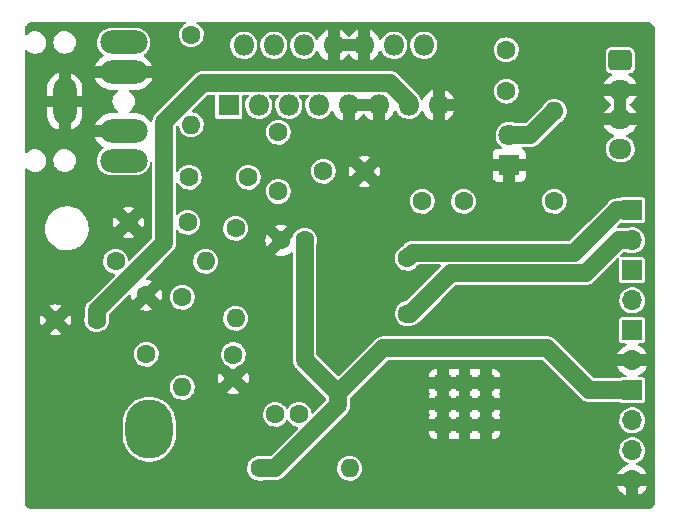
<source format=gtl>
G04 #@! TF.GenerationSoftware,KiCad,Pcbnew,(6.0.2-0)*
G04 #@! TF.CreationDate,2022-08-02T07:49:55-03:00*
G04 #@! TF.ProjectId,Modulo-completo,4d6f6475-6c6f-42d6-936f-6d706c65746f,rev?*
G04 #@! TF.SameCoordinates,Original*
G04 #@! TF.FileFunction,Copper,L1,Top*
G04 #@! TF.FilePolarity,Positive*
%FSLAX46Y46*%
G04 Gerber Fmt 4.6, Leading zero omitted, Abs format (unit mm)*
G04 Created by KiCad (PCBNEW (6.0.2-0)) date 2022-08-02 07:49:55*
%MOMM*%
%LPD*%
G01*
G04 APERTURE LIST*
G04 Aperture macros list*
%AMRoundRect*
0 Rectangle with rounded corners*
0 $1 Rounding radius*
0 $2 $3 $4 $5 $6 $7 $8 $9 X,Y pos of 4 corners*
0 Add a 4 corners polygon primitive as box body*
4,1,4,$2,$3,$4,$5,$6,$7,$8,$9,$2,$3,0*
0 Add four circle primitives for the rounded corners*
1,1,$1+$1,$2,$3*
1,1,$1+$1,$4,$5*
1,1,$1+$1,$6,$7*
1,1,$1+$1,$8,$9*
0 Add four rect primitives between the rounded corners*
20,1,$1+$1,$2,$3,$4,$5,0*
20,1,$1+$1,$4,$5,$6,$7,0*
20,1,$1+$1,$6,$7,$8,$9,0*
20,1,$1+$1,$8,$9,$2,$3,0*%
G04 Aperture macros list end*
G04 #@! TA.AperFunction,ComponentPad*
%ADD10RoundRect,0.250000X-0.725000X0.600000X-0.725000X-0.600000X0.725000X-0.600000X0.725000X0.600000X0*%
G04 #@! TD*
G04 #@! TA.AperFunction,ComponentPad*
%ADD11O,1.950000X1.700000*%
G04 #@! TD*
G04 #@! TA.AperFunction,ComponentPad*
%ADD12C,1.600000*%
G04 #@! TD*
G04 #@! TA.AperFunction,ComponentPad*
%ADD13O,1.600000X1.600000*%
G04 #@! TD*
G04 #@! TA.AperFunction,ComponentPad*
%ADD14R,1.800000X1.800000*%
G04 #@! TD*
G04 #@! TA.AperFunction,ComponentPad*
%ADD15C,1.800000*%
G04 #@! TD*
G04 #@! TA.AperFunction,ComponentPad*
%ADD16R,1.700000X1.700000*%
G04 #@! TD*
G04 #@! TA.AperFunction,ComponentPad*
%ADD17O,1.700000X1.700000*%
G04 #@! TD*
G04 #@! TA.AperFunction,ComponentPad*
%ADD18O,1.800000X1.800000*%
G04 #@! TD*
G04 #@! TA.AperFunction,ComponentPad*
%ADD19RoundRect,2.000000X0.000000X0.500000X0.000000X-0.500000X0.000000X-0.500000X0.000000X0.500000X0*%
G04 #@! TD*
G04 #@! TA.AperFunction,ComponentPad*
%ADD20RoundRect,2.000000X-0.500000X0.000000X-0.500000X0.000000X0.500000X0.000000X0.500000X0.000000X0*%
G04 #@! TD*
G04 #@! TA.AperFunction,ComponentPad*
%ADD21O,4.000000X2.000000*%
G04 #@! TD*
G04 #@! TA.AperFunction,ComponentPad*
%ADD22O,2.000000X4.000000*%
G04 #@! TD*
G04 #@! TA.AperFunction,ComponentPad*
%ADD23R,1.330000X1.330000*%
G04 #@! TD*
G04 #@! TA.AperFunction,ViaPad*
%ADD24C,1.600000*%
G04 #@! TD*
G04 #@! TA.AperFunction,Conductor*
%ADD25C,1.500000*%
G04 #@! TD*
G04 APERTURE END LIST*
D10*
X155250000Y-88646000D03*
D11*
X155250000Y-91146000D03*
X155250000Y-93646000D03*
X155250000Y-96146000D03*
D12*
X145598000Y-87757000D03*
X145598000Y-91257000D03*
X118166000Y-108712000D03*
D13*
X118166000Y-116332000D03*
D12*
X124714000Y-123190000D03*
D13*
X132334000Y-123190000D03*
D12*
X149662000Y-100584000D03*
D13*
X149662000Y-92964000D03*
D14*
X145852000Y-97536000D03*
D15*
X145852000Y-94996000D03*
D16*
X156266000Y-116586000D03*
D17*
X156266000Y-119126000D03*
X156266000Y-121666000D03*
X156266000Y-124206000D03*
D16*
X156266000Y-111506000D03*
D17*
X156266000Y-114046000D03*
D12*
X115118000Y-113538000D03*
X115118000Y-108538000D03*
X123754000Y-98552000D03*
X118754000Y-98552000D03*
X110927000Y-110617000D03*
X107427000Y-110617000D03*
D14*
X122103000Y-92456000D03*
D18*
X123373000Y-87376000D03*
X124643000Y-92456000D03*
X125913000Y-87376000D03*
X127183000Y-92456000D03*
X128453000Y-87376000D03*
X129723000Y-92456000D03*
X130993000Y-87376000D03*
X132263000Y-92456000D03*
X133533000Y-87376000D03*
X134803000Y-92456000D03*
X136073000Y-87376000D03*
X137343000Y-92456000D03*
X138613000Y-87376000D03*
X139883000Y-92456000D03*
D12*
X126294000Y-94742000D03*
X126294000Y-99742000D03*
X126056000Y-118618000D03*
X128056000Y-118618000D03*
X122682000Y-102870000D03*
D13*
X122682000Y-110490000D03*
D12*
X128524000Y-103886000D03*
X126524000Y-103886000D03*
X138486000Y-100584000D03*
X141986000Y-100584000D03*
X118618000Y-102362000D03*
X113618000Y-102362000D03*
X122484000Y-115570000D03*
X122484000Y-113570000D03*
D19*
X115372000Y-119888000D03*
X109372000Y-119888000D03*
D20*
X112372000Y-124588000D03*
D16*
X156266000Y-101346000D03*
D17*
X156266000Y-103886000D03*
D12*
X130104000Y-98044000D03*
X133604000Y-98044000D03*
D16*
X156266000Y-106426000D03*
D17*
X156266000Y-108966000D03*
D21*
X113203000Y-87132500D03*
X113203000Y-89632500D03*
D22*
X108203000Y-92132500D03*
D21*
X113203000Y-97132500D03*
X113203000Y-94632500D03*
D12*
X112522000Y-105664000D03*
D13*
X120142000Y-105664000D03*
D12*
X118928000Y-86487000D03*
D13*
X118928000Y-94107000D03*
D23*
X142061000Y-115948000D03*
X143861000Y-119548000D03*
X143861000Y-115948000D03*
X142061000Y-117748000D03*
X143861000Y-117748000D03*
X140261000Y-117748000D03*
X142061000Y-119548000D03*
X140261000Y-115948000D03*
X140261000Y-119548000D03*
D24*
X137216000Y-107823000D03*
X131374000Y-116840000D03*
X137216000Y-110104978D03*
X137216000Y-105410000D03*
D25*
X116642000Y-104088894D02*
X116642000Y-93848106D01*
X116642000Y-93848106D02*
X119933617Y-90556489D01*
X135731225Y-90556489D02*
X137343000Y-92168264D01*
X110927000Y-110617000D02*
X110927000Y-109803894D01*
X110927000Y-109803894D02*
X116642000Y-104088894D01*
X119933617Y-90556489D02*
X135731225Y-90556489D01*
X137343000Y-92168264D02*
X137343000Y-92456000D01*
X135184000Y-113030000D02*
X149086583Y-113030000D01*
X128524000Y-113990000D02*
X131374000Y-116840000D01*
X149086583Y-113030000D02*
X152642583Y-116586000D01*
X126028894Y-123190000D02*
X124714000Y-123190000D01*
X152642583Y-116586000D02*
X156266000Y-116586000D01*
X131374000Y-117844894D02*
X126028894Y-123190000D01*
X128524000Y-103886000D02*
X128524000Y-113990000D01*
X131374000Y-116840000D02*
X131374000Y-117844894D01*
X131374000Y-116840000D02*
X135184000Y-113030000D01*
X147630000Y-94996000D02*
X149662000Y-92964000D01*
X145852000Y-94996000D02*
X147630000Y-94996000D01*
X156266000Y-103886000D02*
X155106978Y-103886000D01*
X137478916Y-110104978D02*
X137216000Y-110104978D01*
X155106978Y-103886000D02*
X152312978Y-106680000D01*
X152312978Y-106680000D02*
X140903894Y-106680000D01*
X140903894Y-106680000D02*
X137478916Y-110104978D01*
X137695520Y-104930480D02*
X151355520Y-104930480D01*
X151355520Y-104930480D02*
X154940000Y-101346000D01*
X137216000Y-105410000D02*
X137695520Y-104930480D01*
X154940000Y-101346000D02*
X156266000Y-101346000D01*
G04 #@! TA.AperFunction,Conductor*
G36*
X118429072Y-85376524D02*
G01*
X118457951Y-85385907D01*
X118493915Y-85435407D01*
X118493915Y-85496593D01*
X118457951Y-85546093D01*
X118445627Y-85553734D01*
X118350002Y-85603726D01*
X118346231Y-85606758D01*
X118193220Y-85729781D01*
X118193217Y-85729783D01*
X118189447Y-85732815D01*
X118186333Y-85736526D01*
X118186332Y-85736527D01*
X118060906Y-85886004D01*
X118057024Y-85890630D01*
X118054689Y-85894878D01*
X118054688Y-85894879D01*
X118047955Y-85907126D01*
X117957776Y-86071162D01*
X117956313Y-86075775D01*
X117956311Y-86075779D01*
X117916353Y-86201744D01*
X117895484Y-86267532D01*
X117894944Y-86272344D01*
X117894944Y-86272345D01*
X117873970Y-86459337D01*
X117872520Y-86472262D01*
X117889759Y-86677553D01*
X117891092Y-86682201D01*
X117891092Y-86682202D01*
X117942167Y-86860320D01*
X117946544Y-86875586D01*
X117948759Y-86879896D01*
X117959021Y-86899863D01*
X118040712Y-87058818D01*
X118168677Y-87220270D01*
X118172357Y-87223402D01*
X118172359Y-87223404D01*
X118231397Y-87273649D01*
X118325564Y-87353791D01*
X118329787Y-87356151D01*
X118329791Y-87356154D01*
X118396693Y-87393544D01*
X118505398Y-87454297D01*
X118509996Y-87455791D01*
X118696724Y-87516463D01*
X118696726Y-87516464D01*
X118701329Y-87517959D01*
X118905894Y-87542351D01*
X118910716Y-87541980D01*
X118910719Y-87541980D01*
X118978541Y-87536761D01*
X119111300Y-87526546D01*
X119309725Y-87471145D01*
X119314038Y-87468966D01*
X119314044Y-87468964D01*
X119489289Y-87380441D01*
X119489291Y-87380440D01*
X119493610Y-87378258D01*
X119521902Y-87356154D01*
X119535214Y-87345754D01*
X122217967Y-87345754D01*
X122220813Y-87389171D01*
X122231495Y-87552149D01*
X122231796Y-87556749D01*
X122232912Y-87561142D01*
X122232912Y-87561144D01*
X122255487Y-87650032D01*
X122283845Y-87761690D01*
X122285747Y-87765815D01*
X122285747Y-87765816D01*
X122358047Y-87922646D01*
X122372369Y-87953714D01*
X122494405Y-88126391D01*
X122645865Y-88273937D01*
X122649638Y-88276458D01*
X122817899Y-88388887D01*
X122817902Y-88388889D01*
X122821677Y-88391411D01*
X122918472Y-88432997D01*
X123011774Y-88473083D01*
X123011778Y-88473084D01*
X123015953Y-88474878D01*
X123020387Y-88475881D01*
X123020386Y-88475881D01*
X123217760Y-88520543D01*
X123217765Y-88520544D01*
X123222186Y-88521544D01*
X123327828Y-88525695D01*
X123428937Y-88529668D01*
X123428938Y-88529668D01*
X123433470Y-88529846D01*
X123642730Y-88499504D01*
X123647029Y-88498045D01*
X123647032Y-88498044D01*
X123838654Y-88432997D01*
X123842955Y-88431537D01*
X123865433Y-88418949D01*
X124023481Y-88330437D01*
X124027442Y-88328219D01*
X124190012Y-88193012D01*
X124325219Y-88030442D01*
X124428537Y-87845955D01*
X124442351Y-87805259D01*
X124495044Y-87650032D01*
X124495045Y-87650029D01*
X124496504Y-87645730D01*
X124508769Y-87561144D01*
X124526426Y-87439369D01*
X124526426Y-87439363D01*
X124526846Y-87436470D01*
X124528085Y-87389171D01*
X124528353Y-87378914D01*
X124528353Y-87378909D01*
X124528429Y-87376000D01*
X124526606Y-87356154D01*
X124525650Y-87345754D01*
X124757967Y-87345754D01*
X124760813Y-87389171D01*
X124771495Y-87552149D01*
X124771796Y-87556749D01*
X124772912Y-87561142D01*
X124772912Y-87561144D01*
X124795487Y-87650032D01*
X124823845Y-87761690D01*
X124825747Y-87765815D01*
X124825747Y-87765816D01*
X124898047Y-87922646D01*
X124912369Y-87953714D01*
X125034405Y-88126391D01*
X125185865Y-88273937D01*
X125189638Y-88276458D01*
X125357899Y-88388887D01*
X125357902Y-88388889D01*
X125361677Y-88391411D01*
X125458472Y-88432997D01*
X125551774Y-88473083D01*
X125551778Y-88473084D01*
X125555953Y-88474878D01*
X125560387Y-88475881D01*
X125560386Y-88475881D01*
X125757760Y-88520543D01*
X125757765Y-88520544D01*
X125762186Y-88521544D01*
X125867828Y-88525695D01*
X125968937Y-88529668D01*
X125968938Y-88529668D01*
X125973470Y-88529846D01*
X126182730Y-88499504D01*
X126187029Y-88498045D01*
X126187032Y-88498044D01*
X126378654Y-88432997D01*
X126382955Y-88431537D01*
X126405433Y-88418949D01*
X126563481Y-88330437D01*
X126567442Y-88328219D01*
X126730012Y-88193012D01*
X126865219Y-88030442D01*
X126968537Y-87845955D01*
X126982351Y-87805259D01*
X127035044Y-87650032D01*
X127035045Y-87650029D01*
X127036504Y-87645730D01*
X127048769Y-87561144D01*
X127066426Y-87439369D01*
X127066426Y-87439363D01*
X127066846Y-87436470D01*
X127068085Y-87389171D01*
X127068353Y-87378914D01*
X127068353Y-87378909D01*
X127068429Y-87376000D01*
X127066606Y-87356154D01*
X127065650Y-87345754D01*
X127297967Y-87345754D01*
X127300813Y-87389171D01*
X127311495Y-87552149D01*
X127311796Y-87556749D01*
X127312912Y-87561142D01*
X127312912Y-87561144D01*
X127335487Y-87650032D01*
X127363845Y-87761690D01*
X127365747Y-87765815D01*
X127365747Y-87765816D01*
X127438047Y-87922646D01*
X127452369Y-87953714D01*
X127574405Y-88126391D01*
X127725865Y-88273937D01*
X127729638Y-88276458D01*
X127897899Y-88388887D01*
X127897902Y-88388889D01*
X127901677Y-88391411D01*
X127998472Y-88432997D01*
X128091774Y-88473083D01*
X128091778Y-88473084D01*
X128095953Y-88474878D01*
X128100387Y-88475881D01*
X128100386Y-88475881D01*
X128297760Y-88520543D01*
X128297765Y-88520544D01*
X128302186Y-88521544D01*
X128407828Y-88525695D01*
X128508937Y-88529668D01*
X128508938Y-88529668D01*
X128513470Y-88529846D01*
X128722730Y-88499504D01*
X128727029Y-88498045D01*
X128727032Y-88498044D01*
X128918654Y-88432997D01*
X128922955Y-88431537D01*
X128945433Y-88418949D01*
X129103481Y-88330437D01*
X129107442Y-88328219D01*
X129270012Y-88193012D01*
X129405219Y-88030442D01*
X129498088Y-87864613D01*
X129543018Y-87823081D01*
X129603779Y-87815889D01*
X129657163Y-87845786D01*
X129676191Y-87875740D01*
X129730405Y-88009251D01*
X129734055Y-88016476D01*
X129850780Y-88206955D01*
X129855565Y-88213494D01*
X130001835Y-88382353D01*
X130007624Y-88388022D01*
X130179513Y-88530727D01*
X130186143Y-88535368D01*
X130379031Y-88648083D01*
X130386331Y-88651580D01*
X130478352Y-88686720D01*
X130488797Y-88687250D01*
X130491219Y-88680392D01*
X131493000Y-88680392D01*
X131496645Y-88691609D01*
X131506819Y-88691724D01*
X131512151Y-88689635D01*
X131712780Y-88591348D01*
X131719735Y-88587201D01*
X131901612Y-88457470D01*
X131907796Y-88452244D01*
X132066040Y-88294552D01*
X132071296Y-88288375D01*
X132183707Y-88131939D01*
X132233018Y-88095716D01*
X132294202Y-88095395D01*
X132343890Y-88131100D01*
X132348515Y-88137982D01*
X132390786Y-88206964D01*
X132395565Y-88213494D01*
X132541835Y-88382353D01*
X132547624Y-88388022D01*
X132719513Y-88530727D01*
X132726143Y-88535368D01*
X132919031Y-88648083D01*
X132926331Y-88651580D01*
X133018352Y-88686720D01*
X133028797Y-88687250D01*
X133031219Y-88680392D01*
X134033000Y-88680392D01*
X134036645Y-88691609D01*
X134046819Y-88691724D01*
X134052151Y-88689635D01*
X134252780Y-88591348D01*
X134259735Y-88587201D01*
X134441612Y-88457470D01*
X134447796Y-88452244D01*
X134606040Y-88294552D01*
X134611296Y-88288375D01*
X134741655Y-88106961D01*
X134745828Y-88100016D01*
X134844813Y-87899736D01*
X134847790Y-87892217D01*
X134850077Y-87884689D01*
X134885084Y-87834507D01*
X134942901Y-87814486D01*
X135001444Y-87832273D01*
X135034708Y-87872021D01*
X135040548Y-87884689D01*
X135072369Y-87953714D01*
X135194405Y-88126391D01*
X135345865Y-88273937D01*
X135349638Y-88276458D01*
X135517899Y-88388887D01*
X135517902Y-88388889D01*
X135521677Y-88391411D01*
X135618472Y-88432997D01*
X135711774Y-88473083D01*
X135711778Y-88473084D01*
X135715953Y-88474878D01*
X135720387Y-88475881D01*
X135720386Y-88475881D01*
X135917760Y-88520543D01*
X135917765Y-88520544D01*
X135922186Y-88521544D01*
X136027828Y-88525695D01*
X136128937Y-88529668D01*
X136128938Y-88529668D01*
X136133470Y-88529846D01*
X136342730Y-88499504D01*
X136347029Y-88498045D01*
X136347032Y-88498044D01*
X136538654Y-88432997D01*
X136542955Y-88431537D01*
X136565433Y-88418949D01*
X136723481Y-88330437D01*
X136727442Y-88328219D01*
X136890012Y-88193012D01*
X137025219Y-88030442D01*
X137128537Y-87845955D01*
X137142351Y-87805259D01*
X137195044Y-87650032D01*
X137195045Y-87650029D01*
X137196504Y-87645730D01*
X137208769Y-87561144D01*
X137226426Y-87439369D01*
X137226426Y-87439363D01*
X137226846Y-87436470D01*
X137228085Y-87389171D01*
X137228353Y-87378914D01*
X137228353Y-87378909D01*
X137228429Y-87376000D01*
X137226606Y-87356154D01*
X137225650Y-87345754D01*
X137457967Y-87345754D01*
X137460813Y-87389171D01*
X137471495Y-87552149D01*
X137471796Y-87556749D01*
X137472912Y-87561142D01*
X137472912Y-87561144D01*
X137495487Y-87650032D01*
X137523845Y-87761690D01*
X137525747Y-87765815D01*
X137525747Y-87765816D01*
X137598047Y-87922646D01*
X137612369Y-87953714D01*
X137734405Y-88126391D01*
X137885865Y-88273937D01*
X137889638Y-88276458D01*
X138057899Y-88388887D01*
X138057902Y-88388889D01*
X138061677Y-88391411D01*
X138158472Y-88432997D01*
X138251774Y-88473083D01*
X138251778Y-88473084D01*
X138255953Y-88474878D01*
X138260387Y-88475881D01*
X138260386Y-88475881D01*
X138457760Y-88520543D01*
X138457765Y-88520544D01*
X138462186Y-88521544D01*
X138567828Y-88525695D01*
X138668937Y-88529668D01*
X138668938Y-88529668D01*
X138673470Y-88529846D01*
X138882730Y-88499504D01*
X138887029Y-88498045D01*
X138887032Y-88498044D01*
X139078654Y-88432997D01*
X139082955Y-88431537D01*
X139105433Y-88418949D01*
X139263481Y-88330437D01*
X139267442Y-88328219D01*
X139430012Y-88193012D01*
X139565219Y-88030442D01*
X139668537Y-87845955D01*
X139682351Y-87805259D01*
X139703736Y-87742262D01*
X144542520Y-87742262D01*
X144544498Y-87765816D01*
X144558420Y-87931603D01*
X144559759Y-87947553D01*
X144561092Y-87952201D01*
X144561092Y-87952202D01*
X144614364Y-88137982D01*
X144616544Y-88145586D01*
X144710712Y-88328818D01*
X144838677Y-88490270D01*
X144842357Y-88493402D01*
X144842359Y-88493404D01*
X144886214Y-88530727D01*
X144995564Y-88623791D01*
X144999787Y-88626151D01*
X144999791Y-88626154D01*
X145039029Y-88648083D01*
X145175398Y-88724297D01*
X145179996Y-88725791D01*
X145366724Y-88786463D01*
X145366726Y-88786464D01*
X145371329Y-88787959D01*
X145575894Y-88812351D01*
X145580716Y-88811980D01*
X145580719Y-88811980D01*
X145648541Y-88806761D01*
X145781300Y-88796546D01*
X145979725Y-88741145D01*
X145984038Y-88738966D01*
X145984044Y-88738964D01*
X146159289Y-88650441D01*
X146159291Y-88650440D01*
X146163610Y-88648258D01*
X146241760Y-88587201D01*
X146322135Y-88524406D01*
X146322139Y-88524402D01*
X146325951Y-88521424D01*
X146334881Y-88511079D01*
X146414404Y-88418949D01*
X146460564Y-88365472D01*
X146462957Y-88361260D01*
X146559934Y-88190550D01*
X146559935Y-88190547D01*
X146562323Y-88186344D01*
X146571540Y-88158639D01*
X146625824Y-87995454D01*
X146625824Y-87995452D01*
X146627351Y-87990863D01*
X146630179Y-87968481D01*
X146647385Y-87832273D01*
X146653171Y-87786474D01*
X146653583Y-87757000D01*
X146649865Y-87719078D01*
X146633952Y-87556780D01*
X146633951Y-87556776D01*
X146633480Y-87551970D01*
X146628961Y-87537000D01*
X146580351Y-87376000D01*
X146573935Y-87354749D01*
X146477218Y-87172849D01*
X146347011Y-87013200D01*
X146285038Y-86961931D01*
X146192002Y-86884965D01*
X146192000Y-86884964D01*
X146188275Y-86881882D01*
X146076123Y-86821242D01*
X146011309Y-86786197D01*
X146011308Y-86786197D01*
X146007055Y-86783897D01*
X145886917Y-86746708D01*
X145814875Y-86724407D01*
X145814871Y-86724406D01*
X145810254Y-86722977D01*
X145805446Y-86722472D01*
X145805443Y-86722471D01*
X145610185Y-86701949D01*
X145610183Y-86701949D01*
X145605369Y-86701443D01*
X145545354Y-86706905D01*
X145405022Y-86719675D01*
X145405017Y-86719676D01*
X145400203Y-86720114D01*
X145202572Y-86778280D01*
X145198288Y-86780519D01*
X145198287Y-86780520D01*
X145162032Y-86799474D01*
X145020002Y-86873726D01*
X145016231Y-86876758D01*
X144863220Y-86999781D01*
X144863217Y-86999783D01*
X144859447Y-87002815D01*
X144856333Y-87006526D01*
X144856332Y-87006527D01*
X144747882Y-87135773D01*
X144727024Y-87160630D01*
X144724689Y-87164878D01*
X144724688Y-87164879D01*
X144719586Y-87174160D01*
X144627776Y-87341162D01*
X144626313Y-87345775D01*
X144626311Y-87345779D01*
X144587235Y-87468964D01*
X144565484Y-87537532D01*
X144564944Y-87542344D01*
X144564944Y-87542345D01*
X144546008Y-87711170D01*
X144542520Y-87742262D01*
X139703736Y-87742262D01*
X139735044Y-87650032D01*
X139735045Y-87650029D01*
X139736504Y-87645730D01*
X139748769Y-87561144D01*
X139766426Y-87439369D01*
X139766426Y-87439363D01*
X139766846Y-87436470D01*
X139768085Y-87389171D01*
X139768353Y-87378914D01*
X139768353Y-87378909D01*
X139768429Y-87376000D01*
X139766606Y-87356154D01*
X139750798Y-87184131D01*
X139749081Y-87165440D01*
X139729348Y-87095472D01*
X139692920Y-86966306D01*
X139692920Y-86966305D01*
X139691686Y-86961931D01*
X139598165Y-86772290D01*
X139484252Y-86619742D01*
X139474367Y-86606504D01*
X139474366Y-86606503D01*
X139471651Y-86602867D01*
X139316381Y-86459337D01*
X139311478Y-86456243D01*
X139141391Y-86348926D01*
X139137554Y-86346505D01*
X138941160Y-86268152D01*
X138733775Y-86226901D01*
X138629599Y-86225537D01*
X138526886Y-86224192D01*
X138526881Y-86224192D01*
X138522346Y-86224133D01*
X138517873Y-86224902D01*
X138517868Y-86224902D01*
X138414601Y-86242647D01*
X138313953Y-86259941D01*
X138115575Y-86333127D01*
X138111676Y-86335446D01*
X138111671Y-86335449D01*
X137937762Y-86438914D01*
X137933856Y-86441238D01*
X137930441Y-86444233D01*
X137930438Y-86444235D01*
X137847029Y-86517383D01*
X137774881Y-86580655D01*
X137772073Y-86584217D01*
X137652175Y-86736308D01*
X137643976Y-86746708D01*
X137641862Y-86750726D01*
X137557649Y-86910789D01*
X137545523Y-86933836D01*
X137522952Y-87006527D01*
X137496642Y-87091260D01*
X137482820Y-87135773D01*
X137482286Y-87140283D01*
X137482286Y-87140284D01*
X137458511Y-87341162D01*
X137457967Y-87345754D01*
X137225650Y-87345754D01*
X137210798Y-87184131D01*
X137209081Y-87165440D01*
X137189348Y-87095472D01*
X137152920Y-86966306D01*
X137152920Y-86966305D01*
X137151686Y-86961931D01*
X137058165Y-86772290D01*
X136944252Y-86619742D01*
X136934367Y-86606504D01*
X136934366Y-86606503D01*
X136931651Y-86602867D01*
X136776381Y-86459337D01*
X136771478Y-86456243D01*
X136601391Y-86348926D01*
X136597554Y-86346505D01*
X136401160Y-86268152D01*
X136193775Y-86226901D01*
X136089599Y-86225537D01*
X135986886Y-86224192D01*
X135986881Y-86224192D01*
X135982346Y-86224133D01*
X135977873Y-86224902D01*
X135977868Y-86224902D01*
X135874601Y-86242647D01*
X135773953Y-86259941D01*
X135575575Y-86333127D01*
X135571676Y-86335446D01*
X135571671Y-86335449D01*
X135397762Y-86438914D01*
X135393856Y-86441238D01*
X135390441Y-86444233D01*
X135390438Y-86444235D01*
X135307029Y-86517383D01*
X135234881Y-86580655D01*
X135232073Y-86584217D01*
X135112175Y-86736308D01*
X135103976Y-86746708D01*
X135031236Y-86884965D01*
X135030800Y-86885793D01*
X134986973Y-86928487D01*
X134926420Y-86937267D01*
X134872272Y-86908778D01*
X134852397Y-86879174D01*
X134779748Y-86712094D01*
X134775917Y-86704951D01*
X134654574Y-86517383D01*
X134649635Y-86510969D01*
X134499279Y-86345729D01*
X134493356Y-86340205D01*
X134318034Y-86201744D01*
X134311290Y-86197264D01*
X134115710Y-86089298D01*
X134108317Y-86085976D01*
X134047780Y-86064539D01*
X134036869Y-86064253D01*
X134033000Y-86075650D01*
X134033000Y-88680392D01*
X133031219Y-88680392D01*
X133033000Y-88675349D01*
X133033000Y-87891680D01*
X133028878Y-87878995D01*
X133024757Y-87876000D01*
X131508680Y-87876000D01*
X131495995Y-87880122D01*
X131493000Y-87884243D01*
X131493000Y-88680392D01*
X130491219Y-88680392D01*
X130493000Y-88675349D01*
X130493000Y-86860320D01*
X131493000Y-86860320D01*
X131497122Y-86873005D01*
X131501243Y-86876000D01*
X133017320Y-86876000D01*
X133030005Y-86871878D01*
X133033000Y-86867757D01*
X133033000Y-86073725D01*
X133029489Y-86062920D01*
X133018054Y-86062930D01*
X132989366Y-86072307D01*
X132981908Y-86075442D01*
X132783744Y-86178599D01*
X132776891Y-86182914D01*
X132598234Y-86317054D01*
X132592181Y-86322428D01*
X132437839Y-86483939D01*
X132432736Y-86490240D01*
X132344396Y-86619742D01*
X132295985Y-86657159D01*
X132234826Y-86658974D01*
X132184281Y-86624494D01*
X132179490Y-86617727D01*
X132114574Y-86517383D01*
X132109635Y-86510969D01*
X131959279Y-86345729D01*
X131953356Y-86340205D01*
X131778034Y-86201744D01*
X131771290Y-86197264D01*
X131575710Y-86089298D01*
X131568317Y-86085976D01*
X131507780Y-86064539D01*
X131496869Y-86064253D01*
X131493000Y-86075650D01*
X131493000Y-86860320D01*
X130493000Y-86860320D01*
X130493000Y-86073725D01*
X130489489Y-86062920D01*
X130478054Y-86062930D01*
X130449366Y-86072307D01*
X130441908Y-86075442D01*
X130243744Y-86178599D01*
X130236891Y-86182914D01*
X130058234Y-86317054D01*
X130052181Y-86322428D01*
X129897839Y-86483939D01*
X129892736Y-86490240D01*
X129766842Y-86674793D01*
X129762844Y-86681831D01*
X129670882Y-86879949D01*
X129629232Y-86924770D01*
X129569192Y-86936550D01*
X129513694Y-86910789D01*
X129492295Y-86882054D01*
X129440173Y-86776362D01*
X129438165Y-86772290D01*
X129324252Y-86619742D01*
X129314367Y-86606504D01*
X129314366Y-86606503D01*
X129311651Y-86602867D01*
X129156381Y-86459337D01*
X129151478Y-86456243D01*
X128981391Y-86348926D01*
X128977554Y-86346505D01*
X128781160Y-86268152D01*
X128573775Y-86226901D01*
X128469599Y-86225537D01*
X128366886Y-86224192D01*
X128366881Y-86224192D01*
X128362346Y-86224133D01*
X128357873Y-86224902D01*
X128357868Y-86224902D01*
X128254601Y-86242647D01*
X128153953Y-86259941D01*
X127955575Y-86333127D01*
X127951676Y-86335446D01*
X127951671Y-86335449D01*
X127777762Y-86438914D01*
X127773856Y-86441238D01*
X127770441Y-86444233D01*
X127770438Y-86444235D01*
X127687029Y-86517383D01*
X127614881Y-86580655D01*
X127612073Y-86584217D01*
X127492175Y-86736308D01*
X127483976Y-86746708D01*
X127481862Y-86750726D01*
X127397649Y-86910789D01*
X127385523Y-86933836D01*
X127362952Y-87006527D01*
X127336642Y-87091260D01*
X127322820Y-87135773D01*
X127322286Y-87140283D01*
X127322286Y-87140284D01*
X127298511Y-87341162D01*
X127297967Y-87345754D01*
X127065650Y-87345754D01*
X127050798Y-87184131D01*
X127049081Y-87165440D01*
X127029348Y-87095472D01*
X126992920Y-86966306D01*
X126992920Y-86966305D01*
X126991686Y-86961931D01*
X126898165Y-86772290D01*
X126784252Y-86619742D01*
X126774367Y-86606504D01*
X126774366Y-86606503D01*
X126771651Y-86602867D01*
X126616381Y-86459337D01*
X126611478Y-86456243D01*
X126441391Y-86348926D01*
X126437554Y-86346505D01*
X126241160Y-86268152D01*
X126033775Y-86226901D01*
X125929599Y-86225537D01*
X125826886Y-86224192D01*
X125826881Y-86224192D01*
X125822346Y-86224133D01*
X125817873Y-86224902D01*
X125817868Y-86224902D01*
X125714601Y-86242647D01*
X125613953Y-86259941D01*
X125415575Y-86333127D01*
X125411676Y-86335446D01*
X125411671Y-86335449D01*
X125237762Y-86438914D01*
X125233856Y-86441238D01*
X125230441Y-86444233D01*
X125230438Y-86444235D01*
X125147029Y-86517383D01*
X125074881Y-86580655D01*
X125072073Y-86584217D01*
X124952175Y-86736308D01*
X124943976Y-86746708D01*
X124941862Y-86750726D01*
X124857649Y-86910789D01*
X124845523Y-86933836D01*
X124822952Y-87006527D01*
X124796642Y-87091260D01*
X124782820Y-87135773D01*
X124782286Y-87140283D01*
X124782286Y-87140284D01*
X124758511Y-87341162D01*
X124757967Y-87345754D01*
X124525650Y-87345754D01*
X124510798Y-87184131D01*
X124509081Y-87165440D01*
X124489348Y-87095472D01*
X124452920Y-86966306D01*
X124452920Y-86966305D01*
X124451686Y-86961931D01*
X124358165Y-86772290D01*
X124244252Y-86619742D01*
X124234367Y-86606504D01*
X124234366Y-86606503D01*
X124231651Y-86602867D01*
X124076381Y-86459337D01*
X124071478Y-86456243D01*
X123901391Y-86348926D01*
X123897554Y-86346505D01*
X123701160Y-86268152D01*
X123493775Y-86226901D01*
X123389599Y-86225537D01*
X123286886Y-86224192D01*
X123286881Y-86224192D01*
X123282346Y-86224133D01*
X123277873Y-86224902D01*
X123277868Y-86224902D01*
X123174601Y-86242647D01*
X123073953Y-86259941D01*
X122875575Y-86333127D01*
X122871676Y-86335446D01*
X122871671Y-86335449D01*
X122697762Y-86438914D01*
X122693856Y-86441238D01*
X122690441Y-86444233D01*
X122690438Y-86444235D01*
X122607029Y-86517383D01*
X122534881Y-86580655D01*
X122532073Y-86584217D01*
X122412175Y-86736308D01*
X122403976Y-86746708D01*
X122401862Y-86750726D01*
X122317649Y-86910789D01*
X122305523Y-86933836D01*
X122282952Y-87006527D01*
X122256642Y-87091260D01*
X122242820Y-87135773D01*
X122242286Y-87140283D01*
X122242286Y-87140284D01*
X122218511Y-87341162D01*
X122217967Y-87345754D01*
X119535214Y-87345754D01*
X119652135Y-87254406D01*
X119652139Y-87254402D01*
X119655951Y-87251424D01*
X119790564Y-87095472D01*
X119792957Y-87091260D01*
X119889934Y-86920550D01*
X119889935Y-86920547D01*
X119892323Y-86916344D01*
X119899457Y-86894901D01*
X119955824Y-86725454D01*
X119955824Y-86725452D01*
X119957351Y-86720863D01*
X119959354Y-86705012D01*
X119982823Y-86519228D01*
X119983171Y-86516474D01*
X119983583Y-86487000D01*
X119982662Y-86477603D01*
X119963952Y-86286780D01*
X119963951Y-86286776D01*
X119963480Y-86281970D01*
X119903935Y-86084749D01*
X119807218Y-85902849D01*
X119677011Y-85743200D01*
X119518275Y-85611882D01*
X119409532Y-85553085D01*
X119367338Y-85508777D01*
X119359245Y-85448129D01*
X119388347Y-85394307D01*
X119420560Y-85378873D01*
X157773547Y-85469757D01*
X157844969Y-85507933D01*
X157861106Y-85518715D01*
X157997573Y-85630710D01*
X158011290Y-85644427D01*
X158078102Y-85725837D01*
X158123285Y-85780894D01*
X158134066Y-85797028D01*
X158136309Y-85801224D01*
X158148000Y-85847895D01*
X158148000Y-126242105D01*
X158136309Y-126288776D01*
X158134066Y-126292972D01*
X158123285Y-126309106D01*
X158011290Y-126445573D01*
X157997573Y-126459290D01*
X157916163Y-126526102D01*
X157861106Y-126571285D01*
X157844974Y-126582065D01*
X157840774Y-126584309D01*
X157794105Y-126596000D01*
X105207895Y-126596000D01*
X105161226Y-126584309D01*
X105157026Y-126582065D01*
X105140894Y-126571285D01*
X105085837Y-126526102D01*
X105004427Y-126459290D01*
X104990710Y-126445573D01*
X104878715Y-126309106D01*
X104867934Y-126292972D01*
X104865691Y-126288776D01*
X104854000Y-126242105D01*
X104854000Y-124717932D01*
X155008110Y-124717932D01*
X155048183Y-124816620D01*
X155051840Y-124823860D01*
X155164266Y-125007322D01*
X155169056Y-125013867D01*
X155309935Y-125176502D01*
X155315729Y-125182176D01*
X155481292Y-125319629D01*
X155487921Y-125324270D01*
X155673713Y-125432838D01*
X155681009Y-125436334D01*
X155751352Y-125463195D01*
X155761797Y-125463725D01*
X155763940Y-125457656D01*
X156766000Y-125457656D01*
X156769521Y-125468491D01*
X156775890Y-125468491D01*
X156960087Y-125378253D01*
X156967046Y-125374104D01*
X157142231Y-125249148D01*
X157148412Y-125243924D01*
X157300831Y-125092035D01*
X157306088Y-125085858D01*
X157431651Y-124911119D01*
X157435823Y-124904176D01*
X157528805Y-124716042D01*
X157528675Y-124709271D01*
X157518267Y-124706000D01*
X156781680Y-124706000D01*
X156768995Y-124710122D01*
X156766000Y-124714243D01*
X156766000Y-125457656D01*
X155763940Y-125457656D01*
X155766000Y-125451822D01*
X155766000Y-124721680D01*
X155761878Y-124708995D01*
X155757757Y-124706000D01*
X155018945Y-124706000D01*
X155008110Y-124709521D01*
X155008110Y-124717932D01*
X104854000Y-124717932D01*
X104854000Y-123175262D01*
X123658520Y-123175262D01*
X123658925Y-123180082D01*
X123673346Y-123351814D01*
X123675759Y-123380553D01*
X123677092Y-123385201D01*
X123677092Y-123385202D01*
X123728880Y-123565807D01*
X123732544Y-123578586D01*
X123826712Y-123761818D01*
X123954677Y-123923270D01*
X123958357Y-123926402D01*
X123958359Y-123926404D01*
X124040052Y-123995930D01*
X124111564Y-124056791D01*
X124115787Y-124059151D01*
X124115791Y-124059154D01*
X124214532Y-124114338D01*
X124291398Y-124157297D01*
X124295996Y-124158791D01*
X124482724Y-124219463D01*
X124482726Y-124219464D01*
X124487329Y-124220959D01*
X124691894Y-124245351D01*
X124696716Y-124244980D01*
X124696719Y-124244980D01*
X124764541Y-124239761D01*
X124897300Y-124229546D01*
X125024086Y-124194147D01*
X125050709Y-124190500D01*
X126013120Y-124190500D01*
X126015885Y-124190539D01*
X126097534Y-124192820D01*
X126102547Y-124192960D01*
X126122702Y-124189406D01*
X126162935Y-124182312D01*
X126170121Y-124181315D01*
X126200236Y-124178256D01*
X126231110Y-124175120D01*
X126241181Y-124171964D01*
X126260244Y-124165990D01*
X126272657Y-124162964D01*
X126302715Y-124157664D01*
X126359712Y-124135098D01*
X126366550Y-124132676D01*
X126425066Y-124114338D01*
X126429451Y-124111907D01*
X126429454Y-124111906D01*
X126451775Y-124099533D01*
X126463329Y-124094072D01*
X126487032Y-124084688D01*
X126487034Y-124084687D01*
X126491699Y-124082840D01*
X126543009Y-124049264D01*
X126549220Y-124045518D01*
X126602838Y-124015797D01*
X126626028Y-123995921D01*
X126636227Y-123988264D01*
X126661776Y-123971545D01*
X126666732Y-123967083D01*
X126706381Y-123927434D01*
X126711958Y-123922270D01*
X126715210Y-123919483D01*
X126757165Y-123883523D01*
X126777110Y-123857810D01*
X126785331Y-123848484D01*
X127458553Y-123175262D01*
X131278520Y-123175262D01*
X131278925Y-123180082D01*
X131293346Y-123351814D01*
X131295759Y-123380553D01*
X131297092Y-123385201D01*
X131297092Y-123385202D01*
X131348880Y-123565807D01*
X131352544Y-123578586D01*
X131446712Y-123761818D01*
X131574677Y-123923270D01*
X131578357Y-123926402D01*
X131578359Y-123926404D01*
X131660052Y-123995930D01*
X131731564Y-124056791D01*
X131735787Y-124059151D01*
X131735791Y-124059154D01*
X131834532Y-124114338D01*
X131911398Y-124157297D01*
X131915996Y-124158791D01*
X132102724Y-124219463D01*
X132102726Y-124219464D01*
X132107329Y-124220959D01*
X132311894Y-124245351D01*
X132316716Y-124244980D01*
X132316719Y-124244980D01*
X132384541Y-124239761D01*
X132517300Y-124229546D01*
X132715725Y-124174145D01*
X132720038Y-124171966D01*
X132720044Y-124171964D01*
X132895289Y-124083441D01*
X132895291Y-124083440D01*
X132899610Y-124081258D01*
X132934943Y-124053653D01*
X133058135Y-123957406D01*
X133058139Y-123957402D01*
X133061951Y-123954424D01*
X133087568Y-123924747D01*
X133153395Y-123848484D01*
X133196564Y-123798472D01*
X133215231Y-123765613D01*
X133250751Y-123703087D01*
X155006076Y-123703087D01*
X155012351Y-123706000D01*
X157513811Y-123706000D01*
X157524646Y-123702479D01*
X157524646Y-123694857D01*
X157468534Y-123565807D01*
X157464701Y-123558660D01*
X157347826Y-123377997D01*
X157342880Y-123371575D01*
X157198065Y-123212426D01*
X157192139Y-123206899D01*
X157023269Y-123073534D01*
X157016525Y-123069054D01*
X156828141Y-122965060D01*
X156820749Y-122961738D01*
X156625904Y-122892740D01*
X156577362Y-122855493D01*
X156559985Y-122796827D01*
X156580409Y-122739152D01*
X156627128Y-122705673D01*
X156711234Y-122677123D01*
X156711237Y-122677121D01*
X156715531Y-122675664D01*
X156892001Y-122576837D01*
X157047505Y-122447505D01*
X157176837Y-122292001D01*
X157275664Y-122115531D01*
X157340678Y-121924007D01*
X157369700Y-121723842D01*
X157371215Y-121666000D01*
X157352708Y-121464591D01*
X157297807Y-121269926D01*
X157208351Y-121088527D01*
X157087335Y-120926467D01*
X156938812Y-120789174D01*
X156916125Y-120774859D01*
X156771594Y-120683667D01*
X156767757Y-120681246D01*
X156579898Y-120606298D01*
X156381526Y-120566839D01*
X156281930Y-120565535D01*
X156183826Y-120564251D01*
X156183821Y-120564251D01*
X156179286Y-120564192D01*
X156174813Y-120564961D01*
X156174808Y-120564961D01*
X156076245Y-120581898D01*
X155979949Y-120598444D01*
X155790193Y-120668449D01*
X155616371Y-120771862D01*
X155612956Y-120774857D01*
X155612953Y-120774859D01*
X155596630Y-120789174D01*
X155464305Y-120905220D01*
X155461497Y-120908782D01*
X155426382Y-120953326D01*
X155339089Y-121064057D01*
X155244914Y-121243053D01*
X155184937Y-121436213D01*
X155161164Y-121637069D01*
X155174392Y-121838894D01*
X155224178Y-122034928D01*
X155308856Y-122218607D01*
X155425588Y-122383780D01*
X155570466Y-122524913D01*
X155738637Y-122637282D01*
X155822809Y-122673445D01*
X155910448Y-122711098D01*
X155956449Y-122751440D01*
X155969953Y-122811117D01*
X155945800Y-122867333D01*
X155902125Y-122896159D01*
X155741807Y-122948558D01*
X155734350Y-122951693D01*
X155543479Y-123051054D01*
X155536627Y-123055369D01*
X155364544Y-123184573D01*
X155358491Y-123189947D01*
X155209830Y-123345513D01*
X155204727Y-123351814D01*
X155083466Y-123529575D01*
X155079468Y-123536613D01*
X155007444Y-123691776D01*
X155006076Y-123703087D01*
X133250751Y-123703087D01*
X133295934Y-123623550D01*
X133295935Y-123623547D01*
X133298323Y-123619344D01*
X133311882Y-123578586D01*
X133361824Y-123428454D01*
X133361824Y-123428452D01*
X133363351Y-123423863D01*
X133369957Y-123371575D01*
X133388823Y-123222228D01*
X133389171Y-123219474D01*
X133389583Y-123190000D01*
X133378164Y-123073534D01*
X133369952Y-122989780D01*
X133369951Y-122989776D01*
X133369480Y-122984970D01*
X133358487Y-122948558D01*
X133311333Y-122792380D01*
X133309935Y-122787749D01*
X133213218Y-122605849D01*
X133083011Y-122446200D01*
X133007558Y-122383780D01*
X132928002Y-122317965D01*
X132928000Y-122317964D01*
X132924275Y-122314882D01*
X132812123Y-122254242D01*
X132747309Y-122219197D01*
X132747308Y-122219197D01*
X132743055Y-122216897D01*
X132679855Y-122197333D01*
X132550875Y-122157407D01*
X132550871Y-122157406D01*
X132546254Y-122155977D01*
X132541446Y-122155472D01*
X132541443Y-122155471D01*
X132346185Y-122134949D01*
X132346183Y-122134949D01*
X132341369Y-122134443D01*
X132281354Y-122139905D01*
X132141022Y-122152675D01*
X132141017Y-122152676D01*
X132136203Y-122153114D01*
X131938572Y-122211280D01*
X131934288Y-122213519D01*
X131934287Y-122213520D01*
X131924557Y-122218607D01*
X131756002Y-122306726D01*
X131752231Y-122309758D01*
X131599220Y-122432781D01*
X131599217Y-122432783D01*
X131595447Y-122435815D01*
X131592333Y-122439526D01*
X131592332Y-122439527D01*
X131483130Y-122569669D01*
X131463024Y-122593630D01*
X131460689Y-122597878D01*
X131460688Y-122597879D01*
X131453955Y-122610126D01*
X131363776Y-122774162D01*
X131362313Y-122778775D01*
X131362311Y-122778779D01*
X131326161Y-122892740D01*
X131301484Y-122970532D01*
X131300944Y-122975344D01*
X131300944Y-122975345D01*
X131289931Y-123073534D01*
X131278520Y-123175262D01*
X127458553Y-123175262D01*
X130375404Y-120258411D01*
X139088001Y-120258411D01*
X139088290Y-120263751D01*
X139094078Y-120317035D01*
X139096927Y-120329020D01*
X139143351Y-120452855D01*
X139150059Y-120465108D01*
X139228863Y-120570256D01*
X139238744Y-120580137D01*
X139343892Y-120658941D01*
X139356145Y-120665649D01*
X139479978Y-120712072D01*
X139491967Y-120714923D01*
X139545252Y-120720711D01*
X139550586Y-120721000D01*
X139745320Y-120721000D01*
X139758005Y-120716878D01*
X139761000Y-120712757D01*
X139761000Y-120705319D01*
X140761000Y-120705319D01*
X140765122Y-120718004D01*
X140769243Y-120720999D01*
X140971411Y-120720999D01*
X140976751Y-120720710D01*
X141030035Y-120714922D01*
X141042020Y-120712073D01*
X141126248Y-120680497D01*
X141187373Y-120677774D01*
X141195752Y-120680497D01*
X141279978Y-120712072D01*
X141291967Y-120714923D01*
X141345252Y-120720711D01*
X141350586Y-120721000D01*
X141545320Y-120721000D01*
X141558005Y-120716878D01*
X141561000Y-120712757D01*
X141561000Y-120705319D01*
X142561000Y-120705319D01*
X142565122Y-120718004D01*
X142569243Y-120720999D01*
X142771411Y-120720999D01*
X142776751Y-120720710D01*
X142830035Y-120714922D01*
X142842020Y-120712073D01*
X142926248Y-120680497D01*
X142987373Y-120677774D01*
X142995752Y-120680497D01*
X143079978Y-120712072D01*
X143091967Y-120714923D01*
X143145252Y-120720711D01*
X143150586Y-120721000D01*
X143345320Y-120721000D01*
X143358005Y-120716878D01*
X143361000Y-120712757D01*
X143361000Y-120705319D01*
X144361000Y-120705319D01*
X144365122Y-120718004D01*
X144369243Y-120720999D01*
X144571411Y-120720999D01*
X144576751Y-120720710D01*
X144630035Y-120714922D01*
X144642020Y-120712073D01*
X144765855Y-120665649D01*
X144778108Y-120658941D01*
X144883256Y-120580137D01*
X144893137Y-120570256D01*
X144971941Y-120465108D01*
X144978649Y-120452855D01*
X145025072Y-120329022D01*
X145027923Y-120317033D01*
X145033711Y-120263748D01*
X145034000Y-120258414D01*
X145034000Y-120063680D01*
X145029878Y-120050995D01*
X145025757Y-120048000D01*
X144376680Y-120048000D01*
X144363995Y-120052122D01*
X144361000Y-120056243D01*
X144361000Y-120705319D01*
X143361000Y-120705319D01*
X143361000Y-120063680D01*
X143356878Y-120050995D01*
X143352757Y-120048000D01*
X142576680Y-120048000D01*
X142563995Y-120052122D01*
X142561000Y-120056243D01*
X142561000Y-120705319D01*
X141561000Y-120705319D01*
X141561000Y-120063680D01*
X141556878Y-120050995D01*
X141552757Y-120048000D01*
X140776680Y-120048000D01*
X140763995Y-120052122D01*
X140761000Y-120056243D01*
X140761000Y-120705319D01*
X139761000Y-120705319D01*
X139761000Y-120063680D01*
X139756878Y-120050995D01*
X139752757Y-120048000D01*
X139103681Y-120048000D01*
X139090996Y-120052122D01*
X139088001Y-120056243D01*
X139088001Y-120258411D01*
X130375404Y-120258411D01*
X131536746Y-119097069D01*
X155161164Y-119097069D01*
X155161461Y-119101597D01*
X155169886Y-119230138D01*
X155174392Y-119298894D01*
X155175508Y-119303287D01*
X155175508Y-119303289D01*
X155222204Y-119487154D01*
X155224178Y-119494928D01*
X155308856Y-119678607D01*
X155425588Y-119843780D01*
X155570466Y-119984913D01*
X155738637Y-120097282D01*
X155924470Y-120177122D01*
X156121740Y-120221760D01*
X156323842Y-120229700D01*
X156377377Y-120221938D01*
X156519519Y-120201329D01*
X156519522Y-120201328D01*
X156524007Y-120200678D01*
X156619769Y-120168171D01*
X156711234Y-120137123D01*
X156711237Y-120137121D01*
X156715531Y-120135664D01*
X156857349Y-120056243D01*
X156888039Y-120039056D01*
X156888041Y-120039055D01*
X156892001Y-120036837D01*
X157047505Y-119907505D01*
X157176837Y-119752001D01*
X157184348Y-119738590D01*
X157214258Y-119685180D01*
X157275664Y-119575531D01*
X157340678Y-119384007D01*
X157369700Y-119183842D01*
X157370312Y-119160484D01*
X157371139Y-119128913D01*
X157371139Y-119128908D01*
X157371215Y-119126000D01*
X157370032Y-119113119D01*
X157353123Y-118929109D01*
X157352708Y-118924591D01*
X157297807Y-118729926D01*
X157208351Y-118548527D01*
X157087335Y-118386467D01*
X156938812Y-118249174D01*
X156916125Y-118234859D01*
X156771594Y-118143667D01*
X156767757Y-118141246D01*
X156579898Y-118066298D01*
X156381526Y-118026839D01*
X156281930Y-118025535D01*
X156183826Y-118024251D01*
X156183821Y-118024251D01*
X156179286Y-118024192D01*
X156174813Y-118024961D01*
X156174808Y-118024961D01*
X156076245Y-118041898D01*
X155979949Y-118058444D01*
X155790193Y-118128449D01*
X155616371Y-118231862D01*
X155612956Y-118234857D01*
X155612953Y-118234859D01*
X155566139Y-118275914D01*
X155464305Y-118365220D01*
X155461497Y-118368782D01*
X155344625Y-118517035D01*
X155339089Y-118524057D01*
X155244914Y-118703053D01*
X155243569Y-118707384D01*
X155243568Y-118707387D01*
X155208773Y-118819448D01*
X155184937Y-118896213D01*
X155161164Y-119097069D01*
X131536746Y-119097069D01*
X131601495Y-119032320D01*
X139088000Y-119032320D01*
X139092122Y-119045005D01*
X139096243Y-119048000D01*
X139745320Y-119048000D01*
X139758005Y-119043878D01*
X139761000Y-119039757D01*
X139761000Y-119032320D01*
X140761000Y-119032320D01*
X140765122Y-119045005D01*
X140769243Y-119048000D01*
X141545320Y-119048000D01*
X141558005Y-119043878D01*
X141561000Y-119039757D01*
X141561000Y-119032320D01*
X142561000Y-119032320D01*
X142565122Y-119045005D01*
X142569243Y-119048000D01*
X143345320Y-119048000D01*
X143358005Y-119043878D01*
X143361000Y-119039757D01*
X143361000Y-119032320D01*
X144361000Y-119032320D01*
X144365122Y-119045005D01*
X144369243Y-119048000D01*
X145018319Y-119048000D01*
X145031004Y-119043878D01*
X145033999Y-119039757D01*
X145033999Y-118837589D01*
X145033710Y-118832249D01*
X145027922Y-118778965D01*
X145025073Y-118766980D01*
X144993497Y-118682752D01*
X144990774Y-118621627D01*
X144993497Y-118613248D01*
X145025072Y-118529022D01*
X145027923Y-118517033D01*
X145033711Y-118463748D01*
X145034000Y-118458414D01*
X145034000Y-118263680D01*
X145029878Y-118250995D01*
X145025757Y-118248000D01*
X144376680Y-118248000D01*
X144363995Y-118252122D01*
X144361000Y-118256243D01*
X144361000Y-119032320D01*
X143361000Y-119032320D01*
X143361000Y-118263680D01*
X143356878Y-118250995D01*
X143352757Y-118248000D01*
X142576680Y-118248000D01*
X142563995Y-118252122D01*
X142561000Y-118256243D01*
X142561000Y-119032320D01*
X141561000Y-119032320D01*
X141561000Y-118263680D01*
X141556878Y-118250995D01*
X141552757Y-118248000D01*
X140776680Y-118248000D01*
X140763995Y-118252122D01*
X140761000Y-118256243D01*
X140761000Y-119032320D01*
X139761000Y-119032320D01*
X139761000Y-118263680D01*
X139756878Y-118250995D01*
X139752757Y-118248000D01*
X139103681Y-118248000D01*
X139090996Y-118252122D01*
X139088001Y-118256243D01*
X139088001Y-118458411D01*
X139088290Y-118463751D01*
X139094078Y-118517035D01*
X139096927Y-118529020D01*
X139128503Y-118613248D01*
X139131226Y-118674373D01*
X139128503Y-118682752D01*
X139096928Y-118766978D01*
X139094077Y-118778967D01*
X139088289Y-118832252D01*
X139088000Y-118837586D01*
X139088000Y-119032320D01*
X131601495Y-119032320D01*
X132070314Y-118563501D01*
X132072296Y-118561574D01*
X132131637Y-118505458D01*
X132135280Y-118502013D01*
X132170444Y-118451794D01*
X132174819Y-118446010D01*
X132210399Y-118402384D01*
X132210403Y-118402377D01*
X132213573Y-118398491D01*
X132215897Y-118394045D01*
X132215900Y-118394041D01*
X132227717Y-118371437D01*
X132234355Y-118360519D01*
X132248988Y-118339621D01*
X132251863Y-118335515D01*
X132276217Y-118279237D01*
X132279341Y-118272689D01*
X132287939Y-118256243D01*
X132307741Y-118218364D01*
X132316154Y-118189023D01*
X132320462Y-118176991D01*
X132330595Y-118153575D01*
X132332586Y-118148975D01*
X132345125Y-118088955D01*
X132346868Y-118081914D01*
X132362382Y-118027809D01*
X132362383Y-118027805D01*
X132363766Y-118022981D01*
X132366108Y-117992548D01*
X132367908Y-117979900D01*
X132373372Y-117953744D01*
X132373372Y-117953741D01*
X132374151Y-117950014D01*
X132374500Y-117943355D01*
X132374500Y-117887284D01*
X132374792Y-117879689D01*
X132378975Y-117825322D01*
X132379360Y-117820324D01*
X132376234Y-117795575D01*
X132375281Y-117788035D01*
X132374500Y-117775627D01*
X132374500Y-117295429D01*
X132393407Y-117237238D01*
X132397607Y-117232320D01*
X139088000Y-117232320D01*
X139092122Y-117245005D01*
X139096243Y-117248000D01*
X139745320Y-117248000D01*
X139758005Y-117243878D01*
X139761000Y-117239757D01*
X139761000Y-117232320D01*
X140761000Y-117232320D01*
X140765122Y-117245005D01*
X140769243Y-117248000D01*
X141545320Y-117248000D01*
X141558005Y-117243878D01*
X141561000Y-117239757D01*
X141561000Y-117232320D01*
X142561000Y-117232320D01*
X142565122Y-117245005D01*
X142569243Y-117248000D01*
X143345320Y-117248000D01*
X143358005Y-117243878D01*
X143361000Y-117239757D01*
X143361000Y-117232320D01*
X144361000Y-117232320D01*
X144365122Y-117245005D01*
X144369243Y-117248000D01*
X145018319Y-117248000D01*
X145031004Y-117243878D01*
X145033999Y-117239757D01*
X145033999Y-117037589D01*
X145033710Y-117032249D01*
X145027922Y-116978965D01*
X145025073Y-116966980D01*
X144993497Y-116882752D01*
X144990774Y-116821627D01*
X144993497Y-116813248D01*
X145025072Y-116729022D01*
X145027923Y-116717033D01*
X145033711Y-116663748D01*
X145034000Y-116658414D01*
X145034000Y-116463680D01*
X145029878Y-116450995D01*
X145025757Y-116448000D01*
X144376680Y-116448000D01*
X144363995Y-116452122D01*
X144361000Y-116456243D01*
X144361000Y-117232320D01*
X143361000Y-117232320D01*
X143361000Y-116463680D01*
X143356878Y-116450995D01*
X143352757Y-116448000D01*
X142576680Y-116448000D01*
X142563995Y-116452122D01*
X142561000Y-116456243D01*
X142561000Y-117232320D01*
X141561000Y-117232320D01*
X141561000Y-116463680D01*
X141556878Y-116450995D01*
X141552757Y-116448000D01*
X140776680Y-116448000D01*
X140763995Y-116452122D01*
X140761000Y-116456243D01*
X140761000Y-117232320D01*
X139761000Y-117232320D01*
X139761000Y-116463680D01*
X139756878Y-116450995D01*
X139752757Y-116448000D01*
X139103681Y-116448000D01*
X139090996Y-116452122D01*
X139088001Y-116456243D01*
X139088001Y-116658411D01*
X139088290Y-116663751D01*
X139094078Y-116717035D01*
X139096927Y-116729020D01*
X139128503Y-116813248D01*
X139131226Y-116874373D01*
X139128503Y-116882752D01*
X139096928Y-116966978D01*
X139094077Y-116978967D01*
X139088289Y-117032252D01*
X139088000Y-117037586D01*
X139088000Y-117232320D01*
X132397607Y-117232320D01*
X132403496Y-117225425D01*
X134196601Y-115432320D01*
X139088000Y-115432320D01*
X139092122Y-115445005D01*
X139096243Y-115448000D01*
X139745320Y-115448000D01*
X139758005Y-115443878D01*
X139761000Y-115439757D01*
X139761000Y-115432320D01*
X140761000Y-115432320D01*
X140765122Y-115445005D01*
X140769243Y-115448000D01*
X141545320Y-115448000D01*
X141558005Y-115443878D01*
X141561000Y-115439757D01*
X141561000Y-115432320D01*
X142561000Y-115432320D01*
X142565122Y-115445005D01*
X142569243Y-115448000D01*
X143345320Y-115448000D01*
X143358005Y-115443878D01*
X143361000Y-115439757D01*
X143361000Y-115432320D01*
X144361000Y-115432320D01*
X144365122Y-115445005D01*
X144369243Y-115448000D01*
X145018319Y-115448000D01*
X145031004Y-115443878D01*
X145033999Y-115439757D01*
X145033999Y-115237589D01*
X145033710Y-115232249D01*
X145027922Y-115178965D01*
X145025073Y-115166980D01*
X144978649Y-115043145D01*
X144971941Y-115030892D01*
X144893137Y-114925744D01*
X144883256Y-114915863D01*
X144778108Y-114837059D01*
X144765855Y-114830351D01*
X144642022Y-114783928D01*
X144630033Y-114781077D01*
X144576748Y-114775289D01*
X144571414Y-114775000D01*
X144376680Y-114775000D01*
X144363995Y-114779122D01*
X144361000Y-114783243D01*
X144361000Y-115432320D01*
X143361000Y-115432320D01*
X143361000Y-114790681D01*
X143356878Y-114777996D01*
X143352757Y-114775001D01*
X143150589Y-114775001D01*
X143145249Y-114775290D01*
X143091965Y-114781078D01*
X143079980Y-114783927D01*
X142995752Y-114815503D01*
X142934627Y-114818226D01*
X142926248Y-114815503D01*
X142842022Y-114783928D01*
X142830033Y-114781077D01*
X142776748Y-114775289D01*
X142771414Y-114775000D01*
X142576680Y-114775000D01*
X142563995Y-114779122D01*
X142561000Y-114783243D01*
X142561000Y-115432320D01*
X141561000Y-115432320D01*
X141561000Y-114790681D01*
X141556878Y-114777996D01*
X141552757Y-114775001D01*
X141350589Y-114775001D01*
X141345249Y-114775290D01*
X141291965Y-114781078D01*
X141279980Y-114783927D01*
X141195752Y-114815503D01*
X141134627Y-114818226D01*
X141126248Y-114815503D01*
X141042022Y-114783928D01*
X141030033Y-114781077D01*
X140976748Y-114775289D01*
X140971414Y-114775000D01*
X140776680Y-114775000D01*
X140763995Y-114779122D01*
X140761000Y-114783243D01*
X140761000Y-115432320D01*
X139761000Y-115432320D01*
X139761000Y-114790681D01*
X139756878Y-114777996D01*
X139752757Y-114775001D01*
X139550589Y-114775001D01*
X139545249Y-114775290D01*
X139491965Y-114781078D01*
X139479980Y-114783927D01*
X139356145Y-114830351D01*
X139343892Y-114837059D01*
X139238744Y-114915863D01*
X139228863Y-114925744D01*
X139150059Y-115030892D01*
X139143351Y-115043145D01*
X139096928Y-115166978D01*
X139094077Y-115178967D01*
X139088289Y-115232252D01*
X139088000Y-115237586D01*
X139088000Y-115432320D01*
X134196601Y-115432320D01*
X135569425Y-114059496D01*
X135623942Y-114031719D01*
X135639429Y-114030500D01*
X148631154Y-114030500D01*
X148689345Y-114049407D01*
X148701158Y-114059496D01*
X151923976Y-117282314D01*
X151925903Y-117284296D01*
X151985464Y-117347280D01*
X152035682Y-117382443D01*
X152041467Y-117386819D01*
X152085093Y-117422399D01*
X152085100Y-117422403D01*
X152088986Y-117425573D01*
X152093432Y-117427897D01*
X152093436Y-117427900D01*
X152116040Y-117439717D01*
X152126955Y-117446353D01*
X152151962Y-117463863D01*
X152156558Y-117465852D01*
X152156560Y-117465853D01*
X152208240Y-117488217D01*
X152214789Y-117491341D01*
X152269113Y-117519741D01*
X152284588Y-117524178D01*
X152298454Y-117528154D01*
X152310486Y-117532462D01*
X152338502Y-117544586D01*
X152389568Y-117555254D01*
X152398522Y-117557125D01*
X152405563Y-117558868D01*
X152459668Y-117574382D01*
X152459672Y-117574383D01*
X152464496Y-117575766D01*
X152479412Y-117576914D01*
X152494929Y-117578108D01*
X152507577Y-117579908D01*
X152533733Y-117585372D01*
X152533736Y-117585372D01*
X152537463Y-117586151D01*
X152542015Y-117586390D01*
X152542817Y-117586432D01*
X152542832Y-117586432D01*
X152544122Y-117586500D01*
X152600193Y-117586500D01*
X152607788Y-117586792D01*
X152667153Y-117591360D01*
X152672123Y-117590732D01*
X152672127Y-117590732D01*
X152699442Y-117587281D01*
X152711850Y-117586500D01*
X155166981Y-117586500D01*
X155225172Y-117605407D01*
X155231571Y-117610872D01*
X155235399Y-117616601D01*
X155318260Y-117671966D01*
X155391326Y-117686500D01*
X157140674Y-117686500D01*
X157213740Y-117671966D01*
X157296601Y-117616601D01*
X157304081Y-117605407D01*
X157324810Y-117574382D01*
X157351966Y-117533740D01*
X157366500Y-117460674D01*
X157366500Y-115711326D01*
X157351966Y-115638260D01*
X157310251Y-115575828D01*
X157302020Y-115563509D01*
X157296601Y-115555399D01*
X157213740Y-115500034D01*
X157140674Y-115485500D01*
X156841685Y-115485500D01*
X156783494Y-115466593D01*
X156747530Y-115417093D01*
X156747530Y-115355907D01*
X156783494Y-115306407D01*
X156798131Y-115297595D01*
X156960087Y-115218253D01*
X156967046Y-115214104D01*
X157142231Y-115089148D01*
X157148412Y-115083924D01*
X157300831Y-114932035D01*
X157306088Y-114925858D01*
X157431651Y-114751119D01*
X157435823Y-114744176D01*
X157528805Y-114556042D01*
X157528675Y-114549271D01*
X157518267Y-114546000D01*
X155018945Y-114546000D01*
X155008110Y-114549521D01*
X155008110Y-114557932D01*
X155048183Y-114656620D01*
X155051840Y-114663860D01*
X155164266Y-114847322D01*
X155169056Y-114853867D01*
X155309935Y-115016502D01*
X155315729Y-115022176D01*
X155481292Y-115159629D01*
X155487921Y-115164270D01*
X155673713Y-115272838D01*
X155681009Y-115276334D01*
X155727308Y-115294014D01*
X155774925Y-115332436D01*
X155790864Y-115391509D01*
X155769037Y-115448668D01*
X155717781Y-115482082D01*
X155691991Y-115485500D01*
X155391326Y-115485500D01*
X155318260Y-115500034D01*
X155235399Y-115555399D01*
X155233461Y-115558300D01*
X155182468Y-115584281D01*
X155166981Y-115585500D01*
X153098011Y-115585500D01*
X153039820Y-115566593D01*
X153028007Y-115556504D01*
X151014590Y-113543087D01*
X155006076Y-113543087D01*
X155012351Y-113546000D01*
X157513811Y-113546000D01*
X157524646Y-113542479D01*
X157524646Y-113534857D01*
X157468534Y-113405807D01*
X157464701Y-113398660D01*
X157347826Y-113217997D01*
X157342880Y-113211575D01*
X157198065Y-113052426D01*
X157192139Y-113046899D01*
X157023269Y-112913534D01*
X157016525Y-112909054D01*
X156828141Y-112805060D01*
X156820749Y-112801738D01*
X156812511Y-112798821D01*
X156763969Y-112761574D01*
X156746592Y-112702908D01*
X156767016Y-112645232D01*
X156817441Y-112610577D01*
X156845558Y-112606500D01*
X157140674Y-112606500D01*
X157213740Y-112591966D01*
X157296601Y-112536601D01*
X157351966Y-112453740D01*
X157366500Y-112380674D01*
X157366500Y-110631326D01*
X157351966Y-110558260D01*
X157305626Y-110488906D01*
X157302020Y-110483509D01*
X157296601Y-110475399D01*
X157213740Y-110420034D01*
X157140674Y-110405500D01*
X155391326Y-110405500D01*
X155318260Y-110420034D01*
X155235399Y-110475399D01*
X155229980Y-110483509D01*
X155226374Y-110488906D01*
X155180034Y-110558260D01*
X155165500Y-110631326D01*
X155165500Y-112380674D01*
X155180034Y-112453740D01*
X155235399Y-112536601D01*
X155318260Y-112591966D01*
X155391326Y-112606500D01*
X155685523Y-112606500D01*
X155743714Y-112625407D01*
X155779678Y-112674907D01*
X155779678Y-112736093D01*
X155743714Y-112785593D01*
X155731236Y-112793314D01*
X155543479Y-112891054D01*
X155536627Y-112895369D01*
X155364544Y-113024573D01*
X155358491Y-113029947D01*
X155209830Y-113185513D01*
X155204727Y-113191814D01*
X155083466Y-113369575D01*
X155079468Y-113376613D01*
X155007444Y-113531776D01*
X155006076Y-113543087D01*
X151014590Y-113543087D01*
X149805208Y-112333705D01*
X149803281Y-112331723D01*
X149747147Y-112272363D01*
X149743702Y-112268720D01*
X149719892Y-112252048D01*
X149693473Y-112233549D01*
X149687686Y-112229172D01*
X149672093Y-112216455D01*
X149640180Y-112190427D01*
X149613126Y-112176284D01*
X149602213Y-112169648D01*
X149581313Y-112155013D01*
X149581304Y-112155008D01*
X149577204Y-112152137D01*
X149572609Y-112150148D01*
X149572606Y-112150147D01*
X149520945Y-112127792D01*
X149514395Y-112124668D01*
X149482689Y-112108092D01*
X149460053Y-112096258D01*
X149455230Y-112094875D01*
X149430703Y-112087841D01*
X149418678Y-112083536D01*
X149395268Y-112073406D01*
X149395265Y-112073405D01*
X149390664Y-112071414D01*
X149385753Y-112070388D01*
X149330649Y-112058876D01*
X149323607Y-112057133D01*
X149269498Y-112041618D01*
X149269494Y-112041617D01*
X149264670Y-112040234D01*
X149249754Y-112039086D01*
X149234237Y-112037892D01*
X149221589Y-112036092D01*
X149195433Y-112030628D01*
X149195430Y-112030628D01*
X149191703Y-112029849D01*
X149187151Y-112029610D01*
X149186349Y-112029568D01*
X149186334Y-112029568D01*
X149185044Y-112029500D01*
X149128972Y-112029500D01*
X149121377Y-112029208D01*
X149062012Y-112024640D01*
X149057042Y-112025268D01*
X149057038Y-112025268D01*
X149029724Y-112028719D01*
X149017316Y-112029500D01*
X135199789Y-112029500D01*
X135197025Y-112029461D01*
X135115361Y-112027180D01*
X135110347Y-112027040D01*
X135059010Y-112036092D01*
X135049958Y-112037688D01*
X135042772Y-112038685D01*
X134986771Y-112044373D01*
X134986767Y-112044374D01*
X134981784Y-112044880D01*
X134977006Y-112046377D01*
X134977003Y-112046378D01*
X134952657Y-112054008D01*
X134940243Y-112057034D01*
X134915122Y-112061463D01*
X134915118Y-112061464D01*
X134910179Y-112062335D01*
X134887248Y-112071414D01*
X134853171Y-112084906D01*
X134846334Y-112087327D01*
X134787828Y-112105662D01*
X134761125Y-112120464D01*
X134749585Y-112125919D01*
X134721195Y-112137159D01*
X134669888Y-112170734D01*
X134663680Y-112174479D01*
X134614446Y-112201769D01*
X134614442Y-112201772D01*
X134610056Y-112204203D01*
X134586872Y-112224074D01*
X134576664Y-112231738D01*
X134551118Y-112248455D01*
X134546162Y-112252917D01*
X134506513Y-112292566D01*
X134500936Y-112297730D01*
X134455729Y-112336477D01*
X134452652Y-112340444D01*
X134435784Y-112362190D01*
X134427563Y-112371516D01*
X131444004Y-115355076D01*
X131389487Y-115382853D01*
X131329055Y-115373282D01*
X131303996Y-115355076D01*
X129553496Y-113604576D01*
X129525719Y-113550059D01*
X129524500Y-113534572D01*
X129524500Y-110090240D01*
X136160520Y-110090240D01*
X136166715Y-110164015D01*
X136176484Y-110280342D01*
X136177759Y-110295531D01*
X136179092Y-110300179D01*
X136179092Y-110300180D01*
X136232732Y-110487244D01*
X136234544Y-110493564D01*
X136328712Y-110676796D01*
X136456677Y-110838248D01*
X136460357Y-110841380D01*
X136460359Y-110841382D01*
X136542052Y-110910908D01*
X136613564Y-110971769D01*
X136617787Y-110974129D01*
X136617791Y-110974132D01*
X136716532Y-111029316D01*
X136793398Y-111072275D01*
X136797996Y-111073769D01*
X136984724Y-111134441D01*
X136984726Y-111134442D01*
X136989329Y-111135937D01*
X137193894Y-111160329D01*
X137198716Y-111159958D01*
X137198719Y-111159958D01*
X137266541Y-111154739D01*
X137399300Y-111144524D01*
X137517942Y-111111398D01*
X137542570Y-111108376D01*
X137542555Y-111108165D01*
X137546871Y-111107848D01*
X137547332Y-111107792D01*
X137552569Y-111107938D01*
X137557500Y-111107068D01*
X137557506Y-111107068D01*
X137612957Y-111097290D01*
X137620143Y-111096293D01*
X137650258Y-111093234D01*
X137681132Y-111090098D01*
X137688626Y-111087750D01*
X137710266Y-111080968D01*
X137722679Y-111077942D01*
X137752737Y-111072642D01*
X137809734Y-111050076D01*
X137816572Y-111047654D01*
X137820752Y-111046344D01*
X137875088Y-111029316D01*
X137879473Y-111026885D01*
X137879476Y-111026884D01*
X137901797Y-111014511D01*
X137913351Y-111009050D01*
X137937054Y-110999666D01*
X137937056Y-110999665D01*
X137941721Y-110997818D01*
X137993031Y-110964242D01*
X137999242Y-110960496D01*
X138052860Y-110930775D01*
X138076050Y-110910899D01*
X138086249Y-110903242D01*
X138111798Y-110886523D01*
X138116754Y-110882061D01*
X138156403Y-110842412D01*
X138161980Y-110837248D01*
X138165232Y-110834461D01*
X138207187Y-110798501D01*
X138227132Y-110772788D01*
X138235353Y-110763462D01*
X140061746Y-108937069D01*
X155161164Y-108937069D01*
X155162041Y-108950454D01*
X155173711Y-109128498D01*
X155174392Y-109138894D01*
X155175508Y-109143287D01*
X155175508Y-109143289D01*
X155212327Y-109288264D01*
X155224178Y-109334928D01*
X155308856Y-109518607D01*
X155425588Y-109683780D01*
X155570466Y-109824913D01*
X155738637Y-109937282D01*
X155924470Y-110017122D01*
X156121740Y-110061760D01*
X156323842Y-110069700D01*
X156377377Y-110061938D01*
X156519519Y-110041329D01*
X156519522Y-110041328D01*
X156524007Y-110040678D01*
X156619769Y-110008171D01*
X156711234Y-109977123D01*
X156711237Y-109977121D01*
X156715531Y-109975664D01*
X156892001Y-109876837D01*
X157047505Y-109747505D01*
X157176837Y-109592001D01*
X157275664Y-109415531D01*
X157277752Y-109409382D01*
X157311771Y-109309164D01*
X157340678Y-109224007D01*
X157344163Y-109199975D01*
X157369283Y-109026717D01*
X157369700Y-109023842D01*
X157371215Y-108966000D01*
X157368924Y-108941060D01*
X157353123Y-108769109D01*
X157352708Y-108764591D01*
X157297807Y-108569926D01*
X157279034Y-108531857D01*
X157210359Y-108392599D01*
X157208351Y-108388527D01*
X157087335Y-108226467D01*
X156938812Y-108089174D01*
X156932221Y-108085015D01*
X156771594Y-107983667D01*
X156767757Y-107981246D01*
X156579898Y-107906298D01*
X156381526Y-107866839D01*
X156281930Y-107865535D01*
X156183826Y-107864251D01*
X156183821Y-107864251D01*
X156179286Y-107864192D01*
X156174813Y-107864961D01*
X156174808Y-107864961D01*
X156076245Y-107881898D01*
X155979949Y-107898444D01*
X155790193Y-107968449D01*
X155616371Y-108071862D01*
X155612956Y-108074857D01*
X155612953Y-108074859D01*
X155552530Y-108127849D01*
X155464305Y-108205220D01*
X155461497Y-108208782D01*
X155381902Y-108309749D01*
X155339089Y-108364057D01*
X155244914Y-108543053D01*
X155243569Y-108547384D01*
X155243568Y-108547387D01*
X155195535Y-108702082D01*
X155184937Y-108736213D01*
X155161164Y-108937069D01*
X140061746Y-108937069D01*
X141289319Y-107709496D01*
X141343836Y-107681719D01*
X141359323Y-107680500D01*
X152297204Y-107680500D01*
X152299969Y-107680539D01*
X152381618Y-107682820D01*
X152386631Y-107682960D01*
X152406786Y-107679406D01*
X152447019Y-107672312D01*
X152454205Y-107671315D01*
X152484320Y-107668256D01*
X152515194Y-107665120D01*
X152522688Y-107662772D01*
X152544328Y-107655990D01*
X152556741Y-107652964D01*
X152586799Y-107647664D01*
X152643796Y-107625098D01*
X152650634Y-107622676D01*
X152709150Y-107604338D01*
X152713535Y-107601907D01*
X152713538Y-107601906D01*
X152735859Y-107589533D01*
X152747413Y-107584072D01*
X152771116Y-107574688D01*
X152771118Y-107574687D01*
X152775783Y-107572840D01*
X152827093Y-107539264D01*
X152833304Y-107535518D01*
X152851283Y-107525552D01*
X152886922Y-107505797D01*
X152910112Y-107485921D01*
X152920311Y-107478264D01*
X152945860Y-107461545D01*
X152950816Y-107457083D01*
X152990465Y-107417434D01*
X152996042Y-107412270D01*
X153031537Y-107381847D01*
X153041249Y-107373523D01*
X153061194Y-107347810D01*
X153069415Y-107338484D01*
X155011436Y-105396463D01*
X155065953Y-105368686D01*
X155126385Y-105378257D01*
X155169650Y-105421522D01*
X155178538Y-105485781D01*
X155165500Y-105551326D01*
X155165500Y-107300674D01*
X155180034Y-107373740D01*
X155235399Y-107456601D01*
X155243509Y-107462020D01*
X155273060Y-107481765D01*
X155318260Y-107511966D01*
X155391326Y-107526500D01*
X157140674Y-107526500D01*
X157213740Y-107511966D01*
X157258940Y-107481765D01*
X157288491Y-107462020D01*
X157296601Y-107456601D01*
X157351966Y-107373740D01*
X157366500Y-107300674D01*
X157366500Y-105551326D01*
X157351966Y-105478260D01*
X157296601Y-105395399D01*
X157213740Y-105340034D01*
X157140674Y-105325500D01*
X155391326Y-105325500D01*
X155325781Y-105338538D01*
X155265020Y-105331346D01*
X155220090Y-105289814D01*
X155208153Y-105229804D01*
X155236463Y-105171436D01*
X155492403Y-104915496D01*
X155546920Y-104887719D01*
X155562407Y-104886500D01*
X155786278Y-104886500D01*
X155825357Y-104894540D01*
X155924470Y-104937122D01*
X156121740Y-104981760D01*
X156323842Y-104989700D01*
X156377377Y-104981938D01*
X156519519Y-104961329D01*
X156519522Y-104961328D01*
X156524007Y-104960678D01*
X156652339Y-104917115D01*
X156711234Y-104897123D01*
X156711237Y-104897121D01*
X156715531Y-104895664D01*
X156892001Y-104796837D01*
X157027774Y-104683915D01*
X157044011Y-104670411D01*
X157047505Y-104667505D01*
X157176837Y-104512001D01*
X157275664Y-104335531D01*
X157278924Y-104325929D01*
X157311434Y-104230156D01*
X157340678Y-104144007D01*
X157342258Y-104133115D01*
X157363483Y-103986723D01*
X157369700Y-103943842D01*
X157370823Y-103900959D01*
X157371139Y-103888913D01*
X157371139Y-103888908D01*
X157371215Y-103886000D01*
X157370680Y-103880172D01*
X157353123Y-103689109D01*
X157352708Y-103684591D01*
X157297807Y-103489926D01*
X157288061Y-103470162D01*
X157233539Y-103359603D01*
X157208351Y-103308527D01*
X157087335Y-103146467D01*
X156938812Y-103009174D01*
X156925040Y-103000484D01*
X156771594Y-102903667D01*
X156767757Y-102901246D01*
X156579898Y-102826298D01*
X156381526Y-102786839D01*
X156281930Y-102785535D01*
X156183826Y-102784251D01*
X156183821Y-102784251D01*
X156179286Y-102784192D01*
X156174813Y-102784961D01*
X156174808Y-102784961D01*
X156076245Y-102801898D01*
X155979949Y-102818444D01*
X155867085Y-102860082D01*
X155814773Y-102879381D01*
X155780507Y-102885500D01*
X155122767Y-102885500D01*
X155120003Y-102885461D01*
X155053521Y-102883604D01*
X154995881Y-102863080D01*
X154961313Y-102812595D01*
X154963021Y-102751433D01*
X154986281Y-102714639D01*
X155239717Y-102461203D01*
X155294234Y-102433426D01*
X155329033Y-102434109D01*
X155391326Y-102446500D01*
X157140674Y-102446500D01*
X157213740Y-102431966D01*
X157296601Y-102376601D01*
X157305825Y-102362797D01*
X157346549Y-102301847D01*
X157351966Y-102293740D01*
X157366500Y-102220674D01*
X157366500Y-100471326D01*
X157351966Y-100398260D01*
X157315899Y-100344281D01*
X157302020Y-100323509D01*
X157296601Y-100315399D01*
X157287785Y-100309508D01*
X157221847Y-100265451D01*
X157221848Y-100265451D01*
X157213740Y-100260034D01*
X157140674Y-100245500D01*
X155391326Y-100245500D01*
X155318260Y-100260034D01*
X155310152Y-100265451D01*
X155310153Y-100265451D01*
X155244216Y-100309508D01*
X155235399Y-100315399D01*
X155233461Y-100318300D01*
X155182468Y-100344281D01*
X155166981Y-100345500D01*
X154955752Y-100345500D01*
X154952988Y-100345461D01*
X154871361Y-100343181D01*
X154866347Y-100343041D01*
X154824204Y-100350472D01*
X154805970Y-100353687D01*
X154798783Y-100354684D01*
X154782250Y-100356363D01*
X154737784Y-100360880D01*
X154708645Y-100370012D01*
X154696239Y-100373036D01*
X154691350Y-100373898D01*
X154671121Y-100377464D01*
X154671117Y-100377465D01*
X154666178Y-100378336D01*
X154609180Y-100400903D01*
X154602343Y-100403324D01*
X154543828Y-100421662D01*
X154539442Y-100424093D01*
X154539440Y-100424094D01*
X154517123Y-100436464D01*
X154505573Y-100441923D01*
X154481867Y-100451309D01*
X154481857Y-100451314D01*
X154477195Y-100453160D01*
X154425881Y-100486738D01*
X154419688Y-100490474D01*
X154370439Y-100517773D01*
X154370436Y-100517775D01*
X154366056Y-100520203D01*
X154342877Y-100540070D01*
X154332658Y-100547742D01*
X154310300Y-100562372D01*
X154310290Y-100562379D01*
X154307117Y-100564456D01*
X154302162Y-100568917D01*
X154262513Y-100608566D01*
X154256936Y-100613730D01*
X154211729Y-100652477D01*
X154208652Y-100656444D01*
X154191784Y-100678190D01*
X154183563Y-100687516D01*
X152567882Y-102303198D01*
X150970096Y-103900984D01*
X150915579Y-103928761D01*
X150900092Y-103929980D01*
X137711309Y-103929980D01*
X137708545Y-103929941D01*
X137626881Y-103927660D01*
X137621867Y-103927520D01*
X137561478Y-103938168D01*
X137554292Y-103939165D01*
X137498291Y-103944853D01*
X137498287Y-103944854D01*
X137493304Y-103945360D01*
X137488526Y-103946857D01*
X137488523Y-103946858D01*
X137464177Y-103954488D01*
X137451763Y-103957514D01*
X137426642Y-103961943D01*
X137426638Y-103961944D01*
X137421699Y-103962815D01*
X137364691Y-103985386D01*
X137357854Y-103987807D01*
X137299348Y-104006142D01*
X137272645Y-104020944D01*
X137261105Y-104026399D01*
X137232715Y-104037639D01*
X137181408Y-104071214D01*
X137175200Y-104074959D01*
X137125966Y-104102249D01*
X137125962Y-104102252D01*
X137121576Y-104104683D01*
X137098392Y-104124554D01*
X137088184Y-104132218D01*
X137062638Y-104148935D01*
X137057682Y-104153397D01*
X137018034Y-104193045D01*
X137012457Y-104198209D01*
X136971059Y-104233691D01*
X136971057Y-104233693D01*
X136967249Y-104236957D01*
X136947841Y-104261977D01*
X136947300Y-104262675D01*
X136939079Y-104272000D01*
X136745845Y-104465235D01*
X136721707Y-104482966D01*
X136638002Y-104526726D01*
X136634233Y-104529756D01*
X136634232Y-104529757D01*
X136481220Y-104652781D01*
X136481217Y-104652783D01*
X136477447Y-104655815D01*
X136474333Y-104659526D01*
X136474332Y-104659527D01*
X136370090Y-104783758D01*
X136345024Y-104813630D01*
X136245776Y-104994162D01*
X136244313Y-104998775D01*
X136244311Y-104998779D01*
X136217266Y-105084036D01*
X136183484Y-105190532D01*
X136182944Y-105195344D01*
X136182944Y-105195345D01*
X136166883Y-105338538D01*
X136160520Y-105395262D01*
X136160925Y-105400082D01*
X136174236Y-105558594D01*
X136177759Y-105600553D01*
X136179092Y-105605201D01*
X136179092Y-105605202D01*
X136204404Y-105693474D01*
X136234544Y-105798586D01*
X136328712Y-105981818D01*
X136456677Y-106143270D01*
X136460357Y-106146402D01*
X136460359Y-106146404D01*
X136565421Y-106235818D01*
X136613564Y-106276791D01*
X136617787Y-106279151D01*
X136617791Y-106279154D01*
X136657342Y-106301258D01*
X136793398Y-106377297D01*
X136797996Y-106378791D01*
X136984724Y-106439463D01*
X136984726Y-106439464D01*
X136989329Y-106440959D01*
X137193894Y-106465351D01*
X137198716Y-106464980D01*
X137198719Y-106464980D01*
X137266541Y-106459761D01*
X137399300Y-106449546D01*
X137597725Y-106394145D01*
X137602038Y-106391966D01*
X137602044Y-106391964D01*
X137777289Y-106303441D01*
X137777291Y-106303440D01*
X137781610Y-106301258D01*
X137812927Y-106276791D01*
X137940135Y-106177406D01*
X137940139Y-106177402D01*
X137943951Y-106174424D01*
X138078564Y-106018472D01*
X138099806Y-105981079D01*
X138144987Y-105939823D01*
X138185885Y-105930980D01*
X139998985Y-105930980D01*
X140057176Y-105949887D01*
X140093140Y-105999387D01*
X140093140Y-106060573D01*
X140068989Y-106099984D01*
X137134500Y-109034474D01*
X137079983Y-109062251D01*
X137073471Y-109063063D01*
X137063397Y-109063979D01*
X137023022Y-109067653D01*
X137023017Y-109067654D01*
X137018203Y-109068092D01*
X136820572Y-109126258D01*
X136816288Y-109128497D01*
X136816287Y-109128498D01*
X136783670Y-109145550D01*
X136638002Y-109221704D01*
X136634231Y-109224736D01*
X136481220Y-109347759D01*
X136481217Y-109347761D01*
X136477447Y-109350793D01*
X136474333Y-109354504D01*
X136474332Y-109354505D01*
X136372030Y-109476424D01*
X136345024Y-109508608D01*
X136342689Y-109512856D01*
X136342688Y-109512857D01*
X136316866Y-109559828D01*
X136245776Y-109689140D01*
X136244313Y-109693753D01*
X136244311Y-109693757D01*
X136219196Y-109772930D01*
X136183484Y-109885510D01*
X136182944Y-109890322D01*
X136182944Y-109890323D01*
X136161279Y-110083476D01*
X136160520Y-110090240D01*
X129524500Y-110090240D01*
X129524500Y-104222627D01*
X129529561Y-104191378D01*
X129551824Y-104124454D01*
X129551824Y-104124452D01*
X129553351Y-104119863D01*
X129554637Y-104109688D01*
X129576178Y-103939165D01*
X129579171Y-103915474D01*
X129579583Y-103886000D01*
X129576246Y-103851964D01*
X129559952Y-103685780D01*
X129559951Y-103685776D01*
X129559480Y-103680970D01*
X129557519Y-103674473D01*
X129501333Y-103488380D01*
X129499935Y-103483749D01*
X129403218Y-103301849D01*
X129273011Y-103142200D01*
X129220071Y-103098404D01*
X129118002Y-103013965D01*
X129118000Y-103013964D01*
X129114275Y-103010882D01*
X128999227Y-102948676D01*
X128937309Y-102915197D01*
X128937308Y-102915197D01*
X128933055Y-102912897D01*
X128869855Y-102893333D01*
X128740875Y-102853407D01*
X128740871Y-102853406D01*
X128736254Y-102851977D01*
X128731446Y-102851472D01*
X128731443Y-102851471D01*
X128536185Y-102830949D01*
X128536183Y-102830949D01*
X128531369Y-102830443D01*
X128471354Y-102835905D01*
X128331022Y-102848675D01*
X128331017Y-102848676D01*
X128326203Y-102849114D01*
X128128572Y-102907280D01*
X128124288Y-102909519D01*
X128124287Y-102909520D01*
X128113428Y-102915197D01*
X127946002Y-103002726D01*
X127942231Y-103005758D01*
X127789220Y-103128781D01*
X127789217Y-103128783D01*
X127785447Y-103131815D01*
X127782333Y-103135526D01*
X127782332Y-103135527D01*
X127675457Y-103262896D01*
X127653024Y-103289630D01*
X127650689Y-103293878D01*
X127650688Y-103293879D01*
X127645371Y-103303550D01*
X127553776Y-103470162D01*
X127552313Y-103474775D01*
X127552311Y-103474779D01*
X127517787Y-103583613D01*
X127493425Y-103623681D01*
X127231107Y-103886000D01*
X126524000Y-104593107D01*
X126033070Y-105084036D01*
X126028187Y-105093619D01*
X126036996Y-105102125D01*
X126071015Y-105117988D01*
X126079099Y-105120930D01*
X126291824Y-105177930D01*
X126300312Y-105179426D01*
X126519691Y-105198619D01*
X126528309Y-105198619D01*
X126747688Y-105179426D01*
X126756176Y-105177930D01*
X126968898Y-105120931D01*
X126976991Y-105117985D01*
X127176573Y-105024918D01*
X127184043Y-105020606D01*
X127367716Y-104891996D01*
X127426228Y-104874107D01*
X127484080Y-104894027D01*
X127519174Y-104944147D01*
X127523500Y-104973092D01*
X127523500Y-113974226D01*
X127523461Y-113976991D01*
X127521040Y-114063653D01*
X127521911Y-114068591D01*
X127531688Y-114124041D01*
X127532685Y-114131227D01*
X127534234Y-114146472D01*
X127538880Y-114192216D01*
X127540378Y-114196996D01*
X127548010Y-114221350D01*
X127551036Y-114233762D01*
X127556336Y-114263821D01*
X127573196Y-114306404D01*
X127578902Y-114320817D01*
X127581323Y-114327655D01*
X127599662Y-114386172D01*
X127602093Y-114390557D01*
X127602094Y-114390560D01*
X127614467Y-114412881D01*
X127619928Y-114424435D01*
X127623578Y-114433653D01*
X127631160Y-114452805D01*
X127638120Y-114463441D01*
X127664735Y-114504113D01*
X127668481Y-114510325D01*
X127698203Y-114563944D01*
X127718079Y-114587134D01*
X127725736Y-114597333D01*
X127742455Y-114622882D01*
X127746917Y-114627838D01*
X127786566Y-114667487D01*
X127791730Y-114673064D01*
X127830477Y-114718271D01*
X127834444Y-114721348D01*
X127856190Y-114738216D01*
X127865516Y-114746437D01*
X130344504Y-117225425D01*
X130372281Y-117279942D01*
X130373500Y-117295429D01*
X130373500Y-117389466D01*
X130354593Y-117447657D01*
X130344504Y-117459470D01*
X129266321Y-118537653D01*
X129211804Y-118565430D01*
X129151372Y-118555859D01*
X129108107Y-118512594D01*
X129097790Y-118477310D01*
X129091954Y-118417790D01*
X129091951Y-118417776D01*
X129091480Y-118412970D01*
X129087109Y-118398491D01*
X129036098Y-118229538D01*
X129031935Y-118215749D01*
X128935218Y-118033849D01*
X128805011Y-117874200D01*
X128706971Y-117793094D01*
X128650002Y-117745965D01*
X128650000Y-117745964D01*
X128646275Y-117742882D01*
X128465055Y-117644897D01*
X128391151Y-117622020D01*
X128272875Y-117585407D01*
X128272871Y-117585406D01*
X128268254Y-117583977D01*
X128263446Y-117583472D01*
X128263443Y-117583471D01*
X128068185Y-117562949D01*
X128068183Y-117562949D01*
X128063369Y-117562443D01*
X128003354Y-117567905D01*
X127863022Y-117580675D01*
X127863017Y-117580676D01*
X127858203Y-117581114D01*
X127660572Y-117639280D01*
X127656288Y-117641519D01*
X127656287Y-117641520D01*
X127645428Y-117647197D01*
X127478002Y-117734726D01*
X127474231Y-117737758D01*
X127321220Y-117860781D01*
X127321217Y-117860783D01*
X127317447Y-117863815D01*
X127314333Y-117867526D01*
X127314332Y-117867527D01*
X127220040Y-117979900D01*
X127185024Y-118021630D01*
X127182690Y-118025876D01*
X127182685Y-118025883D01*
X127142941Y-118098178D01*
X127098339Y-118140063D01*
X127037636Y-118147731D01*
X126984019Y-118118255D01*
X126968775Y-118096962D01*
X126937492Y-118038126D01*
X126935218Y-118033849D01*
X126805011Y-117874200D01*
X126706971Y-117793094D01*
X126650002Y-117745965D01*
X126650000Y-117745964D01*
X126646275Y-117742882D01*
X126465055Y-117644897D01*
X126391151Y-117622020D01*
X126272875Y-117585407D01*
X126272871Y-117585406D01*
X126268254Y-117583977D01*
X126263446Y-117583472D01*
X126263443Y-117583471D01*
X126068185Y-117562949D01*
X126068183Y-117562949D01*
X126063369Y-117562443D01*
X126003354Y-117567905D01*
X125863022Y-117580675D01*
X125863017Y-117580676D01*
X125858203Y-117581114D01*
X125660572Y-117639280D01*
X125656288Y-117641519D01*
X125656287Y-117641520D01*
X125645428Y-117647197D01*
X125478002Y-117734726D01*
X125474231Y-117737758D01*
X125321220Y-117860781D01*
X125321217Y-117860783D01*
X125317447Y-117863815D01*
X125314333Y-117867526D01*
X125314332Y-117867527D01*
X125220040Y-117979900D01*
X125185024Y-118021630D01*
X125182689Y-118025878D01*
X125182688Y-118025879D01*
X125151883Y-118081914D01*
X125085776Y-118202162D01*
X125084313Y-118206775D01*
X125084311Y-118206779D01*
X125044933Y-118330917D01*
X125023484Y-118398532D01*
X125022944Y-118403344D01*
X125022944Y-118403345D01*
X125004764Y-118565430D01*
X125000520Y-118603262D01*
X125000925Y-118608082D01*
X125015275Y-118778967D01*
X125017759Y-118808553D01*
X125019092Y-118813201D01*
X125019092Y-118813202D01*
X125055720Y-118940938D01*
X125074544Y-119006586D01*
X125168712Y-119189818D01*
X125296677Y-119351270D01*
X125300357Y-119354402D01*
X125300359Y-119354404D01*
X125340192Y-119388304D01*
X125453564Y-119484791D01*
X125457787Y-119487151D01*
X125457791Y-119487154D01*
X125497342Y-119509258D01*
X125633398Y-119585297D01*
X125637996Y-119586791D01*
X125824724Y-119647463D01*
X125824726Y-119647464D01*
X125829329Y-119648959D01*
X126033894Y-119673351D01*
X126038716Y-119672980D01*
X126038719Y-119672980D01*
X126106541Y-119667761D01*
X126239300Y-119657546D01*
X126437725Y-119602145D01*
X126442038Y-119599966D01*
X126442044Y-119599964D01*
X126617289Y-119511441D01*
X126617291Y-119511440D01*
X126621610Y-119509258D01*
X126656943Y-119481653D01*
X126780135Y-119385406D01*
X126780139Y-119385402D01*
X126783951Y-119382424D01*
X126918564Y-119226472D01*
X126969349Y-119137074D01*
X127014530Y-119095818D01*
X127075334Y-119088997D01*
X127128535Y-119119219D01*
X127143480Y-119140722D01*
X127168712Y-119189818D01*
X127296677Y-119351270D01*
X127300357Y-119354402D01*
X127300359Y-119354404D01*
X127340192Y-119388304D01*
X127453564Y-119484791D01*
X127457787Y-119487151D01*
X127457791Y-119487154D01*
X127497342Y-119509258D01*
X127633398Y-119585297D01*
X127637996Y-119586791D01*
X127824724Y-119647463D01*
X127824726Y-119647464D01*
X127829329Y-119648959D01*
X127834132Y-119649532D01*
X127834138Y-119649533D01*
X127901344Y-119657546D01*
X127917867Y-119659516D01*
X127973410Y-119685180D01*
X128003260Y-119738590D01*
X127996016Y-119799345D01*
X127976150Y-119827824D01*
X125643470Y-122160504D01*
X125588953Y-122188281D01*
X125573466Y-122189500D01*
X125049523Y-122189500D01*
X125020248Y-122185073D01*
X124930875Y-122157407D01*
X124930871Y-122157406D01*
X124926254Y-122155977D01*
X124921446Y-122155472D01*
X124921443Y-122155471D01*
X124726185Y-122134949D01*
X124726183Y-122134949D01*
X124721369Y-122134443D01*
X124661354Y-122139905D01*
X124521022Y-122152675D01*
X124521017Y-122152676D01*
X124516203Y-122153114D01*
X124318572Y-122211280D01*
X124314288Y-122213519D01*
X124314287Y-122213520D01*
X124304557Y-122218607D01*
X124136002Y-122306726D01*
X124132231Y-122309758D01*
X123979220Y-122432781D01*
X123979217Y-122432783D01*
X123975447Y-122435815D01*
X123972333Y-122439526D01*
X123972332Y-122439527D01*
X123863130Y-122569669D01*
X123843024Y-122593630D01*
X123840689Y-122597878D01*
X123840688Y-122597879D01*
X123833955Y-122610126D01*
X123743776Y-122774162D01*
X123742313Y-122778775D01*
X123742311Y-122778779D01*
X123706161Y-122892740D01*
X123681484Y-122970532D01*
X123680944Y-122975344D01*
X123680944Y-122975345D01*
X123669931Y-123073534D01*
X123658520Y-123175262D01*
X104854000Y-123175262D01*
X104854000Y-120470356D01*
X113121500Y-120470356D01*
X113133275Y-120662881D01*
X113133867Y-120665983D01*
X113133867Y-120665985D01*
X113144307Y-120720711D01*
X113189296Y-120956552D01*
X113283665Y-121240234D01*
X113414723Y-121508943D01*
X113580168Y-121757959D01*
X113582326Y-121760424D01*
X113582329Y-121760428D01*
X113774922Y-121980425D01*
X113777094Y-121982906D01*
X113779575Y-121985078D01*
X113999572Y-122177671D01*
X113999576Y-122177674D01*
X114002041Y-122179832D01*
X114251057Y-122345277D01*
X114519766Y-122476335D01*
X114656279Y-122521747D01*
X114800336Y-122569669D01*
X114800339Y-122569670D01*
X114803448Y-122570704D01*
X115026066Y-122613171D01*
X115094015Y-122626133D01*
X115094017Y-122626133D01*
X115097119Y-122626725D01*
X115100270Y-122626918D01*
X115100272Y-122626918D01*
X115146807Y-122629764D01*
X115289644Y-122638500D01*
X115454356Y-122638500D01*
X115597193Y-122629764D01*
X115643728Y-122626918D01*
X115643730Y-122626918D01*
X115646881Y-122626725D01*
X115649983Y-122626133D01*
X115649985Y-122626133D01*
X115717934Y-122613171D01*
X115940552Y-122570704D01*
X115943661Y-122569670D01*
X115943664Y-122569669D01*
X116087721Y-122521747D01*
X116224234Y-122476335D01*
X116492943Y-122345277D01*
X116741959Y-122179832D01*
X116744424Y-122177674D01*
X116744428Y-122177671D01*
X116964425Y-121985078D01*
X116966906Y-121982906D01*
X116969078Y-121980425D01*
X117161671Y-121760428D01*
X117161674Y-121760424D01*
X117163832Y-121757959D01*
X117329277Y-121508943D01*
X117460335Y-121240234D01*
X117554704Y-120956552D01*
X117599693Y-120720711D01*
X117610133Y-120665985D01*
X117610133Y-120665983D01*
X117610725Y-120662881D01*
X117622500Y-120470356D01*
X117622500Y-119305644D01*
X117610725Y-119113119D01*
X117606124Y-119088997D01*
X117589514Y-119001928D01*
X117554704Y-118819448D01*
X117537250Y-118766978D01*
X117506444Y-118674373D01*
X117460335Y-118535766D01*
X117329277Y-118267057D01*
X117318606Y-118250995D01*
X117206269Y-118081914D01*
X117163832Y-118018041D01*
X117107545Y-117953744D01*
X116969078Y-117795575D01*
X116966906Y-117793094D01*
X116961127Y-117788035D01*
X116744428Y-117598329D01*
X116744424Y-117598326D01*
X116741959Y-117596168D01*
X116492943Y-117430723D01*
X116475877Y-117422399D01*
X116428936Y-117399505D01*
X116224234Y-117299665D01*
X116001062Y-117225425D01*
X115943664Y-117206331D01*
X115943661Y-117206330D01*
X115940552Y-117205296D01*
X115717934Y-117162829D01*
X115649985Y-117149867D01*
X115649983Y-117149867D01*
X115646881Y-117149275D01*
X115643730Y-117149082D01*
X115643728Y-117149082D01*
X115597193Y-117146236D01*
X115454356Y-117137500D01*
X115289644Y-117137500D01*
X115146807Y-117146236D01*
X115100272Y-117149082D01*
X115100270Y-117149082D01*
X115097119Y-117149275D01*
X115094017Y-117149867D01*
X115094015Y-117149867D01*
X115026066Y-117162829D01*
X114803448Y-117205296D01*
X114800339Y-117206330D01*
X114800336Y-117206331D01*
X114742938Y-117225425D01*
X114519766Y-117299665D01*
X114315064Y-117399505D01*
X114268124Y-117422399D01*
X114251057Y-117430723D01*
X114002041Y-117596168D01*
X113999576Y-117598326D01*
X113999572Y-117598329D01*
X113782873Y-117788035D01*
X113777094Y-117793094D01*
X113774922Y-117795575D01*
X113636456Y-117953744D01*
X113580168Y-118018041D01*
X113537731Y-118081914D01*
X113425395Y-118250995D01*
X113414723Y-118267057D01*
X113283665Y-118535766D01*
X113237556Y-118674373D01*
X113206751Y-118766978D01*
X113189296Y-118819448D01*
X113154486Y-119001928D01*
X113137877Y-119088997D01*
X113133275Y-119113119D01*
X113121500Y-119305644D01*
X113121500Y-120470356D01*
X104854000Y-120470356D01*
X104854000Y-116317262D01*
X117110520Y-116317262D01*
X117110925Y-116322082D01*
X117121499Y-116448000D01*
X117127759Y-116522553D01*
X117129092Y-116527201D01*
X117129092Y-116527202D01*
X117166716Y-116658411D01*
X117184544Y-116720586D01*
X117278712Y-116903818D01*
X117406677Y-117065270D01*
X117410357Y-117068402D01*
X117410359Y-117068404D01*
X117505156Y-117149082D01*
X117563564Y-117198791D01*
X117567787Y-117201151D01*
X117567791Y-117201154D01*
X117646254Y-117245005D01*
X117743398Y-117299297D01*
X117747996Y-117300791D01*
X117934724Y-117361463D01*
X117934726Y-117361464D01*
X117939329Y-117362959D01*
X118143894Y-117387351D01*
X118148716Y-117386980D01*
X118148719Y-117386980D01*
X118216541Y-117381761D01*
X118349300Y-117371546D01*
X118547725Y-117316145D01*
X118552038Y-117313966D01*
X118552044Y-117313964D01*
X118727289Y-117225441D01*
X118727291Y-117225440D01*
X118731610Y-117223258D01*
X118753276Y-117206331D01*
X118890135Y-117099406D01*
X118890139Y-117099402D01*
X118893951Y-117096424D01*
X119028564Y-116940472D01*
X119047231Y-116907613D01*
X119121078Y-116777618D01*
X121988187Y-116777618D01*
X121996996Y-116786125D01*
X122031015Y-116801988D01*
X122039099Y-116804930D01*
X122251824Y-116861930D01*
X122260312Y-116863426D01*
X122479691Y-116882619D01*
X122488309Y-116882619D01*
X122707688Y-116863426D01*
X122716176Y-116861930D01*
X122928901Y-116804930D01*
X122936985Y-116801988D01*
X122971806Y-116785751D01*
X122979672Y-116778416D01*
X122974305Y-116767411D01*
X122495086Y-116288193D01*
X122483203Y-116282139D01*
X122478172Y-116282935D01*
X121993068Y-116768038D01*
X121988187Y-116777618D01*
X119121078Y-116777618D01*
X119127934Y-116765550D01*
X119127935Y-116765547D01*
X119130323Y-116761344D01*
X119141076Y-116729022D01*
X119193824Y-116570454D01*
X119193824Y-116570452D01*
X119195351Y-116565863D01*
X119221171Y-116361474D01*
X119221583Y-116332000D01*
X119201480Y-116126970D01*
X119183016Y-116065813D01*
X119143333Y-115934380D01*
X119141935Y-115929749D01*
X119045218Y-115747849D01*
X118915011Y-115588200D01*
X118898220Y-115574309D01*
X121171381Y-115574309D01*
X121190574Y-115793688D01*
X121192070Y-115802176D01*
X121249070Y-116014901D01*
X121252012Y-116022985D01*
X121268249Y-116057806D01*
X121275584Y-116065672D01*
X121286589Y-116060305D01*
X121765807Y-115581086D01*
X121771049Y-115570797D01*
X123196139Y-115570797D01*
X123196935Y-115575828D01*
X123682038Y-116060932D01*
X123691618Y-116065813D01*
X123700125Y-116057004D01*
X123715988Y-116022985D01*
X123718930Y-116014901D01*
X123775930Y-115802176D01*
X123777426Y-115793688D01*
X123796619Y-115574309D01*
X123796619Y-115565691D01*
X123777426Y-115346312D01*
X123775930Y-115337824D01*
X123718930Y-115125099D01*
X123715988Y-115117015D01*
X123699751Y-115082194D01*
X123692416Y-115074328D01*
X123681411Y-115079695D01*
X123202193Y-115558914D01*
X123196139Y-115570797D01*
X121771049Y-115570797D01*
X121771861Y-115569203D01*
X121771065Y-115564172D01*
X121285962Y-115079068D01*
X121276382Y-115074187D01*
X121267875Y-115082996D01*
X121252012Y-115117015D01*
X121249070Y-115125099D01*
X121192070Y-115337824D01*
X121190574Y-115346312D01*
X121171381Y-115565691D01*
X121171381Y-115574309D01*
X118898220Y-115574309D01*
X118760002Y-115459965D01*
X118760000Y-115459964D01*
X118756275Y-115456882D01*
X118575055Y-115358897D01*
X118489573Y-115332436D01*
X118382875Y-115299407D01*
X118382871Y-115299406D01*
X118378254Y-115297977D01*
X118373446Y-115297472D01*
X118373443Y-115297471D01*
X118178185Y-115276949D01*
X118178183Y-115276949D01*
X118173369Y-115276443D01*
X118113354Y-115281905D01*
X117973022Y-115294675D01*
X117973017Y-115294676D01*
X117968203Y-115295114D01*
X117770572Y-115353280D01*
X117766288Y-115355519D01*
X117766287Y-115355520D01*
X117755428Y-115361197D01*
X117588002Y-115448726D01*
X117584231Y-115451758D01*
X117431220Y-115574781D01*
X117431217Y-115574783D01*
X117427447Y-115577815D01*
X117424333Y-115581526D01*
X117424332Y-115581527D01*
X117315418Y-115711326D01*
X117295024Y-115735630D01*
X117292689Y-115739878D01*
X117292688Y-115739879D01*
X117285955Y-115752126D01*
X117195776Y-115916162D01*
X117133484Y-116112532D01*
X117132944Y-116117344D01*
X117132944Y-116117345D01*
X117113781Y-116288193D01*
X117110520Y-116317262D01*
X104854000Y-116317262D01*
X104854000Y-113523262D01*
X114062520Y-113523262D01*
X114079759Y-113728553D01*
X114081092Y-113733201D01*
X114081092Y-113733202D01*
X114099977Y-113799060D01*
X114136544Y-113926586D01*
X114230712Y-114109818D01*
X114358677Y-114271270D01*
X114362357Y-114274402D01*
X114362359Y-114274404D01*
X114424930Y-114327656D01*
X114515564Y-114404791D01*
X114519787Y-114407151D01*
X114519791Y-114407154D01*
X114636702Y-114472493D01*
X114695398Y-114505297D01*
X114699996Y-114506791D01*
X114886724Y-114567463D01*
X114886726Y-114567464D01*
X114891329Y-114568959D01*
X115095894Y-114593351D01*
X115100716Y-114592980D01*
X115100719Y-114592980D01*
X115168541Y-114587761D01*
X115301300Y-114577546D01*
X115499725Y-114522145D01*
X115504038Y-114519966D01*
X115504044Y-114519964D01*
X115679289Y-114431441D01*
X115679291Y-114431440D01*
X115683610Y-114429258D01*
X115718943Y-114401653D01*
X115842135Y-114305406D01*
X115842139Y-114305402D01*
X115845951Y-114302424D01*
X115980564Y-114146472D01*
X115983208Y-114141818D01*
X116079934Y-113971550D01*
X116079935Y-113971547D01*
X116082323Y-113967344D01*
X116085237Y-113958586D01*
X116145824Y-113776454D01*
X116145824Y-113776452D01*
X116147351Y-113771863D01*
X116148193Y-113765202D01*
X116168781Y-113602228D01*
X116173171Y-113567474D01*
X116173342Y-113555262D01*
X121428520Y-113555262D01*
X121445759Y-113760553D01*
X121447092Y-113765201D01*
X121447092Y-113765202D01*
X121450319Y-113776454D01*
X121502544Y-113958586D01*
X121596712Y-114141818D01*
X121724677Y-114303270D01*
X121728357Y-114306402D01*
X121728359Y-114306404D01*
X121822087Y-114386172D01*
X121881564Y-114436791D01*
X121885787Y-114439151D01*
X121885791Y-114439154D01*
X121925342Y-114461258D01*
X122061398Y-114537297D01*
X122182490Y-114576642D01*
X122221899Y-114600792D01*
X122472914Y-114851807D01*
X122484797Y-114857861D01*
X122489829Y-114857065D01*
X122746116Y-114600778D01*
X122789495Y-114575429D01*
X122818025Y-114567463D01*
X122865725Y-114554145D01*
X122870038Y-114551966D01*
X122870044Y-114551964D01*
X123045289Y-114463441D01*
X123045291Y-114463440D01*
X123049610Y-114461258D01*
X123053427Y-114458276D01*
X123208135Y-114337406D01*
X123208139Y-114337402D01*
X123211951Y-114334424D01*
X123220782Y-114324194D01*
X123298838Y-114233763D01*
X123346564Y-114178472D01*
X123365231Y-114145613D01*
X123445934Y-114003550D01*
X123445935Y-114003547D01*
X123448323Y-113999344D01*
X123456224Y-113975595D01*
X123511824Y-113808454D01*
X123511824Y-113808452D01*
X123513351Y-113803863D01*
X123517394Y-113771863D01*
X123538823Y-113602228D01*
X123539171Y-113599474D01*
X123539583Y-113570000D01*
X123536718Y-113540776D01*
X123519952Y-113369780D01*
X123519951Y-113369776D01*
X123519480Y-113364970D01*
X123505460Y-113318532D01*
X123461333Y-113172380D01*
X123459935Y-113167749D01*
X123363218Y-112985849D01*
X123233011Y-112826200D01*
X123190601Y-112791115D01*
X123078002Y-112697965D01*
X123078000Y-112697964D01*
X123074275Y-112694882D01*
X122918356Y-112610577D01*
X122897309Y-112599197D01*
X122897308Y-112599197D01*
X122893055Y-112596897D01*
X122789680Y-112564897D01*
X122700875Y-112537407D01*
X122700871Y-112537406D01*
X122696254Y-112535977D01*
X122691446Y-112535472D01*
X122691443Y-112535471D01*
X122496185Y-112514949D01*
X122496183Y-112514949D01*
X122491369Y-112514443D01*
X122431354Y-112519905D01*
X122291022Y-112532675D01*
X122291017Y-112532676D01*
X122286203Y-112533114D01*
X122088572Y-112591280D01*
X122084288Y-112593519D01*
X122084287Y-112593520D01*
X122023294Y-112625407D01*
X121906002Y-112686726D01*
X121902231Y-112689758D01*
X121749220Y-112812781D01*
X121749217Y-112812783D01*
X121745447Y-112815815D01*
X121742333Y-112819526D01*
X121742332Y-112819527D01*
X121642993Y-112937915D01*
X121613024Y-112973630D01*
X121610689Y-112977878D01*
X121610688Y-112977879D01*
X121603955Y-112990126D01*
X121513776Y-113154162D01*
X121512313Y-113158775D01*
X121512311Y-113158779D01*
X121493526Y-113217997D01*
X121451484Y-113350532D01*
X121450944Y-113355344D01*
X121450944Y-113355345D01*
X121429104Y-113550059D01*
X121428520Y-113555262D01*
X116173342Y-113555262D01*
X116173583Y-113538000D01*
X116159921Y-113398660D01*
X116153952Y-113337780D01*
X116153951Y-113337776D01*
X116153480Y-113332970D01*
X116093935Y-113135749D01*
X115997218Y-112953849D01*
X115867011Y-112794200D01*
X115750683Y-112697965D01*
X115712002Y-112665965D01*
X115712000Y-112665964D01*
X115708275Y-112662882D01*
X115577118Y-112591966D01*
X115531309Y-112567197D01*
X115531308Y-112567197D01*
X115527055Y-112564897D01*
X115438249Y-112537407D01*
X115334875Y-112505407D01*
X115334871Y-112505406D01*
X115330254Y-112503977D01*
X115325446Y-112503472D01*
X115325443Y-112503471D01*
X115130185Y-112482949D01*
X115130183Y-112482949D01*
X115125369Y-112482443D01*
X115065354Y-112487905D01*
X114925022Y-112500675D01*
X114925017Y-112500676D01*
X114920203Y-112501114D01*
X114722572Y-112559280D01*
X114718288Y-112561519D01*
X114718287Y-112561520D01*
X114707428Y-112567197D01*
X114540002Y-112654726D01*
X114536231Y-112657758D01*
X114383220Y-112780781D01*
X114383217Y-112780783D01*
X114379447Y-112783815D01*
X114376333Y-112787526D01*
X114376332Y-112787527D01*
X114274359Y-112909054D01*
X114247024Y-112941630D01*
X114244689Y-112945878D01*
X114244688Y-112945879D01*
X114237955Y-112958126D01*
X114147776Y-113122162D01*
X114146313Y-113126775D01*
X114146311Y-113126779D01*
X114117375Y-113217997D01*
X114085484Y-113318532D01*
X114084944Y-113323344D01*
X114084944Y-113323345D01*
X114075695Y-113405807D01*
X114062520Y-113523262D01*
X104854000Y-113523262D01*
X104854000Y-111824618D01*
X106931187Y-111824618D01*
X106939996Y-111833125D01*
X106974015Y-111848988D01*
X106982099Y-111851930D01*
X107194824Y-111908930D01*
X107203312Y-111910426D01*
X107422691Y-111929619D01*
X107431309Y-111929619D01*
X107650688Y-111910426D01*
X107659176Y-111908930D01*
X107871901Y-111851930D01*
X107879985Y-111848988D01*
X107914806Y-111832751D01*
X107922672Y-111825416D01*
X107917305Y-111814411D01*
X107438086Y-111335193D01*
X107426203Y-111329139D01*
X107421172Y-111329935D01*
X106936068Y-111815038D01*
X106931187Y-111824618D01*
X104854000Y-111824618D01*
X104854000Y-110621309D01*
X106114381Y-110621309D01*
X106133574Y-110840688D01*
X106135070Y-110849176D01*
X106192070Y-111061901D01*
X106195012Y-111069985D01*
X106211249Y-111104806D01*
X106218584Y-111112672D01*
X106229589Y-111107305D01*
X106708807Y-110628086D01*
X106714049Y-110617797D01*
X108139139Y-110617797D01*
X108139935Y-110622828D01*
X108625038Y-111107932D01*
X108634618Y-111112813D01*
X108643125Y-111104004D01*
X108658988Y-111069985D01*
X108661930Y-111061901D01*
X108718930Y-110849176D01*
X108720426Y-110840688D01*
X108739619Y-110621309D01*
X108739619Y-110612691D01*
X108738707Y-110602262D01*
X109871520Y-110602262D01*
X109873247Y-110622828D01*
X109887666Y-110794534D01*
X109888759Y-110807553D01*
X109890092Y-110812201D01*
X109890092Y-110812202D01*
X109943317Y-110997818D01*
X109945544Y-111005586D01*
X109947759Y-111009896D01*
X109958510Y-111030815D01*
X110039712Y-111188818D01*
X110167677Y-111350270D01*
X110171357Y-111353402D01*
X110171359Y-111353404D01*
X110284017Y-111449283D01*
X110324564Y-111483791D01*
X110328787Y-111486151D01*
X110328791Y-111486154D01*
X110433687Y-111544778D01*
X110504398Y-111584297D01*
X110508996Y-111585791D01*
X110695724Y-111646463D01*
X110695726Y-111646464D01*
X110700329Y-111647959D01*
X110904894Y-111672351D01*
X110909716Y-111671980D01*
X110909719Y-111671980D01*
X110977541Y-111666761D01*
X111110300Y-111656546D01*
X111308725Y-111601145D01*
X111313038Y-111598966D01*
X111313044Y-111598964D01*
X111488289Y-111510441D01*
X111488291Y-111510440D01*
X111492610Y-111508258D01*
X111536273Y-111474145D01*
X111651135Y-111384406D01*
X111651139Y-111384402D01*
X111654951Y-111381424D01*
X111676214Y-111356791D01*
X111714313Y-111312651D01*
X111789564Y-111225472D01*
X111808231Y-111192613D01*
X111888934Y-111050550D01*
X111888935Y-111050547D01*
X111891323Y-111046344D01*
X111896988Y-111029316D01*
X111954824Y-110855454D01*
X111954824Y-110855452D01*
X111956351Y-110850863D01*
X111957637Y-110840688D01*
X111981823Y-110649228D01*
X111982171Y-110646474D01*
X111982583Y-110617000D01*
X111970903Y-110497874D01*
X111968686Y-110475262D01*
X121626520Y-110475262D01*
X121626925Y-110480082D01*
X121643082Y-110672486D01*
X121643759Y-110680553D01*
X121645092Y-110685201D01*
X121645092Y-110685202D01*
X121692595Y-110850863D01*
X121700544Y-110878586D01*
X121702759Y-110882896D01*
X121703316Y-110883980D01*
X121794712Y-111061818D01*
X121922677Y-111223270D01*
X121926357Y-111226402D01*
X121926359Y-111226404D01*
X122039017Y-111322283D01*
X122079564Y-111356791D01*
X122083787Y-111359151D01*
X122083791Y-111359154D01*
X122200702Y-111424493D01*
X122259398Y-111457297D01*
X122263996Y-111458791D01*
X122450724Y-111519463D01*
X122450726Y-111519464D01*
X122455329Y-111520959D01*
X122659894Y-111545351D01*
X122664716Y-111544980D01*
X122664719Y-111544980D01*
X122732541Y-111539761D01*
X122865300Y-111529546D01*
X123063725Y-111474145D01*
X123068038Y-111471966D01*
X123068044Y-111471964D01*
X123243289Y-111383441D01*
X123243291Y-111383440D01*
X123247610Y-111381258D01*
X123287273Y-111350270D01*
X123406135Y-111257406D01*
X123406139Y-111257402D01*
X123409951Y-111254424D01*
X123434942Y-111225472D01*
X123491491Y-111159958D01*
X123544564Y-111098472D01*
X123556227Y-111077942D01*
X123643934Y-110923550D01*
X123643935Y-110923547D01*
X123646323Y-110919344D01*
X123649130Y-110910908D01*
X123709824Y-110728454D01*
X123709824Y-110728452D01*
X123711351Y-110723863D01*
X123716818Y-110680591D01*
X123736823Y-110522228D01*
X123737171Y-110519474D01*
X123737583Y-110490000D01*
X123736611Y-110480082D01*
X123717952Y-110289780D01*
X123717951Y-110289776D01*
X123717480Y-110284970D01*
X123657935Y-110087749D01*
X123561218Y-109905849D01*
X123431011Y-109746200D01*
X123367869Y-109693964D01*
X123276002Y-109617965D01*
X123276000Y-109617964D01*
X123272275Y-109614882D01*
X123160123Y-109554242D01*
X123095309Y-109519197D01*
X123095308Y-109519197D01*
X123091055Y-109516897D01*
X123020992Y-109495209D01*
X122898875Y-109457407D01*
X122898871Y-109457406D01*
X122894254Y-109455977D01*
X122889446Y-109455472D01*
X122889443Y-109455471D01*
X122694185Y-109434949D01*
X122694183Y-109434949D01*
X122689369Y-109434443D01*
X122629354Y-109439905D01*
X122489022Y-109452675D01*
X122489017Y-109452676D01*
X122484203Y-109453114D01*
X122286572Y-109511280D01*
X122282288Y-109513519D01*
X122282287Y-109513520D01*
X122272557Y-109518607D01*
X122104002Y-109606726D01*
X122100231Y-109609758D01*
X121947220Y-109732781D01*
X121947217Y-109732783D01*
X121943447Y-109735815D01*
X121940333Y-109739526D01*
X121940332Y-109739527D01*
X121817838Y-109885510D01*
X121811024Y-109893630D01*
X121808689Y-109897878D01*
X121808688Y-109897879D01*
X121801955Y-109910126D01*
X121711776Y-110074162D01*
X121710313Y-110078775D01*
X121710311Y-110078779D01*
X121675246Y-110189319D01*
X121649484Y-110270532D01*
X121648944Y-110275344D01*
X121648944Y-110275345D01*
X121634239Y-110406448D01*
X121626520Y-110475262D01*
X111968686Y-110475262D01*
X111962952Y-110416780D01*
X111962951Y-110416776D01*
X111962480Y-110411970D01*
X111931725Y-110310104D01*
X111927500Y-110281492D01*
X111927500Y-110259323D01*
X111946407Y-110201132D01*
X111956496Y-110189319D01*
X112400197Y-109745618D01*
X114622187Y-109745618D01*
X114630996Y-109754125D01*
X114665015Y-109769988D01*
X114673099Y-109772930D01*
X114885824Y-109829930D01*
X114894312Y-109831426D01*
X115113691Y-109850619D01*
X115122309Y-109850619D01*
X115341688Y-109831426D01*
X115350176Y-109829930D01*
X115562901Y-109772930D01*
X115570985Y-109769988D01*
X115605806Y-109753751D01*
X115613672Y-109746416D01*
X115608305Y-109735411D01*
X115129086Y-109256193D01*
X115117203Y-109250139D01*
X115112172Y-109250935D01*
X114627068Y-109736038D01*
X114622187Y-109745618D01*
X112400197Y-109745618D01*
X113639017Y-108506798D01*
X113693534Y-108479021D01*
X113753966Y-108488592D01*
X113797231Y-108531857D01*
X113807644Y-108568174D01*
X113824574Y-108761688D01*
X113826070Y-108770176D01*
X113883070Y-108982901D01*
X113886012Y-108990985D01*
X113902249Y-109025806D01*
X113909584Y-109033672D01*
X113920589Y-109028305D01*
X114410096Y-108538797D01*
X115830139Y-108538797D01*
X115830935Y-108543828D01*
X116316038Y-109028932D01*
X116325618Y-109033813D01*
X116334125Y-109025004D01*
X116349988Y-108990985D01*
X116352930Y-108982901D01*
X116409930Y-108770176D01*
X116411426Y-108761688D01*
X116417062Y-108697262D01*
X117110520Y-108697262D01*
X117127759Y-108902553D01*
X117129092Y-108907201D01*
X117129092Y-108907202D01*
X117175227Y-109068092D01*
X117184544Y-109100586D01*
X117186759Y-109104896D01*
X117203132Y-109136755D01*
X117278712Y-109283818D01*
X117406677Y-109445270D01*
X117410357Y-109448402D01*
X117410359Y-109448404D01*
X117490839Y-109516897D01*
X117563564Y-109578791D01*
X117567787Y-109581151D01*
X117567791Y-109581154D01*
X117628141Y-109614882D01*
X117743398Y-109679297D01*
X117747996Y-109680791D01*
X117934724Y-109741463D01*
X117934726Y-109741464D01*
X117939329Y-109742959D01*
X118143894Y-109767351D01*
X118148716Y-109766980D01*
X118148719Y-109766980D01*
X118219870Y-109761505D01*
X118349300Y-109751546D01*
X118547725Y-109696145D01*
X118552038Y-109693966D01*
X118552044Y-109693964D01*
X118727289Y-109605441D01*
X118727291Y-109605440D01*
X118731610Y-109603258D01*
X118735427Y-109600276D01*
X118890135Y-109479406D01*
X118890139Y-109479402D01*
X118893951Y-109476424D01*
X118897944Y-109471799D01*
X118986217Y-109369532D01*
X119028564Y-109320472D01*
X119047231Y-109287613D01*
X119127934Y-109145550D01*
X119127935Y-109145547D01*
X119130323Y-109141344D01*
X119134597Y-109128498D01*
X119193824Y-108950454D01*
X119193824Y-108950452D01*
X119195351Y-108945863D01*
X119221171Y-108741474D01*
X119221583Y-108712000D01*
X119219667Y-108692454D01*
X119201952Y-108511780D01*
X119201951Y-108511776D01*
X119201480Y-108506970D01*
X119195932Y-108488592D01*
X119143333Y-108314380D01*
X119141935Y-108309749D01*
X119045218Y-108127849D01*
X118915011Y-107968200D01*
X118898790Y-107954781D01*
X118760002Y-107839965D01*
X118760000Y-107839964D01*
X118756275Y-107836882D01*
X118575055Y-107738897D01*
X118480076Y-107709496D01*
X118382875Y-107679407D01*
X118382871Y-107679406D01*
X118378254Y-107677977D01*
X118373446Y-107677472D01*
X118373443Y-107677471D01*
X118178185Y-107656949D01*
X118178183Y-107656949D01*
X118173369Y-107656443D01*
X118113354Y-107661905D01*
X117973022Y-107674675D01*
X117973017Y-107674676D01*
X117968203Y-107675114D01*
X117770572Y-107733280D01*
X117766288Y-107735519D01*
X117766287Y-107735520D01*
X117755428Y-107741197D01*
X117588002Y-107828726D01*
X117584231Y-107831758D01*
X117431220Y-107954781D01*
X117431217Y-107954783D01*
X117427447Y-107957815D01*
X117424333Y-107961526D01*
X117424332Y-107961527D01*
X117314640Y-108092253D01*
X117295024Y-108115630D01*
X117292689Y-108119878D01*
X117292688Y-108119879D01*
X117285955Y-108132126D01*
X117195776Y-108296162D01*
X117194313Y-108300775D01*
X117194311Y-108300779D01*
X117172964Y-108368075D01*
X117133484Y-108492532D01*
X117132944Y-108497344D01*
X117132944Y-108497345D01*
X117127901Y-108542309D01*
X117110520Y-108697262D01*
X116417062Y-108697262D01*
X116430619Y-108542309D01*
X116430619Y-108533691D01*
X116411426Y-108314312D01*
X116409930Y-108305824D01*
X116352930Y-108093099D01*
X116349988Y-108085015D01*
X116333751Y-108050194D01*
X116326416Y-108042328D01*
X116315411Y-108047695D01*
X115836193Y-108526914D01*
X115830139Y-108538797D01*
X114410096Y-108538797D01*
X114410893Y-108538000D01*
X115118000Y-107830893D01*
X115608932Y-107339962D01*
X115613813Y-107330382D01*
X115605004Y-107321875D01*
X115570985Y-107306012D01*
X115562901Y-107303070D01*
X115350176Y-107246070D01*
X115341688Y-107244574D01*
X115148174Y-107227644D01*
X115091852Y-107203737D01*
X115060339Y-107151291D01*
X115065672Y-107090339D01*
X115086798Y-107059017D01*
X116496553Y-105649262D01*
X119086520Y-105649262D01*
X119103759Y-105854553D01*
X119105092Y-105859201D01*
X119105092Y-105859202D01*
X119141588Y-105986477D01*
X119160544Y-106052586D01*
X119254712Y-106235818D01*
X119382677Y-106397270D01*
X119386357Y-106400402D01*
X119386359Y-106400404D01*
X119434685Y-106441532D01*
X119539564Y-106530791D01*
X119543787Y-106533151D01*
X119543791Y-106533154D01*
X119583342Y-106555258D01*
X119719398Y-106631297D01*
X119723996Y-106632791D01*
X119910724Y-106693463D01*
X119910726Y-106693464D01*
X119915329Y-106694959D01*
X120119894Y-106719351D01*
X120124716Y-106718980D01*
X120124719Y-106718980D01*
X120192541Y-106713761D01*
X120325300Y-106703546D01*
X120523725Y-106648145D01*
X120528038Y-106645966D01*
X120528044Y-106645964D01*
X120703289Y-106557441D01*
X120703291Y-106557440D01*
X120707610Y-106555258D01*
X120742943Y-106527653D01*
X120866135Y-106431406D01*
X120866139Y-106431402D01*
X120869951Y-106428424D01*
X121004564Y-106272472D01*
X121023231Y-106239613D01*
X121103934Y-106097550D01*
X121103935Y-106097547D01*
X121106323Y-106093344D01*
X121117225Y-106060573D01*
X121169824Y-105902454D01*
X121169824Y-105902452D01*
X121171351Y-105897863D01*
X121183893Y-105798586D01*
X121196823Y-105696228D01*
X121197171Y-105693474D01*
X121197583Y-105664000D01*
X121187012Y-105556184D01*
X121177952Y-105463780D01*
X121177951Y-105463776D01*
X121177480Y-105458970D01*
X121150222Y-105368686D01*
X121119333Y-105266380D01*
X121117935Y-105261749D01*
X121021218Y-105079849D01*
X120891011Y-104920200D01*
X120861352Y-104895664D01*
X120736002Y-104791965D01*
X120736000Y-104791964D01*
X120732275Y-104788882D01*
X120605692Y-104720439D01*
X120555309Y-104693197D01*
X120555308Y-104693197D01*
X120551055Y-104690897D01*
X120475488Y-104667505D01*
X120358875Y-104631407D01*
X120358871Y-104631406D01*
X120354254Y-104629977D01*
X120349446Y-104629472D01*
X120349443Y-104629471D01*
X120154185Y-104608949D01*
X120154183Y-104608949D01*
X120149369Y-104608443D01*
X120089354Y-104613905D01*
X119949022Y-104626675D01*
X119949017Y-104626676D01*
X119944203Y-104627114D01*
X119746572Y-104685280D01*
X119742288Y-104687519D01*
X119742287Y-104687520D01*
X119732153Y-104692818D01*
X119564002Y-104780726D01*
X119544506Y-104796401D01*
X119407220Y-104906781D01*
X119407217Y-104906783D01*
X119403447Y-104909815D01*
X119400333Y-104913526D01*
X119400332Y-104913527D01*
X119306864Y-105024918D01*
X119271024Y-105067630D01*
X119268689Y-105071878D01*
X119268688Y-105071879D01*
X119262005Y-105084036D01*
X119171776Y-105248162D01*
X119170313Y-105252775D01*
X119170311Y-105252779D01*
X119126789Y-105389980D01*
X119109484Y-105444532D01*
X119108944Y-105449344D01*
X119108944Y-105449345D01*
X119090764Y-105611430D01*
X119086520Y-105649262D01*
X116496553Y-105649262D01*
X117338314Y-104807501D01*
X117340296Y-104805574D01*
X117399635Y-104749460D01*
X117399635Y-104749459D01*
X117403280Y-104746013D01*
X117406154Y-104741908D01*
X117406157Y-104741905D01*
X117438452Y-104695783D01*
X117442828Y-104689998D01*
X117478404Y-104646377D01*
X117478405Y-104646376D01*
X117481574Y-104642490D01*
X117488898Y-104628481D01*
X117495719Y-104615434D01*
X117502357Y-104604516D01*
X117516988Y-104583621D01*
X117519863Y-104579515D01*
X117544212Y-104523247D01*
X117547333Y-104516703D01*
X117573417Y-104466810D01*
X117575742Y-104462363D01*
X117584158Y-104433014D01*
X117588462Y-104420992D01*
X117600586Y-104392975D01*
X117602948Y-104381672D01*
X117613121Y-104332972D01*
X117614864Y-104325929D01*
X117630384Y-104271806D01*
X117630385Y-104271801D01*
X117631767Y-104266981D01*
X117634110Y-104236538D01*
X117635910Y-104223892D01*
X117641372Y-104197745D01*
X117641373Y-104197740D01*
X117642151Y-104194014D01*
X117642500Y-104187355D01*
X117642500Y-104131296D01*
X117642792Y-104123701D01*
X117646420Y-104076553D01*
X117647361Y-104064323D01*
X117643281Y-104032027D01*
X117642500Y-104019619D01*
X117642500Y-103106812D01*
X117661407Y-103048621D01*
X117710907Y-103012657D01*
X117772093Y-103012657D01*
X117819086Y-103045319D01*
X117846727Y-103080193D01*
X117858677Y-103095270D01*
X117862357Y-103098402D01*
X117862359Y-103098404D01*
X117915213Y-103143386D01*
X118015564Y-103228791D01*
X118019787Y-103231151D01*
X118019791Y-103231154D01*
X118117775Y-103285915D01*
X118195398Y-103329297D01*
X118199996Y-103330791D01*
X118386724Y-103391463D01*
X118386726Y-103391464D01*
X118391329Y-103392959D01*
X118595894Y-103417351D01*
X118600716Y-103416980D01*
X118600719Y-103416980D01*
X118668541Y-103411761D01*
X118801300Y-103401546D01*
X118999725Y-103346145D01*
X119004038Y-103343966D01*
X119004044Y-103343964D01*
X119179289Y-103255441D01*
X119179291Y-103255440D01*
X119183610Y-103253258D01*
X119278105Y-103179431D01*
X119342135Y-103129406D01*
X119342139Y-103129402D01*
X119345951Y-103126424D01*
X119361463Y-103108454D01*
X119445683Y-103010882D01*
X119480564Y-102970472D01*
X119492946Y-102948676D01*
X119546013Y-102855262D01*
X121626520Y-102855262D01*
X121633117Y-102933818D01*
X121642480Y-103045319D01*
X121643759Y-103060553D01*
X121645092Y-103065201D01*
X121645092Y-103065202D01*
X121691101Y-103225653D01*
X121700544Y-103258586D01*
X121794712Y-103441818D01*
X121922677Y-103603270D01*
X121926357Y-103606402D01*
X121926359Y-103606404D01*
X122013097Y-103680223D01*
X122079564Y-103736791D01*
X122083787Y-103739151D01*
X122083791Y-103739154D01*
X122123342Y-103761258D01*
X122259398Y-103837297D01*
X122263996Y-103838791D01*
X122450724Y-103899463D01*
X122450726Y-103899464D01*
X122455329Y-103900959D01*
X122659894Y-103925351D01*
X122664716Y-103924980D01*
X122664719Y-103924980D01*
X122732541Y-103919761D01*
X122865300Y-103909546D01*
X122934200Y-103890309D01*
X125211381Y-103890309D01*
X125230574Y-104109688D01*
X125232070Y-104118176D01*
X125289070Y-104330901D01*
X125292012Y-104338985D01*
X125308249Y-104373806D01*
X125315584Y-104381672D01*
X125326589Y-104376305D01*
X125805807Y-103897086D01*
X125811861Y-103885203D01*
X125811065Y-103880172D01*
X125325962Y-103395068D01*
X125316382Y-103390187D01*
X125307875Y-103398996D01*
X125292012Y-103433015D01*
X125289070Y-103441099D01*
X125232070Y-103653824D01*
X125230574Y-103662312D01*
X125211381Y-103881691D01*
X125211381Y-103890309D01*
X122934200Y-103890309D01*
X123063725Y-103854145D01*
X123068038Y-103851966D01*
X123068044Y-103851964D01*
X123243289Y-103763441D01*
X123243291Y-103763440D01*
X123247610Y-103761258D01*
X123321577Y-103703469D01*
X123406135Y-103637406D01*
X123406139Y-103637402D01*
X123409951Y-103634424D01*
X123425853Y-103616002D01*
X123534677Y-103489926D01*
X123544564Y-103478472D01*
X123549285Y-103470162D01*
X123643934Y-103303550D01*
X123643935Y-103303547D01*
X123646323Y-103299344D01*
X123649555Y-103289630D01*
X123709824Y-103108454D01*
X123709824Y-103108452D01*
X123711351Y-103103863D01*
X123712916Y-103091479D01*
X123736823Y-102902228D01*
X123737171Y-102899474D01*
X123737583Y-102870000D01*
X123735956Y-102853407D01*
X123718717Y-102677584D01*
X126028328Y-102677584D01*
X126033695Y-102688589D01*
X126512914Y-103167807D01*
X126524797Y-103173861D01*
X126529828Y-103173065D01*
X127014932Y-102687962D01*
X127019813Y-102678382D01*
X127011004Y-102669875D01*
X126976985Y-102654012D01*
X126968901Y-102651070D01*
X126756176Y-102594070D01*
X126747688Y-102592574D01*
X126528309Y-102573381D01*
X126519691Y-102573381D01*
X126300312Y-102592574D01*
X126291824Y-102594070D01*
X126079099Y-102651070D01*
X126071015Y-102654012D01*
X126036194Y-102670249D01*
X126028328Y-102677584D01*
X123718717Y-102677584D01*
X123717952Y-102669780D01*
X123717951Y-102669776D01*
X123717480Y-102664970D01*
X123713284Y-102651070D01*
X123659333Y-102472380D01*
X123657935Y-102467749D01*
X123561218Y-102285849D01*
X123431011Y-102126200D01*
X123272275Y-101994882D01*
X123091055Y-101896897D01*
X123017713Y-101874194D01*
X122898875Y-101837407D01*
X122898871Y-101837406D01*
X122894254Y-101835977D01*
X122889446Y-101835472D01*
X122889443Y-101835471D01*
X122694185Y-101814949D01*
X122694183Y-101814949D01*
X122689369Y-101814443D01*
X122629354Y-101819905D01*
X122489022Y-101832675D01*
X122489017Y-101832676D01*
X122484203Y-101833114D01*
X122286572Y-101891280D01*
X122282288Y-101893519D01*
X122282287Y-101893520D01*
X122271428Y-101899197D01*
X122104002Y-101986726D01*
X122100231Y-101989758D01*
X121947220Y-102112781D01*
X121947217Y-102112783D01*
X121943447Y-102115815D01*
X121940333Y-102119526D01*
X121940332Y-102119527D01*
X121855460Y-102220674D01*
X121811024Y-102273630D01*
X121808689Y-102277878D01*
X121808688Y-102277879D01*
X121796684Y-102299715D01*
X121711776Y-102454162D01*
X121710313Y-102458775D01*
X121710311Y-102458779D01*
X121667869Y-102592574D01*
X121649484Y-102650532D01*
X121648944Y-102655344D01*
X121648944Y-102655345D01*
X121627210Y-102849114D01*
X121626520Y-102855262D01*
X119546013Y-102855262D01*
X119579934Y-102795550D01*
X119579935Y-102795547D01*
X119582323Y-102791344D01*
X119584447Y-102784961D01*
X119645824Y-102600454D01*
X119645824Y-102600452D01*
X119647351Y-102595863D01*
X119648637Y-102585688D01*
X119672823Y-102394228D01*
X119673171Y-102391474D01*
X119673583Y-102362000D01*
X119666536Y-102290126D01*
X119653952Y-102161780D01*
X119653951Y-102161776D01*
X119653480Y-102156970D01*
X119644484Y-102127172D01*
X119595333Y-101964380D01*
X119593935Y-101959749D01*
X119497218Y-101777849D01*
X119367011Y-101618200D01*
X119286139Y-101551297D01*
X119212002Y-101489965D01*
X119212000Y-101489964D01*
X119208275Y-101486882D01*
X119027055Y-101388897D01*
X118963855Y-101369333D01*
X118834875Y-101329407D01*
X118834871Y-101329406D01*
X118830254Y-101327977D01*
X118825446Y-101327472D01*
X118825443Y-101327471D01*
X118630185Y-101306949D01*
X118630183Y-101306949D01*
X118625369Y-101306443D01*
X118565354Y-101311905D01*
X118425022Y-101324675D01*
X118425017Y-101324676D01*
X118420203Y-101325114D01*
X118222572Y-101383280D01*
X118218288Y-101385519D01*
X118218287Y-101385520D01*
X118207428Y-101391197D01*
X118040002Y-101478726D01*
X118036231Y-101481758D01*
X117883220Y-101604781D01*
X117883217Y-101604783D01*
X117879447Y-101607815D01*
X117876333Y-101611526D01*
X117876332Y-101611527D01*
X117817338Y-101681833D01*
X117765450Y-101714256D01*
X117704414Y-101709988D01*
X117657543Y-101670659D01*
X117642500Y-101618197D01*
X117642500Y-99727262D01*
X125238520Y-99727262D01*
X125255759Y-99932553D01*
X125312544Y-100130586D01*
X125406712Y-100313818D01*
X125534677Y-100475270D01*
X125538357Y-100478402D01*
X125538359Y-100478404D01*
X125637022Y-100562372D01*
X125691564Y-100608791D01*
X125695787Y-100611151D01*
X125695791Y-100611154D01*
X125776829Y-100656444D01*
X125871398Y-100709297D01*
X125875996Y-100710791D01*
X126062724Y-100771463D01*
X126062726Y-100771464D01*
X126067329Y-100772959D01*
X126271894Y-100797351D01*
X126276716Y-100796980D01*
X126276719Y-100796980D01*
X126344541Y-100791761D01*
X126477300Y-100781546D01*
X126675725Y-100726145D01*
X126680038Y-100723966D01*
X126680044Y-100723964D01*
X126855289Y-100635441D01*
X126855291Y-100635440D01*
X126859610Y-100633258D01*
X126884933Y-100613474D01*
X126941522Y-100569262D01*
X137430520Y-100569262D01*
X137447759Y-100774553D01*
X137504544Y-100972586D01*
X137598712Y-101155818D01*
X137726677Y-101317270D01*
X137730357Y-101320402D01*
X137730359Y-101320404D01*
X137810839Y-101388897D01*
X137883564Y-101450791D01*
X137887787Y-101453151D01*
X137887791Y-101453154D01*
X137948141Y-101486882D01*
X138063398Y-101551297D01*
X138067996Y-101552791D01*
X138254724Y-101613463D01*
X138254726Y-101613464D01*
X138259329Y-101614959D01*
X138463894Y-101639351D01*
X138468716Y-101638980D01*
X138468719Y-101638980D01*
X138536541Y-101633761D01*
X138669300Y-101623546D01*
X138867725Y-101568145D01*
X138872038Y-101565966D01*
X138872044Y-101565964D01*
X139047289Y-101477441D01*
X139047291Y-101477440D01*
X139051610Y-101475258D01*
X139086943Y-101447653D01*
X139210135Y-101351406D01*
X139210139Y-101351402D01*
X139213951Y-101348424D01*
X139231601Y-101327977D01*
X139280488Y-101271339D01*
X139348564Y-101192472D01*
X139350957Y-101188260D01*
X139447934Y-101017550D01*
X139447935Y-101017547D01*
X139450323Y-101013344D01*
X139463882Y-100972586D01*
X139513824Y-100822454D01*
X139513824Y-100822452D01*
X139515351Y-100817863D01*
X139520104Y-100780244D01*
X139540823Y-100616228D01*
X139541171Y-100613474D01*
X139541237Y-100608791D01*
X139541544Y-100586776D01*
X139541583Y-100584000D01*
X139540611Y-100574082D01*
X139540138Y-100569262D01*
X140930520Y-100569262D01*
X140947759Y-100774553D01*
X141004544Y-100972586D01*
X141098712Y-101155818D01*
X141226677Y-101317270D01*
X141230357Y-101320402D01*
X141230359Y-101320404D01*
X141310839Y-101388897D01*
X141383564Y-101450791D01*
X141387787Y-101453151D01*
X141387791Y-101453154D01*
X141448141Y-101486882D01*
X141563398Y-101551297D01*
X141567996Y-101552791D01*
X141754724Y-101613463D01*
X141754726Y-101613464D01*
X141759329Y-101614959D01*
X141963894Y-101639351D01*
X141968716Y-101638980D01*
X141968719Y-101638980D01*
X142036541Y-101633761D01*
X142169300Y-101623546D01*
X142367725Y-101568145D01*
X142372038Y-101565966D01*
X142372044Y-101565964D01*
X142547289Y-101477441D01*
X142547291Y-101477440D01*
X142551610Y-101475258D01*
X142586943Y-101447653D01*
X142710135Y-101351406D01*
X142710139Y-101351402D01*
X142713951Y-101348424D01*
X142731601Y-101327977D01*
X142780488Y-101271339D01*
X142848564Y-101192472D01*
X142850957Y-101188260D01*
X142947934Y-101017550D01*
X142947935Y-101017547D01*
X142950323Y-101013344D01*
X142963882Y-100972586D01*
X143013824Y-100822454D01*
X143013824Y-100822452D01*
X143015351Y-100817863D01*
X143020104Y-100780244D01*
X143040823Y-100616228D01*
X143041171Y-100613474D01*
X143041237Y-100608791D01*
X143041544Y-100586776D01*
X143041583Y-100584000D01*
X143040611Y-100574082D01*
X143040138Y-100569262D01*
X148606520Y-100569262D01*
X148623759Y-100774553D01*
X148680544Y-100972586D01*
X148774712Y-101155818D01*
X148902677Y-101317270D01*
X148906357Y-101320402D01*
X148906359Y-101320404D01*
X148986839Y-101388897D01*
X149059564Y-101450791D01*
X149063787Y-101453151D01*
X149063791Y-101453154D01*
X149124141Y-101486882D01*
X149239398Y-101551297D01*
X149243996Y-101552791D01*
X149430724Y-101613463D01*
X149430726Y-101613464D01*
X149435329Y-101614959D01*
X149639894Y-101639351D01*
X149644716Y-101638980D01*
X149644719Y-101638980D01*
X149712541Y-101633761D01*
X149845300Y-101623546D01*
X150043725Y-101568145D01*
X150048038Y-101565966D01*
X150048044Y-101565964D01*
X150223289Y-101477441D01*
X150223291Y-101477440D01*
X150227610Y-101475258D01*
X150262943Y-101447653D01*
X150386135Y-101351406D01*
X150386139Y-101351402D01*
X150389951Y-101348424D01*
X150407601Y-101327977D01*
X150456488Y-101271339D01*
X150524564Y-101192472D01*
X150526957Y-101188260D01*
X150623934Y-101017550D01*
X150623935Y-101017547D01*
X150626323Y-101013344D01*
X150639882Y-100972586D01*
X150689824Y-100822454D01*
X150689824Y-100822452D01*
X150691351Y-100817863D01*
X150696104Y-100780244D01*
X150716823Y-100616228D01*
X150717171Y-100613474D01*
X150717237Y-100608791D01*
X150717544Y-100586776D01*
X150717583Y-100584000D01*
X150716611Y-100574082D01*
X150697952Y-100383780D01*
X150697951Y-100383776D01*
X150697480Y-100378970D01*
X150695689Y-100373036D01*
X150639333Y-100186380D01*
X150637935Y-100181749D01*
X150541218Y-99999849D01*
X150411011Y-99840200D01*
X150324581Y-99768699D01*
X150256002Y-99711965D01*
X150256000Y-99711964D01*
X150252275Y-99708882D01*
X150071055Y-99610897D01*
X149975969Y-99581463D01*
X149878875Y-99551407D01*
X149878871Y-99551406D01*
X149874254Y-99549977D01*
X149869446Y-99549472D01*
X149869443Y-99549471D01*
X149674185Y-99528949D01*
X149674183Y-99528949D01*
X149669369Y-99528443D01*
X149609354Y-99533905D01*
X149469022Y-99546675D01*
X149469017Y-99546676D01*
X149464203Y-99547114D01*
X149266572Y-99605280D01*
X149262288Y-99607519D01*
X149262287Y-99607520D01*
X149251428Y-99613197D01*
X149084002Y-99700726D01*
X149080231Y-99703758D01*
X148927220Y-99826781D01*
X148927217Y-99826783D01*
X148923447Y-99829815D01*
X148920333Y-99833526D01*
X148920332Y-99833527D01*
X148800898Y-99975863D01*
X148791024Y-99987630D01*
X148788689Y-99991878D01*
X148788688Y-99991879D01*
X148781955Y-100004126D01*
X148691776Y-100168162D01*
X148690313Y-100172775D01*
X148690311Y-100172779D01*
X148642497Y-100323509D01*
X148629484Y-100364532D01*
X148628944Y-100369344D01*
X148628944Y-100369345D01*
X148615555Y-100488716D01*
X148606520Y-100569262D01*
X143040138Y-100569262D01*
X143021952Y-100383780D01*
X143021951Y-100383776D01*
X143021480Y-100378970D01*
X143019689Y-100373036D01*
X142963333Y-100186380D01*
X142961935Y-100181749D01*
X142865218Y-99999849D01*
X142735011Y-99840200D01*
X142648581Y-99768699D01*
X142580002Y-99711965D01*
X142580000Y-99711964D01*
X142576275Y-99708882D01*
X142395055Y-99610897D01*
X142299969Y-99581463D01*
X142202875Y-99551407D01*
X142202871Y-99551406D01*
X142198254Y-99549977D01*
X142193446Y-99549472D01*
X142193443Y-99549471D01*
X141998185Y-99528949D01*
X141998183Y-99528949D01*
X141993369Y-99528443D01*
X141933354Y-99533905D01*
X141793022Y-99546675D01*
X141793017Y-99546676D01*
X141788203Y-99547114D01*
X141590572Y-99605280D01*
X141586288Y-99607519D01*
X141586287Y-99607520D01*
X141575428Y-99613197D01*
X141408002Y-99700726D01*
X141404231Y-99703758D01*
X141251220Y-99826781D01*
X141251217Y-99826783D01*
X141247447Y-99829815D01*
X141244333Y-99833526D01*
X141244332Y-99833527D01*
X141124898Y-99975863D01*
X141115024Y-99987630D01*
X141112689Y-99991878D01*
X141112688Y-99991879D01*
X141105955Y-100004126D01*
X141015776Y-100168162D01*
X141014313Y-100172775D01*
X141014311Y-100172779D01*
X140966497Y-100323509D01*
X140953484Y-100364532D01*
X140952944Y-100369344D01*
X140952944Y-100369345D01*
X140939555Y-100488716D01*
X140930520Y-100569262D01*
X139540138Y-100569262D01*
X139521952Y-100383780D01*
X139521951Y-100383776D01*
X139521480Y-100378970D01*
X139519689Y-100373036D01*
X139463333Y-100186380D01*
X139461935Y-100181749D01*
X139365218Y-99999849D01*
X139235011Y-99840200D01*
X139148581Y-99768699D01*
X139080002Y-99711965D01*
X139080000Y-99711964D01*
X139076275Y-99708882D01*
X138895055Y-99610897D01*
X138799969Y-99581463D01*
X138702875Y-99551407D01*
X138702871Y-99551406D01*
X138698254Y-99549977D01*
X138693446Y-99549472D01*
X138693443Y-99549471D01*
X138498185Y-99528949D01*
X138498183Y-99528949D01*
X138493369Y-99528443D01*
X138433354Y-99533905D01*
X138293022Y-99546675D01*
X138293017Y-99546676D01*
X138288203Y-99547114D01*
X138090572Y-99605280D01*
X138086288Y-99607519D01*
X138086287Y-99607520D01*
X138075428Y-99613197D01*
X137908002Y-99700726D01*
X137904231Y-99703758D01*
X137751220Y-99826781D01*
X137751217Y-99826783D01*
X137747447Y-99829815D01*
X137744333Y-99833526D01*
X137744332Y-99833527D01*
X137624898Y-99975863D01*
X137615024Y-99987630D01*
X137612689Y-99991878D01*
X137612688Y-99991879D01*
X137605955Y-100004126D01*
X137515776Y-100168162D01*
X137514313Y-100172775D01*
X137514311Y-100172779D01*
X137466497Y-100323509D01*
X137453484Y-100364532D01*
X137452944Y-100369344D01*
X137452944Y-100369345D01*
X137439555Y-100488716D01*
X137430520Y-100569262D01*
X126941522Y-100569262D01*
X127018135Y-100509406D01*
X127018139Y-100509402D01*
X127021951Y-100506424D01*
X127048054Y-100476184D01*
X127111879Y-100402240D01*
X127156564Y-100350472D01*
X127158957Y-100346260D01*
X127255934Y-100175550D01*
X127255935Y-100175547D01*
X127258323Y-100171344D01*
X127260795Y-100163915D01*
X127321824Y-99980454D01*
X127321824Y-99980452D01*
X127323351Y-99975863D01*
X127349171Y-99771474D01*
X127349583Y-99742000D01*
X127346110Y-99706581D01*
X127329952Y-99541780D01*
X127329951Y-99541776D01*
X127329480Y-99536970D01*
X127327059Y-99528949D01*
X127271333Y-99344380D01*
X127269935Y-99339749D01*
X127223075Y-99251618D01*
X133108187Y-99251618D01*
X133116996Y-99260125D01*
X133151015Y-99275988D01*
X133159099Y-99278930D01*
X133371824Y-99335930D01*
X133380312Y-99337426D01*
X133599691Y-99356619D01*
X133608309Y-99356619D01*
X133827688Y-99337426D01*
X133836176Y-99335930D01*
X134048901Y-99278930D01*
X134056985Y-99275988D01*
X134091806Y-99259751D01*
X134099672Y-99252416D01*
X134094305Y-99241411D01*
X133615086Y-98762193D01*
X133603203Y-98756139D01*
X133598172Y-98756935D01*
X133113068Y-99242038D01*
X133108187Y-99251618D01*
X127223075Y-99251618D01*
X127173218Y-99157849D01*
X127043011Y-98998200D01*
X127022636Y-98981344D01*
X126888002Y-98869965D01*
X126888000Y-98869964D01*
X126884275Y-98866882D01*
X126703055Y-98768897D01*
X126617951Y-98742553D01*
X126510875Y-98709407D01*
X126510871Y-98709406D01*
X126506254Y-98707977D01*
X126501446Y-98707472D01*
X126501443Y-98707471D01*
X126306185Y-98686949D01*
X126306183Y-98686949D01*
X126301369Y-98686443D01*
X126241354Y-98691905D01*
X126101022Y-98704675D01*
X126101017Y-98704676D01*
X126096203Y-98705114D01*
X125898572Y-98763280D01*
X125894288Y-98765519D01*
X125894287Y-98765520D01*
X125871812Y-98777270D01*
X125716002Y-98858726D01*
X125712231Y-98861758D01*
X125559220Y-98984781D01*
X125559217Y-98984783D01*
X125555447Y-98987815D01*
X125552333Y-98991526D01*
X125552332Y-98991527D01*
X125441327Y-99123818D01*
X125423024Y-99145630D01*
X125420689Y-99149878D01*
X125420688Y-99149879D01*
X125413955Y-99162126D01*
X125323776Y-99326162D01*
X125322313Y-99330775D01*
X125322311Y-99330779D01*
X125268413Y-99500689D01*
X125261484Y-99522532D01*
X125260944Y-99527344D01*
X125260944Y-99527345D01*
X125240582Y-99708882D01*
X125238520Y-99727262D01*
X117642500Y-99727262D01*
X117642500Y-99096765D01*
X117661407Y-99038574D01*
X117710907Y-99002610D01*
X117772093Y-99002610D01*
X117821593Y-99038574D01*
X117829552Y-99051513D01*
X117864495Y-99119505D01*
X117866712Y-99123818D01*
X117994677Y-99285270D01*
X117998357Y-99288402D01*
X117998359Y-99288404D01*
X118037735Y-99321915D01*
X118151564Y-99418791D01*
X118155787Y-99421151D01*
X118155791Y-99421154D01*
X118195342Y-99443258D01*
X118331398Y-99519297D01*
X118335996Y-99520791D01*
X118522724Y-99581463D01*
X118522726Y-99581464D01*
X118527329Y-99582959D01*
X118731894Y-99607351D01*
X118736716Y-99606980D01*
X118736719Y-99606980D01*
X118804541Y-99601761D01*
X118937300Y-99591546D01*
X119135725Y-99536145D01*
X119140038Y-99533966D01*
X119140044Y-99533964D01*
X119315289Y-99445441D01*
X119315291Y-99445440D01*
X119319610Y-99443258D01*
X119354943Y-99415653D01*
X119478135Y-99319406D01*
X119478139Y-99319402D01*
X119481951Y-99316424D01*
X119616564Y-99160472D01*
X119622582Y-99149879D01*
X119715934Y-98985550D01*
X119715935Y-98985547D01*
X119718323Y-98981344D01*
X119730843Y-98943710D01*
X119781824Y-98790454D01*
X119781824Y-98790452D01*
X119783351Y-98785863D01*
X119785495Y-98768897D01*
X119808823Y-98584228D01*
X119809171Y-98581474D01*
X119809583Y-98552000D01*
X119808138Y-98537262D01*
X122698520Y-98537262D01*
X122699991Y-98554776D01*
X122712976Y-98709407D01*
X122715759Y-98742553D01*
X122717092Y-98747201D01*
X122717092Y-98747202D01*
X122763101Y-98907653D01*
X122772544Y-98940586D01*
X122866712Y-99123818D01*
X122994677Y-99285270D01*
X122998357Y-99288402D01*
X122998359Y-99288404D01*
X123037735Y-99321915D01*
X123151564Y-99418791D01*
X123155787Y-99421151D01*
X123155791Y-99421154D01*
X123195342Y-99443258D01*
X123331398Y-99519297D01*
X123335996Y-99520791D01*
X123522724Y-99581463D01*
X123522726Y-99581464D01*
X123527329Y-99582959D01*
X123731894Y-99607351D01*
X123736716Y-99606980D01*
X123736719Y-99606980D01*
X123804541Y-99601761D01*
X123937300Y-99591546D01*
X124135725Y-99536145D01*
X124140038Y-99533966D01*
X124140044Y-99533964D01*
X124315289Y-99445441D01*
X124315291Y-99445440D01*
X124319610Y-99443258D01*
X124354943Y-99415653D01*
X124478135Y-99319406D01*
X124478139Y-99319402D01*
X124481951Y-99316424D01*
X124616564Y-99160472D01*
X124622582Y-99149879D01*
X124715934Y-98985550D01*
X124715935Y-98985547D01*
X124718323Y-98981344D01*
X124730843Y-98943710D01*
X124781824Y-98790454D01*
X124781824Y-98790452D01*
X124783351Y-98785863D01*
X124785495Y-98768897D01*
X124808823Y-98584228D01*
X124809171Y-98581474D01*
X124809583Y-98552000D01*
X124808138Y-98537262D01*
X124789952Y-98351780D01*
X124789951Y-98351776D01*
X124789480Y-98346970D01*
X124785209Y-98332822D01*
X124731333Y-98154380D01*
X124729935Y-98149749D01*
X124665872Y-98029262D01*
X129048520Y-98029262D01*
X129054220Y-98097141D01*
X129063967Y-98213208D01*
X129065759Y-98234553D01*
X129067092Y-98239201D01*
X129067092Y-98239202D01*
X129107449Y-98379942D01*
X129122544Y-98432586D01*
X129216712Y-98615818D01*
X129344677Y-98777270D01*
X129348357Y-98780402D01*
X129348359Y-98780404D01*
X129461017Y-98876283D01*
X129501564Y-98910791D01*
X129505787Y-98913151D01*
X129505791Y-98913154D01*
X129619592Y-98976755D01*
X129681398Y-99011297D01*
X129685996Y-99012791D01*
X129872724Y-99073463D01*
X129872726Y-99073464D01*
X129877329Y-99074959D01*
X130081894Y-99099351D01*
X130086716Y-99098980D01*
X130086719Y-99098980D01*
X130154541Y-99093761D01*
X130287300Y-99083546D01*
X130485725Y-99028145D01*
X130490038Y-99025966D01*
X130490044Y-99025964D01*
X130665289Y-98937441D01*
X130665291Y-98937440D01*
X130669610Y-98935258D01*
X130704943Y-98907653D01*
X130828135Y-98811406D01*
X130828139Y-98811402D01*
X130831951Y-98808424D01*
X130847463Y-98790454D01*
X130918654Y-98707977D01*
X130966564Y-98652472D01*
X130985231Y-98619613D01*
X131065934Y-98477550D01*
X131065935Y-98477547D01*
X131068323Y-98473344D01*
X131081882Y-98432586D01*
X131131824Y-98282454D01*
X131131824Y-98282452D01*
X131133351Y-98277863D01*
X131134637Y-98267688D01*
X131152078Y-98129625D01*
X131159171Y-98073474D01*
X131159523Y-98048309D01*
X132291381Y-98048309D01*
X132310574Y-98267688D01*
X132312070Y-98276176D01*
X132369070Y-98488901D01*
X132372012Y-98496985D01*
X132388249Y-98531806D01*
X132395584Y-98539672D01*
X132406589Y-98534305D01*
X132885807Y-98055086D01*
X132891049Y-98044797D01*
X134316139Y-98044797D01*
X134316935Y-98049828D01*
X134802038Y-98534932D01*
X134811618Y-98539813D01*
X134820125Y-98531004D01*
X134835988Y-98496985D01*
X134838930Y-98488901D01*
X134840937Y-98481411D01*
X144444001Y-98481411D01*
X144444290Y-98486751D01*
X144450078Y-98540035D01*
X144452927Y-98552020D01*
X144499351Y-98675855D01*
X144506059Y-98688108D01*
X144584863Y-98793256D01*
X144594744Y-98803137D01*
X144699892Y-98881941D01*
X144712145Y-98888649D01*
X144835978Y-98935072D01*
X144847967Y-98937923D01*
X144901252Y-98943711D01*
X144906586Y-98944000D01*
X145336320Y-98944000D01*
X145349005Y-98939878D01*
X145352000Y-98935757D01*
X145352000Y-98928319D01*
X146352000Y-98928319D01*
X146356122Y-98941004D01*
X146360243Y-98943999D01*
X146797411Y-98943999D01*
X146802751Y-98943710D01*
X146856035Y-98937922D01*
X146868020Y-98935073D01*
X146991855Y-98888649D01*
X147004108Y-98881941D01*
X147109256Y-98803137D01*
X147119137Y-98793256D01*
X147197941Y-98688108D01*
X147204649Y-98675855D01*
X147251072Y-98552022D01*
X147253923Y-98540033D01*
X147259711Y-98486748D01*
X147260000Y-98481414D01*
X147260000Y-98051680D01*
X147255878Y-98038995D01*
X147251757Y-98036000D01*
X146367680Y-98036000D01*
X146354995Y-98040122D01*
X146352000Y-98044243D01*
X146352000Y-98928319D01*
X145352000Y-98928319D01*
X145352000Y-98051680D01*
X145347878Y-98038995D01*
X145343757Y-98036000D01*
X144459681Y-98036000D01*
X144446996Y-98040122D01*
X144444001Y-98044243D01*
X144444001Y-98481411D01*
X134840937Y-98481411D01*
X134895930Y-98276176D01*
X134897426Y-98267688D01*
X134916619Y-98048309D01*
X134916619Y-98039691D01*
X134897426Y-97820312D01*
X134895930Y-97811824D01*
X134838930Y-97599099D01*
X134835988Y-97591015D01*
X134819751Y-97556194D01*
X134812416Y-97548328D01*
X134801411Y-97553695D01*
X134322193Y-98032914D01*
X134316139Y-98044797D01*
X132891049Y-98044797D01*
X132891861Y-98043203D01*
X132891065Y-98038172D01*
X132405962Y-97553068D01*
X132396382Y-97548187D01*
X132387875Y-97556996D01*
X132372012Y-97591015D01*
X132369070Y-97599099D01*
X132312070Y-97811824D01*
X132310574Y-97820312D01*
X132291381Y-98039691D01*
X132291381Y-98048309D01*
X131159523Y-98048309D01*
X131159583Y-98044000D01*
X131157227Y-98019971D01*
X131139952Y-97843780D01*
X131139951Y-97843776D01*
X131139480Y-97838970D01*
X131130337Y-97808685D01*
X131081333Y-97646380D01*
X131079935Y-97641749D01*
X130983218Y-97459849D01*
X130853011Y-97300200D01*
X130826977Y-97278663D01*
X130698002Y-97171965D01*
X130698000Y-97171964D01*
X130694275Y-97168882D01*
X130582123Y-97108242D01*
X130517309Y-97073197D01*
X130517308Y-97073197D01*
X130513055Y-97070897D01*
X130387005Y-97031878D01*
X130320875Y-97011407D01*
X130320871Y-97011406D01*
X130316254Y-97009977D01*
X130311446Y-97009472D01*
X130311443Y-97009471D01*
X130116185Y-96988949D01*
X130116183Y-96988949D01*
X130111369Y-96988443D01*
X130051354Y-96993905D01*
X129911022Y-97006675D01*
X129911017Y-97006676D01*
X129906203Y-97007114D01*
X129708572Y-97065280D01*
X129704288Y-97067519D01*
X129704287Y-97067520D01*
X129655430Y-97093062D01*
X129526002Y-97160726D01*
X129512057Y-97171938D01*
X129369220Y-97286781D01*
X129369217Y-97286783D01*
X129365447Y-97289815D01*
X129362333Y-97293526D01*
X129362332Y-97293527D01*
X129274878Y-97397751D01*
X129233024Y-97447630D01*
X129230689Y-97451878D01*
X129230688Y-97451879D01*
X129225854Y-97460672D01*
X129133776Y-97628162D01*
X129132313Y-97632775D01*
X129132311Y-97632779D01*
X129099134Y-97737368D01*
X129071484Y-97824532D01*
X129070944Y-97829344D01*
X129070944Y-97829345D01*
X129053782Y-97982354D01*
X129048520Y-98029262D01*
X124665872Y-98029262D01*
X124633218Y-97967849D01*
X124503011Y-97808200D01*
X124395281Y-97719078D01*
X124348002Y-97679965D01*
X124348000Y-97679964D01*
X124344275Y-97676882D01*
X124163055Y-97578897D01*
X124087733Y-97555581D01*
X123970875Y-97519407D01*
X123970871Y-97519406D01*
X123966254Y-97517977D01*
X123961446Y-97517472D01*
X123961443Y-97517471D01*
X123766185Y-97496949D01*
X123766183Y-97496949D01*
X123761369Y-97496443D01*
X123701354Y-97501905D01*
X123561022Y-97514675D01*
X123561017Y-97514676D01*
X123556203Y-97515114D01*
X123358572Y-97573280D01*
X123354288Y-97575519D01*
X123354287Y-97575520D01*
X123343428Y-97581197D01*
X123176002Y-97668726D01*
X123172231Y-97671758D01*
X123019220Y-97794781D01*
X123019217Y-97794783D01*
X123015447Y-97797815D01*
X123012333Y-97801526D01*
X123012332Y-97801527D01*
X122913373Y-97919462D01*
X122883024Y-97955630D01*
X122880689Y-97959878D01*
X122880688Y-97959879D01*
X122875959Y-97968481D01*
X122783776Y-98136162D01*
X122782313Y-98140775D01*
X122782311Y-98140779D01*
X122739361Y-98276176D01*
X122721484Y-98332532D01*
X122720944Y-98337344D01*
X122720944Y-98337345D01*
X122703038Y-98496985D01*
X122698520Y-98537262D01*
X119808138Y-98537262D01*
X119789952Y-98351780D01*
X119789951Y-98351776D01*
X119789480Y-98346970D01*
X119785209Y-98332822D01*
X119731333Y-98154380D01*
X119729935Y-98149749D01*
X119633218Y-97967849D01*
X119503011Y-97808200D01*
X119395281Y-97719078D01*
X119348002Y-97679965D01*
X119348000Y-97679964D01*
X119344275Y-97676882D01*
X119163055Y-97578897D01*
X119087733Y-97555581D01*
X118970875Y-97519407D01*
X118970871Y-97519406D01*
X118966254Y-97517977D01*
X118961446Y-97517472D01*
X118961443Y-97517471D01*
X118766185Y-97496949D01*
X118766183Y-97496949D01*
X118761369Y-97496443D01*
X118701354Y-97501905D01*
X118561022Y-97514675D01*
X118561017Y-97514676D01*
X118556203Y-97515114D01*
X118358572Y-97573280D01*
X118354288Y-97575519D01*
X118354287Y-97575520D01*
X118343428Y-97581197D01*
X118176002Y-97668726D01*
X118172231Y-97671758D01*
X118019220Y-97794781D01*
X118019217Y-97794783D01*
X118015447Y-97797815D01*
X118012333Y-97801526D01*
X118012332Y-97801527D01*
X117913373Y-97919462D01*
X117883024Y-97955630D01*
X117828254Y-98055257D01*
X117783652Y-98097141D01*
X117722950Y-98104809D01*
X117669332Y-98075333D01*
X117643281Y-98019971D01*
X117642500Y-98007563D01*
X117642500Y-96835584D01*
X133108328Y-96835584D01*
X133113695Y-96846589D01*
X133592914Y-97325807D01*
X133604797Y-97331861D01*
X133609828Y-97331065D01*
X133920574Y-97020320D01*
X144444000Y-97020320D01*
X144448122Y-97033005D01*
X144452243Y-97036000D01*
X147244319Y-97036000D01*
X147257004Y-97031878D01*
X147259999Y-97027757D01*
X147259999Y-96590589D01*
X147259710Y-96585249D01*
X147253922Y-96531965D01*
X147251073Y-96519980D01*
X147204649Y-96396145D01*
X147197941Y-96383892D01*
X147119137Y-96278744D01*
X147109256Y-96268863D01*
X147004105Y-96190057D01*
X146990004Y-96182337D01*
X146948043Y-96137808D01*
X146940268Y-96077118D01*
X146969652Y-96023450D01*
X147024968Y-95997302D01*
X147037547Y-95996500D01*
X147614226Y-95996500D01*
X147616991Y-95996539D01*
X147698640Y-95998820D01*
X147703653Y-95998960D01*
X147727607Y-95994736D01*
X147764041Y-95988312D01*
X147771227Y-95987315D01*
X147801342Y-95984256D01*
X147832216Y-95981120D01*
X147839710Y-95978772D01*
X147861350Y-95971990D01*
X147873763Y-95968964D01*
X147903821Y-95963664D01*
X147960818Y-95941098D01*
X147967656Y-95938676D01*
X147993637Y-95930534D01*
X148026172Y-95920338D01*
X148030557Y-95917907D01*
X148030560Y-95917906D01*
X148052881Y-95905533D01*
X148064435Y-95900072D01*
X148088138Y-95890688D01*
X148088140Y-95890687D01*
X148092805Y-95888840D01*
X148144115Y-95855264D01*
X148150326Y-95851518D01*
X148168760Y-95841300D01*
X148203944Y-95821797D01*
X148227134Y-95801921D01*
X148237333Y-95794264D01*
X148262882Y-95777545D01*
X148267838Y-95773083D01*
X148307487Y-95733434D01*
X148313064Y-95728270D01*
X148335200Y-95709297D01*
X148358271Y-95689523D01*
X148378216Y-95663810D01*
X148386437Y-95654484D01*
X149891755Y-94149165D01*
X153868303Y-94149165D01*
X153868702Y-94162048D01*
X153902688Y-94248105D01*
X153906397Y-94255578D01*
X154021609Y-94445439D01*
X154026529Y-94452186D01*
X154172078Y-94619917D01*
X154178072Y-94625746D01*
X154349790Y-94766546D01*
X154356692Y-94771289D01*
X154549678Y-94881143D01*
X154557268Y-94884650D01*
X154704170Y-94937973D01*
X154752417Y-94975600D01*
X154769334Y-95034401D01*
X154748457Y-95091914D01*
X154713678Y-95118052D01*
X154714451Y-95119553D01*
X154527761Y-95215705D01*
X154362621Y-95345424D01*
X154224990Y-95504029D01*
X154119834Y-95685799D01*
X154118290Y-95690244D01*
X154118290Y-95690245D01*
X154081226Y-95796980D01*
X154050947Y-95884174D01*
X154050271Y-95888836D01*
X154023792Y-96071460D01*
X154020814Y-96091996D01*
X154021032Y-96096707D01*
X154021032Y-96096708D01*
X154025633Y-96196105D01*
X154030523Y-96301767D01*
X154031628Y-96306351D01*
X154072892Y-96477569D01*
X154079724Y-96505918D01*
X154081674Y-96510206D01*
X154081674Y-96510207D01*
X154087933Y-96523973D01*
X154166640Y-96697081D01*
X154288137Y-96868360D01*
X154321046Y-96899863D01*
X154436427Y-97010317D01*
X154436431Y-97010320D01*
X154439831Y-97013575D01*
X154616246Y-97127485D01*
X154620623Y-97129249D01*
X154727811Y-97172447D01*
X154811019Y-97205981D01*
X154815643Y-97206884D01*
X155013627Y-97245548D01*
X155013634Y-97245549D01*
X155017122Y-97246230D01*
X155022643Y-97246500D01*
X155427469Y-97246500D01*
X155523540Y-97237334D01*
X155579353Y-97232009D01*
X155579355Y-97232009D01*
X155584046Y-97231561D01*
X155785549Y-97172447D01*
X155972239Y-97076295D01*
X156137379Y-96946576D01*
X156275010Y-96787971D01*
X156380166Y-96606201D01*
X156385587Y-96590589D01*
X156447509Y-96412273D01*
X156447510Y-96412271D01*
X156449053Y-96407826D01*
X156457258Y-96351237D01*
X156478509Y-96204674D01*
X156478509Y-96204673D01*
X156479186Y-96200004D01*
X156478368Y-96182332D01*
X156469695Y-95994941D01*
X156469695Y-95994940D01*
X156469477Y-95990233D01*
X156444180Y-95885267D01*
X156421381Y-95790665D01*
X156421379Y-95790660D01*
X156420276Y-95786082D01*
X156416395Y-95777545D01*
X156349436Y-95630276D01*
X156333360Y-95594919D01*
X156211863Y-95423640D01*
X156127115Y-95342512D01*
X156063573Y-95281683D01*
X156063569Y-95281680D01*
X156060169Y-95278425D01*
X155883754Y-95164515D01*
X155788610Y-95126171D01*
X155741709Y-95086886D01*
X155726855Y-95027531D01*
X155749726Y-94970781D01*
X155800748Y-94938525D01*
X155823652Y-94932580D01*
X155831529Y-94929806D01*
X156034005Y-94838596D01*
X156041311Y-94834530D01*
X156225519Y-94710515D01*
X156232045Y-94705268D01*
X156392724Y-94551986D01*
X156398262Y-94545727D01*
X156530821Y-94367561D01*
X156535229Y-94360452D01*
X156635876Y-94162495D01*
X156637068Y-94159559D01*
X156636935Y-94149350D01*
X156626389Y-94146000D01*
X153878045Y-94146000D01*
X153868303Y-94149165D01*
X149891755Y-94149165D01*
X150131631Y-93909289D01*
X150156998Y-93890927D01*
X150223289Y-93857441D01*
X150223291Y-93857440D01*
X150227610Y-93855258D01*
X150231427Y-93852276D01*
X150386135Y-93731406D01*
X150386139Y-93731402D01*
X150389951Y-93728424D01*
X150403179Y-93713100D01*
X150487537Y-93615368D01*
X150524564Y-93572472D01*
X150534559Y-93554878D01*
X150623934Y-93397550D01*
X150623935Y-93397547D01*
X150626323Y-93393344D01*
X150628954Y-93385437D01*
X150689824Y-93202454D01*
X150689824Y-93202452D01*
X150691351Y-93197863D01*
X150694190Y-93175395D01*
X150699616Y-93132441D01*
X153862932Y-93132441D01*
X153863065Y-93142650D01*
X153873611Y-93146000D01*
X154734320Y-93146000D01*
X154747005Y-93141878D01*
X154750000Y-93137757D01*
X154750000Y-93130320D01*
X155750000Y-93130320D01*
X155754122Y-93143005D01*
X155758243Y-93146000D01*
X156621955Y-93146000D01*
X156631697Y-93142835D01*
X156631298Y-93129952D01*
X156597312Y-93043895D01*
X156593603Y-93036422D01*
X156478391Y-92846561D01*
X156473471Y-92839814D01*
X156327922Y-92672083D01*
X156321928Y-92666254D01*
X156150210Y-92525454D01*
X156143317Y-92520717D01*
X156076957Y-92482943D01*
X156035739Y-92437724D01*
X156028971Y-92376914D01*
X156059239Y-92323740D01*
X156070644Y-92314782D01*
X156225519Y-92210515D01*
X156232045Y-92205268D01*
X156392724Y-92051986D01*
X156398262Y-92045727D01*
X156530821Y-91867561D01*
X156535229Y-91860452D01*
X156635876Y-91662495D01*
X156637068Y-91659559D01*
X156636935Y-91649350D01*
X156626389Y-91646000D01*
X155765680Y-91646000D01*
X155752995Y-91650122D01*
X155750000Y-91654243D01*
X155750000Y-93130320D01*
X154750000Y-93130320D01*
X154750000Y-91661680D01*
X154745878Y-91648995D01*
X154741757Y-91646000D01*
X153878045Y-91646000D01*
X153868303Y-91649165D01*
X153868702Y-91662048D01*
X153902688Y-91748105D01*
X153906397Y-91755578D01*
X154021609Y-91945439D01*
X154026529Y-91952186D01*
X154172078Y-92119917D01*
X154178072Y-92125746D01*
X154349790Y-92266546D01*
X154356683Y-92271283D01*
X154423043Y-92309057D01*
X154464261Y-92354276D01*
X154471029Y-92415086D01*
X154440761Y-92468260D01*
X154429356Y-92477218D01*
X154274481Y-92581485D01*
X154267955Y-92586732D01*
X154107276Y-92740014D01*
X154101738Y-92746273D01*
X153969179Y-92924439D01*
X153964771Y-92931548D01*
X153864124Y-93129505D01*
X153862932Y-93132441D01*
X150699616Y-93132441D01*
X150716823Y-92996228D01*
X150717171Y-92993474D01*
X150717583Y-92964000D01*
X150716773Y-92955740D01*
X150697952Y-92763780D01*
X150697951Y-92763776D01*
X150697480Y-92758970D01*
X150686087Y-92721233D01*
X150659296Y-92632500D01*
X150637935Y-92561749D01*
X150541218Y-92379849D01*
X150411011Y-92220200D01*
X150294473Y-92123791D01*
X150256002Y-92091965D01*
X150256000Y-92091964D01*
X150252275Y-92088882D01*
X150071055Y-91990897D01*
X150007855Y-91971333D01*
X149878875Y-91931407D01*
X149878871Y-91931406D01*
X149874254Y-91929977D01*
X149869446Y-91929472D01*
X149869443Y-91929471D01*
X149674185Y-91908949D01*
X149674183Y-91908949D01*
X149669369Y-91908443D01*
X149609354Y-91913905D01*
X149469022Y-91926675D01*
X149469017Y-91926676D01*
X149464203Y-91927114D01*
X149266572Y-91985280D01*
X149262288Y-91987519D01*
X149262287Y-91987520D01*
X149254959Y-91991351D01*
X149084002Y-92080726D01*
X149080231Y-92083758D01*
X148927220Y-92206781D01*
X148927217Y-92206783D01*
X148923447Y-92209815D01*
X148920333Y-92213526D01*
X148920332Y-92213527D01*
X148897158Y-92241145D01*
X148791024Y-92367630D01*
X148788692Y-92371873D01*
X148788690Y-92371875D01*
X148733803Y-92471715D01*
X148717053Y-92494026D01*
X147971653Y-93239427D01*
X147244576Y-93966504D01*
X147190059Y-93994281D01*
X147174572Y-93995500D01*
X146451130Y-93995500D01*
X146398302Y-93980227D01*
X146380391Y-93968926D01*
X146376554Y-93966505D01*
X146180160Y-93888152D01*
X145972775Y-93846901D01*
X145868599Y-93845537D01*
X145765886Y-93844192D01*
X145765881Y-93844192D01*
X145761346Y-93844133D01*
X145756873Y-93844902D01*
X145756868Y-93844902D01*
X145658773Y-93861758D01*
X145552953Y-93879941D01*
X145354575Y-93953127D01*
X145350676Y-93955446D01*
X145350671Y-93955449D01*
X145176762Y-94058914D01*
X145172856Y-94061238D01*
X145169441Y-94064233D01*
X145169438Y-94064235D01*
X145083925Y-94139228D01*
X145013881Y-94200655D01*
X145011073Y-94204217D01*
X144887908Y-94360452D01*
X144882976Y-94366708D01*
X144880862Y-94370726D01*
X144787154Y-94548836D01*
X144784523Y-94553836D01*
X144783179Y-94558165D01*
X144725235Y-94744776D01*
X144721820Y-94755773D01*
X144721286Y-94760283D01*
X144721286Y-94760284D01*
X144708566Y-94867759D01*
X144696967Y-94965754D01*
X144701016Y-95027531D01*
X144710442Y-95171344D01*
X144710796Y-95176749D01*
X144711912Y-95181142D01*
X144711912Y-95181144D01*
X144755848Y-95354138D01*
X144762845Y-95381690D01*
X144764747Y-95385815D01*
X144764747Y-95385816D01*
X144807431Y-95478404D01*
X144851369Y-95573714D01*
X144973405Y-95746391D01*
X145124865Y-95893937D01*
X145128638Y-95896458D01*
X145203809Y-95946686D01*
X145241688Y-95994736D01*
X145244090Y-96055874D01*
X145210097Y-96106748D01*
X145148807Y-96128001D01*
X144906589Y-96128001D01*
X144901249Y-96128290D01*
X144847965Y-96134078D01*
X144835980Y-96136927D01*
X144712145Y-96183351D01*
X144699892Y-96190059D01*
X144594744Y-96268863D01*
X144584863Y-96278744D01*
X144506059Y-96383892D01*
X144499351Y-96396145D01*
X144452928Y-96519978D01*
X144450077Y-96531967D01*
X144444289Y-96585252D01*
X144444000Y-96590586D01*
X144444000Y-97020320D01*
X133920574Y-97020320D01*
X134094932Y-96845962D01*
X134099813Y-96836382D01*
X134091004Y-96827875D01*
X134056985Y-96812012D01*
X134048901Y-96809070D01*
X133836176Y-96752070D01*
X133827688Y-96750574D01*
X133608309Y-96731381D01*
X133599691Y-96731381D01*
X133380312Y-96750574D01*
X133371824Y-96752070D01*
X133159099Y-96809070D01*
X133151015Y-96812012D01*
X133116194Y-96828249D01*
X133108328Y-96835584D01*
X117642500Y-96835584D01*
X117642500Y-94303535D01*
X117661407Y-94245344D01*
X117671496Y-94233531D01*
X117717081Y-94187946D01*
X117771598Y-94160169D01*
X117832030Y-94169740D01*
X117875295Y-94213005D01*
X117885738Y-94249665D01*
X117889759Y-94297553D01*
X117891092Y-94302201D01*
X117891092Y-94302202D01*
X117933371Y-94449645D01*
X117946544Y-94495586D01*
X117948759Y-94499896D01*
X117960392Y-94522532D01*
X118040712Y-94678818D01*
X118168677Y-94840270D01*
X118172357Y-94843402D01*
X118172359Y-94843404D01*
X118220823Y-94884650D01*
X118325564Y-94973791D01*
X118329787Y-94976151D01*
X118329791Y-94976154D01*
X118369342Y-94998258D01*
X118505398Y-95074297D01*
X118509996Y-95075791D01*
X118696724Y-95136463D01*
X118696726Y-95136464D01*
X118701329Y-95137959D01*
X118905894Y-95162351D01*
X118910716Y-95161980D01*
X118910719Y-95161980D01*
X118988082Y-95156027D01*
X119111300Y-95146546D01*
X119309725Y-95091145D01*
X119314038Y-95088966D01*
X119314044Y-95088964D01*
X119489289Y-95000441D01*
X119489291Y-95000440D01*
X119493610Y-94998258D01*
X119521902Y-94976154D01*
X119652135Y-94874406D01*
X119652139Y-94874402D01*
X119655951Y-94871424D01*
X119780387Y-94727262D01*
X125238520Y-94727262D01*
X125255759Y-94932553D01*
X125257092Y-94937201D01*
X125257092Y-94937202D01*
X125301608Y-95092446D01*
X125312544Y-95130586D01*
X125406712Y-95313818D01*
X125534677Y-95475270D01*
X125538357Y-95478402D01*
X125538359Y-95478404D01*
X125582267Y-95515772D01*
X125691564Y-95608791D01*
X125695787Y-95611151D01*
X125695791Y-95611154D01*
X125790009Y-95663810D01*
X125871398Y-95709297D01*
X125875996Y-95710791D01*
X126062724Y-95771463D01*
X126062726Y-95771464D01*
X126067329Y-95772959D01*
X126271894Y-95797351D01*
X126276716Y-95796980D01*
X126276719Y-95796980D01*
X126344541Y-95791761D01*
X126477300Y-95781546D01*
X126675725Y-95726145D01*
X126680038Y-95723966D01*
X126680044Y-95723964D01*
X126855289Y-95635441D01*
X126855291Y-95635440D01*
X126859610Y-95633258D01*
X126894943Y-95605653D01*
X127018135Y-95509406D01*
X127018139Y-95509402D01*
X127021951Y-95506424D01*
X127027092Y-95500469D01*
X127128421Y-95383076D01*
X127156564Y-95350472D01*
X127175231Y-95317613D01*
X127255934Y-95175550D01*
X127255935Y-95175547D01*
X127258323Y-95171344D01*
X127261506Y-95161778D01*
X127321824Y-94980454D01*
X127321824Y-94980452D01*
X127323351Y-94975863D01*
X127349171Y-94771474D01*
X127349583Y-94742000D01*
X127347667Y-94722454D01*
X127329952Y-94541780D01*
X127329951Y-94541776D01*
X127329480Y-94536970D01*
X127327906Y-94531755D01*
X127281128Y-94376822D01*
X127269935Y-94339749D01*
X127173218Y-94157849D01*
X127043011Y-93998200D01*
X127026790Y-93984781D01*
X126888002Y-93869965D01*
X126888000Y-93869964D01*
X126884275Y-93866882D01*
X126709719Y-93772500D01*
X126707309Y-93771197D01*
X126707308Y-93771197D01*
X126703055Y-93768897D01*
X126615160Y-93741689D01*
X126510875Y-93709407D01*
X126510871Y-93709406D01*
X126506254Y-93707977D01*
X126501446Y-93707472D01*
X126501443Y-93707471D01*
X126306185Y-93686949D01*
X126306183Y-93686949D01*
X126301369Y-93686443D01*
X126241354Y-93691905D01*
X126101022Y-93704675D01*
X126101017Y-93704676D01*
X126096203Y-93705114D01*
X125898572Y-93763280D01*
X125894288Y-93765519D01*
X125894287Y-93765520D01*
X125886416Y-93769635D01*
X125716002Y-93858726D01*
X125712231Y-93861758D01*
X125559220Y-93984781D01*
X125559217Y-93984783D01*
X125555447Y-93987815D01*
X125552333Y-93991526D01*
X125552332Y-93991527D01*
X125455439Y-94107000D01*
X125423024Y-94145630D01*
X125420689Y-94149878D01*
X125420688Y-94149879D01*
X125415366Y-94159559D01*
X125323776Y-94326162D01*
X125322313Y-94330775D01*
X125322311Y-94330779D01*
X125285939Y-94445439D01*
X125261484Y-94522532D01*
X125260944Y-94527344D01*
X125260944Y-94527345D01*
X125250561Y-94619917D01*
X125238520Y-94727262D01*
X119780387Y-94727262D01*
X119790564Y-94715472D01*
X119809231Y-94682613D01*
X119889934Y-94540550D01*
X119889935Y-94540547D01*
X119892323Y-94536344D01*
X119904975Y-94498313D01*
X119955824Y-94345454D01*
X119955824Y-94345452D01*
X119957351Y-94340863D01*
X119983171Y-94136474D01*
X119983583Y-94107000D01*
X119978868Y-94058914D01*
X119963952Y-93906780D01*
X119963951Y-93906776D01*
X119963480Y-93901970D01*
X119948477Y-93852276D01*
X119916628Y-93746790D01*
X119903935Y-93704749D01*
X119807218Y-93522849D01*
X119677011Y-93363200D01*
X119567608Y-93272694D01*
X119522002Y-93234965D01*
X119522000Y-93234964D01*
X119518275Y-93231882D01*
X119353586Y-93142835D01*
X119341309Y-93136197D01*
X119341308Y-93136197D01*
X119337055Y-93133897D01*
X119248488Y-93106481D01*
X119144875Y-93074407D01*
X119144871Y-93074406D01*
X119140254Y-93072977D01*
X119135449Y-93072472D01*
X119135444Y-93072471D01*
X119067784Y-93065360D01*
X119011889Y-93040473D01*
X118981296Y-92987485D01*
X118987692Y-92926635D01*
X119008129Y-92896898D01*
X120319042Y-91585985D01*
X120373559Y-91558208D01*
X120389046Y-91556989D01*
X120853500Y-91556989D01*
X120911691Y-91575896D01*
X120947655Y-91625396D01*
X120952500Y-91655989D01*
X120952500Y-93380674D01*
X120967034Y-93453740D01*
X120972451Y-93461847D01*
X121006628Y-93512997D01*
X121022399Y-93536601D01*
X121105260Y-93591966D01*
X121178326Y-93606500D01*
X123027674Y-93606500D01*
X123100740Y-93591966D01*
X123183601Y-93536601D01*
X123199373Y-93512997D01*
X123233549Y-93461847D01*
X123238966Y-93453740D01*
X123253500Y-93380674D01*
X123253500Y-91655989D01*
X123272407Y-91597798D01*
X123321907Y-91561834D01*
X123352500Y-91556989D01*
X123682495Y-91556989D01*
X123740686Y-91575896D01*
X123776650Y-91625396D01*
X123776650Y-91686582D01*
X123760242Y-91717279D01*
X123676786Y-91823143D01*
X123673976Y-91826708D01*
X123671862Y-91830726D01*
X123586382Y-91993197D01*
X123575523Y-92013836D01*
X123574179Y-92018165D01*
X123514453Y-92210515D01*
X123512820Y-92215773D01*
X123512286Y-92220283D01*
X123512286Y-92220284D01*
X123493845Y-92376095D01*
X123487967Y-92425754D01*
X123490256Y-92460672D01*
X123494502Y-92525454D01*
X123501796Y-92636749D01*
X123502912Y-92641142D01*
X123502912Y-92641144D01*
X123534058Y-92763780D01*
X123553845Y-92841690D01*
X123555747Y-92845815D01*
X123555747Y-92845816D01*
X123631734Y-93010644D01*
X123642369Y-93033714D01*
X123764405Y-93206391D01*
X123915865Y-93353937D01*
X123919638Y-93356458D01*
X124087899Y-93468887D01*
X124087902Y-93468889D01*
X124091677Y-93471411D01*
X124187345Y-93512513D01*
X124281774Y-93553083D01*
X124281778Y-93553084D01*
X124285953Y-93554878D01*
X124290387Y-93555881D01*
X124290386Y-93555881D01*
X124487760Y-93600543D01*
X124487765Y-93600544D01*
X124492186Y-93601544D01*
X124594189Y-93605552D01*
X124698937Y-93609668D01*
X124698938Y-93609668D01*
X124703470Y-93609846D01*
X124912730Y-93579504D01*
X124917029Y-93578045D01*
X124917032Y-93578044D01*
X125108654Y-93512997D01*
X125112955Y-93511537D01*
X125123241Y-93505777D01*
X125233233Y-93444178D01*
X125297442Y-93408219D01*
X125460012Y-93273012D01*
X125595219Y-93110442D01*
X125659922Y-92994907D01*
X125696319Y-92929916D01*
X125696320Y-92929914D01*
X125698537Y-92925955D01*
X125706302Y-92903081D01*
X125765044Y-92730032D01*
X125765045Y-92730029D01*
X125766504Y-92725730D01*
X125775128Y-92666254D01*
X125796426Y-92519369D01*
X125796426Y-92519363D01*
X125796846Y-92516470D01*
X125797695Y-92484066D01*
X125798353Y-92458914D01*
X125798353Y-92458909D01*
X125798429Y-92456000D01*
X125795886Y-92428319D01*
X125783657Y-92295244D01*
X125779081Y-92245440D01*
X125735480Y-92090840D01*
X125722920Y-92046306D01*
X125722920Y-92046305D01*
X125721686Y-92041931D01*
X125628165Y-91852290D01*
X125525812Y-91715222D01*
X125506144Y-91657285D01*
X125524288Y-91598852D01*
X125573313Y-91562243D01*
X125605136Y-91556989D01*
X126222495Y-91556989D01*
X126280686Y-91575896D01*
X126316650Y-91625396D01*
X126316650Y-91686582D01*
X126300242Y-91717279D01*
X126216786Y-91823143D01*
X126213976Y-91826708D01*
X126211862Y-91830726D01*
X126126382Y-91993197D01*
X126115523Y-92013836D01*
X126114179Y-92018165D01*
X126054453Y-92210515D01*
X126052820Y-92215773D01*
X126052286Y-92220283D01*
X126052286Y-92220284D01*
X126033845Y-92376095D01*
X126027967Y-92425754D01*
X126030256Y-92460672D01*
X126034502Y-92525454D01*
X126041796Y-92636749D01*
X126042912Y-92641142D01*
X126042912Y-92641144D01*
X126074058Y-92763780D01*
X126093845Y-92841690D01*
X126095747Y-92845815D01*
X126095747Y-92845816D01*
X126171734Y-93010644D01*
X126182369Y-93033714D01*
X126304405Y-93206391D01*
X126455865Y-93353937D01*
X126459638Y-93356458D01*
X126627899Y-93468887D01*
X126627902Y-93468889D01*
X126631677Y-93471411D01*
X126727345Y-93512513D01*
X126821774Y-93553083D01*
X126821778Y-93553084D01*
X126825953Y-93554878D01*
X126830387Y-93555881D01*
X126830386Y-93555881D01*
X127027760Y-93600543D01*
X127027765Y-93600544D01*
X127032186Y-93601544D01*
X127134189Y-93605552D01*
X127238937Y-93609668D01*
X127238938Y-93609668D01*
X127243470Y-93609846D01*
X127452730Y-93579504D01*
X127457029Y-93578045D01*
X127457032Y-93578044D01*
X127648654Y-93512997D01*
X127652955Y-93511537D01*
X127663241Y-93505777D01*
X127773233Y-93444178D01*
X127837442Y-93408219D01*
X128000012Y-93273012D01*
X128135219Y-93110442D01*
X128199922Y-92994907D01*
X128236319Y-92929916D01*
X128236320Y-92929914D01*
X128238537Y-92925955D01*
X128246302Y-92903081D01*
X128305044Y-92730032D01*
X128305045Y-92730029D01*
X128306504Y-92725730D01*
X128315128Y-92666254D01*
X128336426Y-92519369D01*
X128336426Y-92519363D01*
X128336846Y-92516470D01*
X128337695Y-92484066D01*
X128338353Y-92458914D01*
X128338353Y-92458909D01*
X128338429Y-92456000D01*
X128335886Y-92428319D01*
X128323657Y-92295244D01*
X128319081Y-92245440D01*
X128275480Y-92090840D01*
X128262920Y-92046306D01*
X128262920Y-92046305D01*
X128261686Y-92041931D01*
X128168165Y-91852290D01*
X128065812Y-91715222D01*
X128046144Y-91657285D01*
X128064288Y-91598852D01*
X128113313Y-91562243D01*
X128145136Y-91556989D01*
X128762495Y-91556989D01*
X128820686Y-91575896D01*
X128856650Y-91625396D01*
X128856650Y-91686582D01*
X128840242Y-91717279D01*
X128756786Y-91823143D01*
X128753976Y-91826708D01*
X128751862Y-91830726D01*
X128666382Y-91993197D01*
X128655523Y-92013836D01*
X128654179Y-92018165D01*
X128594453Y-92210515D01*
X128592820Y-92215773D01*
X128592286Y-92220283D01*
X128592286Y-92220284D01*
X128573845Y-92376095D01*
X128567967Y-92425754D01*
X128570256Y-92460672D01*
X128574502Y-92525454D01*
X128581796Y-92636749D01*
X128582912Y-92641142D01*
X128582912Y-92641144D01*
X128614058Y-92763780D01*
X128633845Y-92841690D01*
X128635747Y-92845815D01*
X128635747Y-92845816D01*
X128711734Y-93010644D01*
X128722369Y-93033714D01*
X128844405Y-93206391D01*
X128995865Y-93353937D01*
X128999638Y-93356458D01*
X129167899Y-93468887D01*
X129167902Y-93468889D01*
X129171677Y-93471411D01*
X129267345Y-93512513D01*
X129361774Y-93553083D01*
X129361778Y-93553084D01*
X129365953Y-93554878D01*
X129370387Y-93555881D01*
X129370386Y-93555881D01*
X129567760Y-93600543D01*
X129567765Y-93600544D01*
X129572186Y-93601544D01*
X129674189Y-93605552D01*
X129778937Y-93609668D01*
X129778938Y-93609668D01*
X129783470Y-93609846D01*
X129992730Y-93579504D01*
X129997029Y-93578045D01*
X129997032Y-93578044D01*
X130188654Y-93512997D01*
X130192955Y-93511537D01*
X130203241Y-93505777D01*
X130313233Y-93444178D01*
X130377442Y-93408219D01*
X130540012Y-93273012D01*
X130675219Y-93110442D01*
X130768088Y-92944613D01*
X130813018Y-92903081D01*
X130873779Y-92895889D01*
X130927163Y-92925786D01*
X130946191Y-92955740D01*
X131000405Y-93089251D01*
X131004055Y-93096476D01*
X131120780Y-93286955D01*
X131125565Y-93293494D01*
X131271835Y-93462353D01*
X131277624Y-93468022D01*
X131449513Y-93610727D01*
X131456143Y-93615368D01*
X131649031Y-93728083D01*
X131656331Y-93731580D01*
X131748352Y-93766720D01*
X131758797Y-93767250D01*
X131761219Y-93760392D01*
X132763000Y-93760392D01*
X132766645Y-93771609D01*
X132776819Y-93771724D01*
X132782151Y-93769635D01*
X132982780Y-93671348D01*
X132989735Y-93667201D01*
X133171612Y-93537470D01*
X133177796Y-93532244D01*
X133336040Y-93374552D01*
X133341296Y-93368375D01*
X133453707Y-93211939D01*
X133503018Y-93175716D01*
X133564202Y-93175395D01*
X133613890Y-93211100D01*
X133618515Y-93217982D01*
X133660786Y-93286964D01*
X133665565Y-93293494D01*
X133811835Y-93462353D01*
X133817624Y-93468022D01*
X133989513Y-93610727D01*
X133996143Y-93615368D01*
X134189031Y-93728083D01*
X134196331Y-93731580D01*
X134288352Y-93766720D01*
X134298797Y-93767250D01*
X134303000Y-93755349D01*
X134303000Y-92971680D01*
X134298878Y-92958995D01*
X134294757Y-92956000D01*
X132778680Y-92956000D01*
X132765995Y-92960122D01*
X132763000Y-92964243D01*
X132763000Y-93760392D01*
X131761219Y-93760392D01*
X131763000Y-93755349D01*
X131763000Y-92055000D01*
X131781907Y-91996809D01*
X131831407Y-91960845D01*
X131862000Y-91956000D01*
X135204000Y-91956000D01*
X135262191Y-91974907D01*
X135298155Y-92024407D01*
X135303000Y-92055000D01*
X135303000Y-93760392D01*
X135306645Y-93771609D01*
X135316819Y-93771724D01*
X135322151Y-93769635D01*
X135522780Y-93671348D01*
X135529735Y-93667201D01*
X135711612Y-93537470D01*
X135717796Y-93532244D01*
X135876040Y-93374552D01*
X135881296Y-93368375D01*
X136011655Y-93186961D01*
X136015828Y-93180016D01*
X136114813Y-92979736D01*
X136117790Y-92972217D01*
X136120077Y-92964689D01*
X136155084Y-92914507D01*
X136212901Y-92894486D01*
X136271444Y-92912273D01*
X136304708Y-92952021D01*
X136310548Y-92964689D01*
X136342369Y-93033714D01*
X136464405Y-93206391D01*
X136615865Y-93353937D01*
X136619638Y-93356458D01*
X136787899Y-93468887D01*
X136787902Y-93468889D01*
X136791677Y-93471411D01*
X136887345Y-93512513D01*
X136981774Y-93553083D01*
X136981778Y-93553084D01*
X136985953Y-93554878D01*
X136990387Y-93555881D01*
X136990386Y-93555881D01*
X137187760Y-93600543D01*
X137187765Y-93600544D01*
X137192186Y-93601544D01*
X137294189Y-93605552D01*
X137398937Y-93609668D01*
X137398938Y-93609668D01*
X137403470Y-93609846D01*
X137612730Y-93579504D01*
X137617029Y-93578045D01*
X137617032Y-93578044D01*
X137808654Y-93512997D01*
X137812955Y-93511537D01*
X137823241Y-93505777D01*
X137933233Y-93444178D01*
X137997442Y-93408219D01*
X138160012Y-93273012D01*
X138295219Y-93110442D01*
X138388088Y-92944613D01*
X138433018Y-92903081D01*
X138493779Y-92895889D01*
X138547163Y-92925786D01*
X138566191Y-92955740D01*
X138620405Y-93089251D01*
X138624055Y-93096476D01*
X138740780Y-93286955D01*
X138745565Y-93293494D01*
X138891835Y-93462353D01*
X138897624Y-93468022D01*
X139069513Y-93610727D01*
X139076143Y-93615368D01*
X139269031Y-93728083D01*
X139276331Y-93731580D01*
X139368352Y-93766720D01*
X139378797Y-93767250D01*
X139381219Y-93760392D01*
X140383000Y-93760392D01*
X140386645Y-93771609D01*
X140396819Y-93771724D01*
X140402151Y-93769635D01*
X140602780Y-93671348D01*
X140609735Y-93667201D01*
X140791612Y-93537470D01*
X140797796Y-93532244D01*
X140956040Y-93374552D01*
X140961296Y-93368375D01*
X141091655Y-93186961D01*
X141095828Y-93180016D01*
X141194814Y-92979733D01*
X141197791Y-92972214D01*
X141198159Y-92971004D01*
X141197934Y-92959273D01*
X141187523Y-92956000D01*
X140398680Y-92956000D01*
X140385995Y-92960122D01*
X140383000Y-92964243D01*
X140383000Y-93760392D01*
X139381219Y-93760392D01*
X139383000Y-93755349D01*
X139383000Y-91940320D01*
X140383000Y-91940320D01*
X140387122Y-91953005D01*
X140391243Y-91956000D01*
X141185337Y-91956000D01*
X141196172Y-91952479D01*
X141196172Y-91944857D01*
X141129750Y-91792098D01*
X141125917Y-91784951D01*
X141004574Y-91597383D01*
X140999635Y-91590969D01*
X140849279Y-91425729D01*
X140843356Y-91420205D01*
X140668034Y-91281744D01*
X140661290Y-91277264D01*
X140597884Y-91242262D01*
X144542520Y-91242262D01*
X144546000Y-91283699D01*
X144558866Y-91436916D01*
X144559759Y-91447553D01*
X144561092Y-91452201D01*
X144561092Y-91452202D01*
X144612792Y-91632500D01*
X144616544Y-91645586D01*
X144710712Y-91828818D01*
X144838677Y-91990270D01*
X144842357Y-91993402D01*
X144842359Y-91993404D01*
X144903839Y-92045727D01*
X144995564Y-92123791D01*
X144999787Y-92126151D01*
X144999791Y-92126154D01*
X145116702Y-92191493D01*
X145175398Y-92224297D01*
X145179996Y-92225791D01*
X145366724Y-92286463D01*
X145366726Y-92286464D01*
X145371329Y-92287959D01*
X145575894Y-92312351D01*
X145580716Y-92311980D01*
X145580719Y-92311980D01*
X145648541Y-92306761D01*
X145781300Y-92296546D01*
X145979725Y-92241145D01*
X145984038Y-92238966D01*
X145984044Y-92238964D01*
X146159289Y-92150441D01*
X146159291Y-92150440D01*
X146163610Y-92148258D01*
X146199885Y-92119917D01*
X146322135Y-92024406D01*
X146322139Y-92024402D01*
X146325951Y-92021424D01*
X146330159Y-92016550D01*
X146405322Y-91929471D01*
X146460564Y-91865472D01*
X146465739Y-91856362D01*
X146559934Y-91690550D01*
X146559935Y-91690547D01*
X146562323Y-91686344D01*
X146570406Y-91662048D01*
X146625824Y-91495454D01*
X146625824Y-91495452D01*
X146627351Y-91490863D01*
X146628067Y-91485200D01*
X146652823Y-91289228D01*
X146653171Y-91286474D01*
X146653583Y-91257000D01*
X146646262Y-91182332D01*
X146633952Y-91056780D01*
X146633951Y-91056776D01*
X146633480Y-91051970D01*
X146623878Y-91020165D01*
X146575333Y-90859380D01*
X146573935Y-90854749D01*
X146477218Y-90672849D01*
X146444262Y-90632441D01*
X153862932Y-90632441D01*
X153863065Y-90642650D01*
X153873611Y-90646000D01*
X156621955Y-90646000D01*
X156631697Y-90642835D01*
X156631298Y-90629952D01*
X156597312Y-90543895D01*
X156593603Y-90536422D01*
X156478391Y-90346561D01*
X156473471Y-90339814D01*
X156327922Y-90172083D01*
X156321928Y-90166254D01*
X156150210Y-90025454D01*
X156143308Y-90020711D01*
X155985386Y-89930816D01*
X155944168Y-89885598D01*
X155937400Y-89824788D01*
X155967669Y-89771614D01*
X156023670Y-89746358D01*
X156053523Y-89743116D01*
X156077405Y-89740522D01*
X156077407Y-89740522D01*
X156083580Y-89739851D01*
X156150594Y-89714729D01*
X156211215Y-89692004D01*
X156211218Y-89692003D01*
X156217824Y-89689526D01*
X156332546Y-89603546D01*
X156418526Y-89488824D01*
X156468851Y-89354580D01*
X156475500Y-89293377D01*
X156475499Y-87998624D01*
X156472009Y-87966491D01*
X156469522Y-87943595D01*
X156469522Y-87943593D01*
X156468851Y-87937420D01*
X156438229Y-87855735D01*
X156421004Y-87809785D01*
X156421003Y-87809782D01*
X156418526Y-87803176D01*
X156332546Y-87688454D01*
X156217824Y-87602474D01*
X156211218Y-87599997D01*
X156211215Y-87599996D01*
X156159317Y-87580541D01*
X156083580Y-87552149D01*
X156022377Y-87545500D01*
X155250289Y-87545500D01*
X154477624Y-87545501D01*
X154474965Y-87545790D01*
X154474962Y-87545790D01*
X154422595Y-87551478D01*
X154422593Y-87551478D01*
X154416420Y-87552149D01*
X154357322Y-87574303D01*
X154288785Y-87599996D01*
X154288782Y-87599997D01*
X154282176Y-87602474D01*
X154167454Y-87688454D01*
X154081474Y-87803176D01*
X154078997Y-87809782D01*
X154078996Y-87809785D01*
X154061771Y-87855735D01*
X154031149Y-87937420D01*
X154024500Y-87998623D01*
X154024501Y-89293376D01*
X154031149Y-89354580D01*
X154081474Y-89488824D01*
X154167454Y-89603546D01*
X154282176Y-89689526D01*
X154288782Y-89692003D01*
X154288785Y-89692004D01*
X154338773Y-89710743D01*
X154416420Y-89739851D01*
X154460917Y-89744685D01*
X154476693Y-89746399D01*
X154532502Y-89771481D01*
X154562909Y-89824575D01*
X154556301Y-89885403D01*
X154515201Y-89930729D01*
X154506663Y-89935084D01*
X154465991Y-89953406D01*
X154458689Y-89957470D01*
X154274481Y-90081485D01*
X154267955Y-90086732D01*
X154107276Y-90240014D01*
X154101738Y-90246273D01*
X153969179Y-90424439D01*
X153964771Y-90431548D01*
X153864124Y-90629505D01*
X153862932Y-90632441D01*
X146444262Y-90632441D01*
X146347011Y-90513200D01*
X146188275Y-90381882D01*
X146007055Y-90283897D01*
X145943855Y-90264333D01*
X145814875Y-90224407D01*
X145814871Y-90224406D01*
X145810254Y-90222977D01*
X145805446Y-90222472D01*
X145805443Y-90222471D01*
X145610185Y-90201949D01*
X145610183Y-90201949D01*
X145605369Y-90201443D01*
X145545354Y-90206905D01*
X145405022Y-90219675D01*
X145405017Y-90219676D01*
X145400203Y-90220114D01*
X145202572Y-90278280D01*
X145198288Y-90280519D01*
X145198287Y-90280520D01*
X145142307Y-90309786D01*
X145020002Y-90373726D01*
X145016231Y-90376758D01*
X144863220Y-90499781D01*
X144863217Y-90499783D01*
X144859447Y-90502815D01*
X144856333Y-90506526D01*
X144856332Y-90506527D01*
X144824977Y-90543895D01*
X144727024Y-90660630D01*
X144724689Y-90664878D01*
X144724688Y-90664879D01*
X144717955Y-90677126D01*
X144627776Y-90841162D01*
X144565484Y-91037532D01*
X144564944Y-91042344D01*
X144564944Y-91042345D01*
X144551814Y-91159407D01*
X144542520Y-91242262D01*
X140597884Y-91242262D01*
X140465710Y-91169298D01*
X140458317Y-91165976D01*
X140397780Y-91144539D01*
X140386869Y-91144253D01*
X140383000Y-91155650D01*
X140383000Y-91940320D01*
X139383000Y-91940320D01*
X139383000Y-91153725D01*
X139379489Y-91142920D01*
X139368054Y-91142930D01*
X139339366Y-91152307D01*
X139331908Y-91155442D01*
X139133744Y-91258599D01*
X139126891Y-91262914D01*
X138948234Y-91397054D01*
X138942181Y-91402428D01*
X138787839Y-91563939D01*
X138782736Y-91570240D01*
X138656842Y-91754793D01*
X138652844Y-91761831D01*
X138560882Y-91959949D01*
X138519232Y-92004770D01*
X138459192Y-92016550D01*
X138403694Y-91990789D01*
X138382295Y-91962054D01*
X138346856Y-91890191D01*
X138328165Y-91852290D01*
X138268643Y-91772580D01*
X138261381Y-91761345D01*
X138252533Y-91745383D01*
X138247072Y-91733829D01*
X138240956Y-91718382D01*
X138235840Y-91705459D01*
X138226084Y-91690550D01*
X138202268Y-91654154D01*
X138198521Y-91647943D01*
X138194632Y-91640928D01*
X138168797Y-91594320D01*
X138148931Y-91571142D01*
X138141259Y-91560923D01*
X138126629Y-91538566D01*
X138124545Y-91535381D01*
X138120083Y-91530426D01*
X138080434Y-91490777D01*
X138075270Y-91485200D01*
X138073879Y-91483577D01*
X138036523Y-91439993D01*
X138010810Y-91420048D01*
X138001484Y-91411827D01*
X136449849Y-89860193D01*
X136447922Y-89858211D01*
X136391789Y-89798852D01*
X136388344Y-89795209D01*
X136352502Y-89770112D01*
X136338115Y-89760038D01*
X136332328Y-89755661D01*
X136316735Y-89742944D01*
X136284822Y-89716916D01*
X136257768Y-89702773D01*
X136246855Y-89696137D01*
X136225955Y-89681502D01*
X136225946Y-89681497D01*
X136221846Y-89678626D01*
X136217251Y-89676637D01*
X136217248Y-89676636D01*
X136165587Y-89654281D01*
X136159037Y-89651157D01*
X136127334Y-89634583D01*
X136104695Y-89622747D01*
X136099872Y-89621364D01*
X136075345Y-89614330D01*
X136063320Y-89610025D01*
X136039910Y-89599895D01*
X136039907Y-89599894D01*
X136035306Y-89597903D01*
X136030395Y-89596877D01*
X135975291Y-89585365D01*
X135968249Y-89583622D01*
X135914140Y-89568107D01*
X135914136Y-89568106D01*
X135909312Y-89566723D01*
X135894396Y-89565575D01*
X135878879Y-89564381D01*
X135866231Y-89562581D01*
X135840075Y-89557117D01*
X135840072Y-89557117D01*
X135836345Y-89556338D01*
X135831793Y-89556099D01*
X135830991Y-89556057D01*
X135830976Y-89556057D01*
X135829686Y-89555989D01*
X135773614Y-89555989D01*
X135766019Y-89555697D01*
X135706654Y-89551129D01*
X135701684Y-89551757D01*
X135701680Y-89551757D01*
X135674366Y-89555208D01*
X135661958Y-89555989D01*
X119949369Y-89555989D01*
X119946605Y-89555950D01*
X119864978Y-89553670D01*
X119859964Y-89553530D01*
X119813456Y-89561731D01*
X119799587Y-89564176D01*
X119792400Y-89565173D01*
X119780932Y-89566338D01*
X119731401Y-89571369D01*
X119702262Y-89580501D01*
X119689856Y-89583525D01*
X119684967Y-89584387D01*
X119664738Y-89587953D01*
X119664734Y-89587954D01*
X119659795Y-89588825D01*
X119606250Y-89610025D01*
X119602797Y-89611392D01*
X119595960Y-89613813D01*
X119537445Y-89632151D01*
X119533059Y-89634582D01*
X119533057Y-89634583D01*
X119510740Y-89646953D01*
X119499190Y-89652412D01*
X119475484Y-89661798D01*
X119475474Y-89661803D01*
X119470812Y-89663649D01*
X119419498Y-89697227D01*
X119413305Y-89700963D01*
X119364056Y-89728262D01*
X119364053Y-89728264D01*
X119359673Y-89730692D01*
X119336494Y-89750559D01*
X119326275Y-89758231D01*
X119303913Y-89772864D01*
X119303907Y-89772869D01*
X119300734Y-89774945D01*
X119295779Y-89779407D01*
X119256137Y-89819049D01*
X119250560Y-89824213D01*
X119205346Y-89862966D01*
X119202276Y-89866924D01*
X119202272Y-89866928D01*
X119185393Y-89888688D01*
X119177172Y-89898014D01*
X115945705Y-93129481D01*
X115943723Y-93131408D01*
X115880720Y-93190987D01*
X115875463Y-93198495D01*
X115845549Y-93241216D01*
X115841172Y-93247003D01*
X115802427Y-93294509D01*
X115788284Y-93321563D01*
X115781648Y-93332476D01*
X115767013Y-93353376D01*
X115767008Y-93353385D01*
X115764137Y-93357485D01*
X115762148Y-93362080D01*
X115762147Y-93362083D01*
X115739792Y-93413744D01*
X115736668Y-93420294D01*
X115724968Y-93442673D01*
X115708258Y-93474636D01*
X115706875Y-93479459D01*
X115699841Y-93503986D01*
X115695536Y-93516011D01*
X115685406Y-93539421D01*
X115683414Y-93544025D01*
X115682388Y-93548936D01*
X115670876Y-93604040D01*
X115669133Y-93611082D01*
X115653618Y-93665191D01*
X115652234Y-93670019D01*
X115651849Y-93675025D01*
X115649892Y-93700452D01*
X115648092Y-93713100D01*
X115644962Y-93728083D01*
X115641849Y-93742986D01*
X115641500Y-93749645D01*
X115641280Y-93749633D01*
X115641161Y-93750553D01*
X115640499Y-93750467D01*
X115621077Y-93805035D01*
X115570597Y-93839611D01*
X115509436Y-93837912D01*
X115460750Y-93800289D01*
X115384301Y-93687797D01*
X115379334Y-93681619D01*
X115218062Y-93511079D01*
X115212173Y-93505777D01*
X115025714Y-93363218D01*
X115019050Y-93358923D01*
X114812189Y-93248005D01*
X114804932Y-93244835D01*
X114583013Y-93168423D01*
X114575316Y-93166447D01*
X114343194Y-93126352D01*
X114337004Y-93125680D01*
X114312134Y-93124550D01*
X114309927Y-93124500D01*
X113756775Y-93124500D01*
X113698584Y-93105593D01*
X113662620Y-93056093D01*
X113662620Y-92994907D01*
X113698584Y-92945407D01*
X113708765Y-92938921D01*
X113748261Y-92917028D01*
X113894875Y-92791364D01*
X113945786Y-92725730D01*
X114010156Y-92642746D01*
X114010159Y-92642741D01*
X114013227Y-92638786D01*
X114098481Y-92465526D01*
X114127459Y-92354276D01*
X114145890Y-92283521D01*
X114145891Y-92283517D01*
X114147155Y-92278663D01*
X114150727Y-92210515D01*
X114153989Y-92148258D01*
X114157261Y-92085829D01*
X114128386Y-91894901D01*
X114061710Y-91713679D01*
X114056614Y-91705459D01*
X113962599Y-91553830D01*
X113962598Y-91553829D01*
X113959955Y-91549566D01*
X113827279Y-91409265D01*
X113823174Y-91406391D01*
X113823171Y-91406388D01*
X113700646Y-91320596D01*
X113663824Y-91271731D01*
X113662756Y-91210555D01*
X113697850Y-91160435D01*
X113757430Y-91140500D01*
X114261992Y-91140500D01*
X114265952Y-91140341D01*
X114440925Y-91126263D01*
X114448745Y-91124996D01*
X114676681Y-91069010D01*
X114684211Y-91066505D01*
X114900260Y-90974798D01*
X114907289Y-90971123D01*
X115105899Y-90846051D01*
X115112251Y-90841300D01*
X115288310Y-90686083D01*
X115293818Y-90680379D01*
X115442799Y-90499008D01*
X115447322Y-90492500D01*
X115565388Y-90289642D01*
X115568813Y-90282493D01*
X115620771Y-90147139D01*
X115621317Y-90136727D01*
X115609380Y-90132500D01*
X110792919Y-90132500D01*
X110781443Y-90136229D01*
X110781243Y-90146652D01*
X110783896Y-90156027D01*
X110786664Y-90163468D01*
X110885855Y-90376182D01*
X110889771Y-90383076D01*
X111021699Y-90577203D01*
X111026666Y-90583381D01*
X111187938Y-90753921D01*
X111193827Y-90759223D01*
X111380286Y-90901782D01*
X111386950Y-90906077D01*
X111593811Y-91016995D01*
X111601068Y-91020165D01*
X111822987Y-91096577D01*
X111830684Y-91098553D01*
X112062806Y-91138648D01*
X112068996Y-91139320D01*
X112093866Y-91140450D01*
X112096073Y-91140500D01*
X112649225Y-91140500D01*
X112707416Y-91159407D01*
X112743380Y-91208907D01*
X112743380Y-91270093D01*
X112707416Y-91319593D01*
X112697235Y-91326079D01*
X112657739Y-91347972D01*
X112653930Y-91351237D01*
X112545932Y-91443803D01*
X112511125Y-91473636D01*
X112508048Y-91477603D01*
X112395844Y-91622254D01*
X112395841Y-91622259D01*
X112392773Y-91626214D01*
X112307519Y-91799474D01*
X112291425Y-91861260D01*
X112265719Y-91959949D01*
X112258845Y-91986337D01*
X112258582Y-91991349D01*
X112258582Y-91991351D01*
X112255702Y-92046306D01*
X112248739Y-92179171D01*
X112249489Y-92184130D01*
X112249489Y-92184131D01*
X112254477Y-92217115D01*
X112277614Y-92370099D01*
X112344290Y-92551321D01*
X112346930Y-92555579D01*
X112346931Y-92555581D01*
X112396480Y-92635495D01*
X112446045Y-92715434D01*
X112578721Y-92855735D01*
X112582826Y-92858609D01*
X112582829Y-92858612D01*
X112705354Y-92944404D01*
X112742176Y-92993269D01*
X112743244Y-93054445D01*
X112708150Y-93104565D01*
X112648570Y-93124500D01*
X112144008Y-93124500D01*
X112140048Y-93124659D01*
X111965075Y-93138737D01*
X111957255Y-93140004D01*
X111729319Y-93195990D01*
X111721789Y-93198495D01*
X111505740Y-93290202D01*
X111498711Y-93293877D01*
X111300101Y-93418949D01*
X111293749Y-93423700D01*
X111117690Y-93578917D01*
X111112182Y-93584621D01*
X110963201Y-93765992D01*
X110958678Y-93772500D01*
X110840612Y-93975358D01*
X110837187Y-93982507D01*
X110785229Y-94117861D01*
X110784683Y-94128273D01*
X110796620Y-94132500D01*
X113604000Y-94132500D01*
X113662191Y-94151407D01*
X113698155Y-94200907D01*
X113703000Y-94231500D01*
X113703000Y-95033500D01*
X113684093Y-95091691D01*
X113634593Y-95127655D01*
X113604000Y-95132500D01*
X110792919Y-95132500D01*
X110781443Y-95136229D01*
X110781243Y-95146652D01*
X110783896Y-95156027D01*
X110786664Y-95163468D01*
X110885855Y-95376182D01*
X110889771Y-95383076D01*
X111021699Y-95577203D01*
X111026666Y-95583381D01*
X111187938Y-95753921D01*
X111193827Y-95759223D01*
X111380286Y-95901782D01*
X111386950Y-95906077D01*
X111464498Y-95947658D01*
X111506847Y-95991819D01*
X111515150Y-96052439D01*
X111486237Y-96106361D01*
X111475486Y-96115303D01*
X111382595Y-96182052D01*
X111379522Y-96185223D01*
X111379521Y-96185224D01*
X111285112Y-96282646D01*
X111227251Y-96342354D01*
X111102750Y-96527632D01*
X111013026Y-96732029D01*
X110960915Y-96949085D01*
X110960662Y-96953477D01*
X110960661Y-96953482D01*
X110957049Y-97016131D01*
X110948066Y-97171938D01*
X110948595Y-97176308D01*
X110948595Y-97176313D01*
X110962780Y-97293527D01*
X110974883Y-97393544D01*
X110976176Y-97397749D01*
X110976177Y-97397751D01*
X111031465Y-97577468D01*
X111040519Y-97606900D01*
X111042541Y-97610817D01*
X111042542Y-97610820D01*
X111056977Y-97638786D01*
X111142901Y-97805259D01*
X111145585Y-97808756D01*
X111145585Y-97808757D01*
X111157690Y-97824532D01*
X111278790Y-97982354D01*
X111282046Y-97985317D01*
X111282049Y-97985320D01*
X111389252Y-98082867D01*
X111443893Y-98132586D01*
X111632990Y-98251207D01*
X111637072Y-98252848D01*
X111637076Y-98252850D01*
X111699299Y-98277863D01*
X111840105Y-98334466D01*
X112058690Y-98379733D01*
X112115349Y-98383000D01*
X114259630Y-98383000D01*
X114261824Y-98382804D01*
X114261828Y-98382804D01*
X114420951Y-98368603D01*
X114420955Y-98368602D01*
X114425339Y-98368211D01*
X114429584Y-98367050D01*
X114429588Y-98367049D01*
X114636400Y-98310471D01*
X114636401Y-98310471D01*
X114640651Y-98309308D01*
X114716647Y-98273060D01*
X114838151Y-98215106D01*
X114838156Y-98215103D01*
X114842129Y-98213208D01*
X115023405Y-98082948D01*
X115030785Y-98075333D01*
X115175681Y-97925812D01*
X115178749Y-97922646D01*
X115303250Y-97737368D01*
X115329802Y-97676882D01*
X115346524Y-97638786D01*
X115392974Y-97532971D01*
X115430946Y-97374809D01*
X115444057Y-97320198D01*
X115444057Y-97320195D01*
X115445085Y-97315915D01*
X115445098Y-97315697D01*
X115471767Y-97261972D01*
X115525990Y-97233624D01*
X115586519Y-97242562D01*
X115630234Y-97285371D01*
X115641500Y-97331238D01*
X115641500Y-103633465D01*
X115622593Y-103691656D01*
X115612504Y-103703469D01*
X114609698Y-104706276D01*
X113732321Y-105583653D01*
X113677804Y-105611430D01*
X113617372Y-105601859D01*
X113574107Y-105558594D01*
X113563790Y-105523310D01*
X113557954Y-105463790D01*
X113557951Y-105463776D01*
X113557480Y-105458970D01*
X113530222Y-105368686D01*
X113499333Y-105266380D01*
X113497935Y-105261749D01*
X113401218Y-105079849D01*
X113271011Y-104920200D01*
X113241352Y-104895664D01*
X113116002Y-104791965D01*
X113116000Y-104791964D01*
X113112275Y-104788882D01*
X112985692Y-104720439D01*
X112935309Y-104693197D01*
X112935308Y-104693197D01*
X112931055Y-104690897D01*
X112855488Y-104667505D01*
X112738875Y-104631407D01*
X112738871Y-104631406D01*
X112734254Y-104629977D01*
X112729446Y-104629472D01*
X112729443Y-104629471D01*
X112534185Y-104608949D01*
X112534183Y-104608949D01*
X112529369Y-104608443D01*
X112469354Y-104613905D01*
X112329022Y-104626675D01*
X112329017Y-104626676D01*
X112324203Y-104627114D01*
X112126572Y-104685280D01*
X112122288Y-104687519D01*
X112122287Y-104687520D01*
X112112153Y-104692818D01*
X111944002Y-104780726D01*
X111924506Y-104796401D01*
X111787220Y-104906781D01*
X111787217Y-104906783D01*
X111783447Y-104909815D01*
X111780333Y-104913526D01*
X111780332Y-104913527D01*
X111686864Y-105024918D01*
X111651024Y-105067630D01*
X111648689Y-105071878D01*
X111648688Y-105071879D01*
X111642005Y-105084036D01*
X111551776Y-105248162D01*
X111550313Y-105252775D01*
X111550311Y-105252779D01*
X111506789Y-105389980D01*
X111489484Y-105444532D01*
X111488944Y-105449344D01*
X111488944Y-105449345D01*
X111470764Y-105611430D01*
X111466520Y-105649262D01*
X111483759Y-105854553D01*
X111485092Y-105859201D01*
X111485092Y-105859202D01*
X111521588Y-105986477D01*
X111540544Y-106052586D01*
X111634712Y-106235818D01*
X111762677Y-106397270D01*
X111766357Y-106400402D01*
X111766359Y-106400404D01*
X111814685Y-106441532D01*
X111919564Y-106530791D01*
X111923787Y-106533151D01*
X111923791Y-106533154D01*
X111963342Y-106555258D01*
X112099398Y-106631297D01*
X112103996Y-106632791D01*
X112290724Y-106693463D01*
X112290726Y-106693464D01*
X112295329Y-106694959D01*
X112300132Y-106695532D01*
X112300138Y-106695533D01*
X112367344Y-106703546D01*
X112383867Y-106705516D01*
X112439410Y-106731180D01*
X112469260Y-106784590D01*
X112462016Y-106845345D01*
X112442150Y-106873824D01*
X110230705Y-109085269D01*
X110228723Y-109087196D01*
X110165720Y-109146775D01*
X110162843Y-109150884D01*
X110130549Y-109197004D01*
X110126172Y-109202791D01*
X110087427Y-109250297D01*
X110073284Y-109277351D01*
X110066648Y-109288264D01*
X110052013Y-109309164D01*
X110052008Y-109309173D01*
X110049137Y-109313273D01*
X110047148Y-109317868D01*
X110047147Y-109317871D01*
X110024792Y-109369532D01*
X110021668Y-109376082D01*
X110009968Y-109398461D01*
X109993258Y-109430424D01*
X109991875Y-109435247D01*
X109984841Y-109459774D01*
X109980536Y-109471799D01*
X109970406Y-109495209D01*
X109968414Y-109499813D01*
X109967388Y-109504724D01*
X109955876Y-109559828D01*
X109954133Y-109566870D01*
X109938618Y-109620979D01*
X109937234Y-109625807D01*
X109936849Y-109630813D01*
X109934892Y-109656240D01*
X109933092Y-109668888D01*
X109927897Y-109693757D01*
X109926849Y-109698774D01*
X109926500Y-109705433D01*
X109926500Y-109761505D01*
X109926208Y-109769100D01*
X109921640Y-109828465D01*
X109922268Y-109833435D01*
X109922268Y-109833439D01*
X109925719Y-109860753D01*
X109926500Y-109873161D01*
X109926500Y-110281278D01*
X109921866Y-110311212D01*
X109894484Y-110397532D01*
X109886358Y-110469980D01*
X109876456Y-110558260D01*
X109871520Y-110602262D01*
X108738707Y-110602262D01*
X108720426Y-110393312D01*
X108718930Y-110384824D01*
X108661930Y-110172099D01*
X108658988Y-110164015D01*
X108642751Y-110129194D01*
X108635416Y-110121328D01*
X108624411Y-110126695D01*
X108145193Y-110605914D01*
X108139139Y-110617797D01*
X106714049Y-110617797D01*
X106714861Y-110616203D01*
X106714065Y-110611172D01*
X106228962Y-110126068D01*
X106219382Y-110121187D01*
X106210875Y-110129996D01*
X106195012Y-110164015D01*
X106192070Y-110172099D01*
X106135070Y-110384824D01*
X106133574Y-110393312D01*
X106114381Y-110612691D01*
X106114381Y-110621309D01*
X104854000Y-110621309D01*
X104854000Y-109408584D01*
X106931328Y-109408584D01*
X106936695Y-109419589D01*
X107415914Y-109898807D01*
X107427797Y-109904861D01*
X107432828Y-109904065D01*
X107917932Y-109418962D01*
X107922813Y-109409382D01*
X107914004Y-109400875D01*
X107879985Y-109385012D01*
X107871901Y-109382070D01*
X107659176Y-109325070D01*
X107650688Y-109323574D01*
X107431309Y-109304381D01*
X107422691Y-109304381D01*
X107203312Y-109323574D01*
X107194824Y-109325070D01*
X106982099Y-109382070D01*
X106974015Y-109385012D01*
X106939194Y-109401249D01*
X106931328Y-109408584D01*
X104854000Y-109408584D01*
X104854000Y-102912095D01*
X106532028Y-102912095D01*
X106532368Y-102915657D01*
X106532368Y-102915664D01*
X106557193Y-103175861D01*
X106557534Y-103179431D01*
X106621364Y-103440285D01*
X106722182Y-103689192D01*
X106723993Y-103692285D01*
X106723994Y-103692287D01*
X106835804Y-103883244D01*
X106857875Y-103920938D01*
X106860110Y-103923733D01*
X106860113Y-103923737D01*
X106936792Y-104019619D01*
X107025601Y-104130669D01*
X107125396Y-104223892D01*
X107172182Y-104267597D01*
X107221846Y-104313991D01*
X107442499Y-104467064D01*
X107539842Y-104515491D01*
X107679723Y-104585081D01*
X107679728Y-104585083D01*
X107682938Y-104586680D01*
X107686349Y-104587798D01*
X107686351Y-104587799D01*
X107934721Y-104669219D01*
X107934724Y-104669220D01*
X107938126Y-104670335D01*
X108202717Y-104716276D01*
X108251761Y-104718717D01*
X108286335Y-104720439D01*
X108286348Y-104720439D01*
X108287567Y-104720500D01*
X108455223Y-104720500D01*
X108654846Y-104706016D01*
X108917080Y-104648120D01*
X108920429Y-104646851D01*
X108920433Y-104646850D01*
X109062284Y-104593107D01*
X109168211Y-104552975D01*
X109326172Y-104465235D01*
X109399837Y-104424318D01*
X109399841Y-104424315D01*
X109402976Y-104422574D01*
X109522661Y-104331234D01*
X109613607Y-104261826D01*
X109613609Y-104261825D01*
X109616458Y-104259650D01*
X109804185Y-104067614D01*
X109962225Y-103850491D01*
X110010742Y-103758276D01*
X110085595Y-103616002D01*
X110087265Y-103612828D01*
X110102524Y-103569618D01*
X113122187Y-103569618D01*
X113130996Y-103578125D01*
X113165015Y-103593988D01*
X113173099Y-103596930D01*
X113385824Y-103653930D01*
X113394312Y-103655426D01*
X113613691Y-103674619D01*
X113622309Y-103674619D01*
X113841688Y-103655426D01*
X113850176Y-103653930D01*
X114062901Y-103596930D01*
X114070985Y-103593988D01*
X114105806Y-103577751D01*
X114113672Y-103570416D01*
X114108305Y-103559411D01*
X113629086Y-103080193D01*
X113617203Y-103074139D01*
X113612172Y-103074935D01*
X113127068Y-103560038D01*
X113122187Y-103569618D01*
X110102524Y-103569618D01*
X110156426Y-103416980D01*
X110175491Y-103362993D01*
X110175491Y-103362991D01*
X110176688Y-103359603D01*
X110179771Y-103343964D01*
X110227925Y-103099648D01*
X110228620Y-103096122D01*
X110241972Y-102827905D01*
X110241632Y-102824343D01*
X110241632Y-102824336D01*
X110216807Y-102564139D01*
X110216806Y-102564134D01*
X110216466Y-102560569D01*
X110168931Y-102366309D01*
X112305381Y-102366309D01*
X112324574Y-102585688D01*
X112326070Y-102594176D01*
X112383070Y-102806901D01*
X112386012Y-102814985D01*
X112402249Y-102849806D01*
X112409584Y-102857672D01*
X112420589Y-102852305D01*
X112899807Y-102373086D01*
X112905049Y-102362797D01*
X114330139Y-102362797D01*
X114330935Y-102367828D01*
X114816038Y-102852932D01*
X114825618Y-102857813D01*
X114834125Y-102849004D01*
X114849988Y-102814985D01*
X114852930Y-102806901D01*
X114909930Y-102594176D01*
X114911426Y-102585688D01*
X114930619Y-102366309D01*
X114930619Y-102357691D01*
X114911426Y-102138312D01*
X114909930Y-102129824D01*
X114852930Y-101917099D01*
X114849988Y-101909015D01*
X114833751Y-101874194D01*
X114826416Y-101866328D01*
X114815411Y-101871695D01*
X114336193Y-102350914D01*
X114330139Y-102362797D01*
X112905049Y-102362797D01*
X112905861Y-102361203D01*
X112905065Y-102356172D01*
X112419962Y-101871068D01*
X112410382Y-101866187D01*
X112401875Y-101874996D01*
X112386012Y-101909015D01*
X112383070Y-101917099D01*
X112326070Y-102129824D01*
X112324574Y-102138312D01*
X112305381Y-102357691D01*
X112305381Y-102366309D01*
X110168931Y-102366309D01*
X110152636Y-102299715D01*
X110051818Y-102050808D01*
X110014297Y-101986726D01*
X109917936Y-101822155D01*
X109916125Y-101819062D01*
X109912783Y-101814882D01*
X109775970Y-101643807D01*
X109748399Y-101609331D01*
X109552154Y-101426009D01*
X109331501Y-101272936D01*
X109158812Y-101187025D01*
X109094277Y-101154919D01*
X109094272Y-101154917D01*
X109091593Y-101153584D01*
X113122328Y-101153584D01*
X113127695Y-101164589D01*
X113606914Y-101643807D01*
X113618797Y-101649861D01*
X113623828Y-101649065D01*
X114108932Y-101163962D01*
X114113813Y-101154382D01*
X114105004Y-101145875D01*
X114070985Y-101130012D01*
X114062901Y-101127070D01*
X113850176Y-101070070D01*
X113841688Y-101068574D01*
X113622309Y-101049381D01*
X113613691Y-101049381D01*
X113394312Y-101068574D01*
X113385824Y-101070070D01*
X113173099Y-101127070D01*
X113165015Y-101130012D01*
X113130194Y-101146249D01*
X113122328Y-101153584D01*
X109091593Y-101153584D01*
X109091062Y-101153320D01*
X109085535Y-101151508D01*
X108839279Y-101070781D01*
X108839276Y-101070780D01*
X108835874Y-101069665D01*
X108571283Y-101023724D01*
X108522239Y-101021283D01*
X108487665Y-101019561D01*
X108487652Y-101019561D01*
X108486433Y-101019500D01*
X108318777Y-101019500D01*
X108119154Y-101033984D01*
X107856920Y-101091880D01*
X107853571Y-101093149D01*
X107853567Y-101093150D01*
X107756272Y-101130012D01*
X107605789Y-101187025D01*
X107589383Y-101196138D01*
X107374163Y-101315682D01*
X107374159Y-101315685D01*
X107371024Y-101317426D01*
X107368174Y-101319601D01*
X107368171Y-101319603D01*
X107160393Y-101478174D01*
X107157542Y-101480350D01*
X106969815Y-101672386D01*
X106811775Y-101889509D01*
X106810111Y-101892672D01*
X106810109Y-101892675D01*
X106761806Y-101984484D01*
X106686735Y-102127172D01*
X106685539Y-102130559D01*
X106598653Y-102376601D01*
X106597312Y-102380397D01*
X106596618Y-102383919D01*
X106596617Y-102383922D01*
X106559275Y-102573381D01*
X106545380Y-102643878D01*
X106532028Y-102912095D01*
X104854000Y-102912095D01*
X104854000Y-97866876D01*
X104872907Y-97808685D01*
X104922407Y-97772721D01*
X104983593Y-97772721D01*
X105024931Y-97798854D01*
X105045223Y-97820312D01*
X105078721Y-97855735D01*
X105082826Y-97858609D01*
X105082829Y-97858612D01*
X105169733Y-97919462D01*
X105236898Y-97966491D01*
X105241494Y-97968480D01*
X105241496Y-97968481D01*
X105273555Y-97982354D01*
X105414115Y-98043180D01*
X105534779Y-98068388D01*
X105599408Y-98081890D01*
X105599410Y-98081890D01*
X105603133Y-98082668D01*
X105609468Y-98083000D01*
X105751259Y-98083000D01*
X105753747Y-98082747D01*
X105753752Y-98082747D01*
X105890123Y-98068895D01*
X105890127Y-98068894D01*
X105895110Y-98068388D01*
X106079373Y-98010644D01*
X106248261Y-97917028D01*
X106324023Y-97852092D01*
X106391065Y-97794630D01*
X106391067Y-97794628D01*
X106394875Y-97791364D01*
X106457080Y-97711170D01*
X106510156Y-97642746D01*
X106510159Y-97642741D01*
X106513227Y-97638786D01*
X106598481Y-97465526D01*
X106633460Y-97331238D01*
X106645890Y-97283521D01*
X106645891Y-97283517D01*
X106647155Y-97278663D01*
X106648853Y-97246275D01*
X106652369Y-97179171D01*
X107248739Y-97179171D01*
X107277614Y-97370099D01*
X107344290Y-97551321D01*
X107346930Y-97555579D01*
X107346931Y-97555581D01*
X107424053Y-97679965D01*
X107446045Y-97715434D01*
X107578721Y-97855735D01*
X107582826Y-97858609D01*
X107582829Y-97858612D01*
X107669733Y-97919462D01*
X107736898Y-97966491D01*
X107741494Y-97968480D01*
X107741496Y-97968481D01*
X107773555Y-97982354D01*
X107914115Y-98043180D01*
X108034779Y-98068388D01*
X108099408Y-98081890D01*
X108099410Y-98081890D01*
X108103133Y-98082668D01*
X108109468Y-98083000D01*
X108251259Y-98083000D01*
X108253747Y-98082747D01*
X108253752Y-98082747D01*
X108390123Y-98068895D01*
X108390127Y-98068894D01*
X108395110Y-98068388D01*
X108579373Y-98010644D01*
X108748261Y-97917028D01*
X108824023Y-97852092D01*
X108891065Y-97794630D01*
X108891067Y-97794628D01*
X108894875Y-97791364D01*
X108957080Y-97711170D01*
X109010156Y-97642746D01*
X109010159Y-97642741D01*
X109013227Y-97638786D01*
X109098481Y-97465526D01*
X109133460Y-97331238D01*
X109145890Y-97283521D01*
X109145891Y-97283517D01*
X109147155Y-97278663D01*
X109148853Y-97246275D01*
X109152652Y-97173772D01*
X109157261Y-97085829D01*
X109128386Y-96894901D01*
X109061710Y-96713679D01*
X109056337Y-96705012D01*
X108962599Y-96553830D01*
X108962598Y-96553829D01*
X108959955Y-96549566D01*
X108827279Y-96409265D01*
X108823174Y-96406391D01*
X108823171Y-96406388D01*
X108673208Y-96301384D01*
X108669102Y-96298509D01*
X108664506Y-96296520D01*
X108664504Y-96296519D01*
X108496481Y-96223809D01*
X108496482Y-96223809D01*
X108491885Y-96221820D01*
X108339854Y-96190059D01*
X108306592Y-96183110D01*
X108306590Y-96183110D01*
X108302867Y-96182332D01*
X108296532Y-96182000D01*
X108154741Y-96182000D01*
X108152253Y-96182253D01*
X108152248Y-96182253D01*
X108015877Y-96196105D01*
X108015873Y-96196106D01*
X108010890Y-96196612D01*
X107826627Y-96254356D01*
X107657739Y-96347972D01*
X107653930Y-96351237D01*
X107522768Y-96463657D01*
X107511125Y-96473636D01*
X107508048Y-96477603D01*
X107395844Y-96622254D01*
X107395841Y-96622259D01*
X107392773Y-96626214D01*
X107307519Y-96799474D01*
X107258845Y-96986337D01*
X107258582Y-96991349D01*
X107258582Y-96991351D01*
X107257064Y-97020320D01*
X107248739Y-97179171D01*
X106652369Y-97179171D01*
X106652652Y-97173772D01*
X106657261Y-97085829D01*
X106628386Y-96894901D01*
X106561710Y-96713679D01*
X106556337Y-96705012D01*
X106462599Y-96553830D01*
X106462598Y-96553829D01*
X106459955Y-96549566D01*
X106327279Y-96409265D01*
X106323174Y-96406391D01*
X106323171Y-96406388D01*
X106173208Y-96301384D01*
X106169102Y-96298509D01*
X106164506Y-96296520D01*
X106164504Y-96296519D01*
X105996481Y-96223809D01*
X105996482Y-96223809D01*
X105991885Y-96221820D01*
X105839854Y-96190059D01*
X105806592Y-96183110D01*
X105806590Y-96183110D01*
X105802867Y-96182332D01*
X105796532Y-96182000D01*
X105654741Y-96182000D01*
X105652253Y-96182253D01*
X105652248Y-96182253D01*
X105515877Y-96196105D01*
X105515873Y-96196106D01*
X105510890Y-96196612D01*
X105326627Y-96254356D01*
X105157739Y-96347972D01*
X105017426Y-96468235D01*
X104960940Y-96491748D01*
X104901420Y-96477569D01*
X104861602Y-96431113D01*
X104854000Y-96393067D01*
X104854000Y-93191492D01*
X106695000Y-93191492D01*
X106695159Y-93195452D01*
X106709237Y-93370425D01*
X106710504Y-93378245D01*
X106766490Y-93606181D01*
X106768995Y-93613711D01*
X106860702Y-93829760D01*
X106864377Y-93836789D01*
X106989449Y-94035399D01*
X106994200Y-94041751D01*
X107149417Y-94217810D01*
X107155121Y-94223318D01*
X107336492Y-94372299D01*
X107343000Y-94376822D01*
X107545858Y-94494888D01*
X107553007Y-94498313D01*
X107688361Y-94550271D01*
X107698773Y-94550817D01*
X107701689Y-94542581D01*
X108703000Y-94542581D01*
X108706729Y-94554057D01*
X108717152Y-94554257D01*
X108726527Y-94551604D01*
X108733968Y-94548836D01*
X108946682Y-94449645D01*
X108953576Y-94445729D01*
X109147703Y-94313801D01*
X109153881Y-94308834D01*
X109324421Y-94147562D01*
X109329723Y-94141673D01*
X109472282Y-93955214D01*
X109476577Y-93948550D01*
X109587495Y-93741689D01*
X109590665Y-93734432D01*
X109667077Y-93512513D01*
X109669053Y-93504816D01*
X109709148Y-93272694D01*
X109709820Y-93266504D01*
X109710950Y-93241634D01*
X109711000Y-93239427D01*
X109711000Y-92648180D01*
X109706878Y-92635495D01*
X109702757Y-92632500D01*
X108718680Y-92632500D01*
X108705995Y-92636622D01*
X108703000Y-92640743D01*
X108703000Y-94542581D01*
X107701689Y-94542581D01*
X107703000Y-94538880D01*
X107703000Y-92648180D01*
X107698878Y-92635495D01*
X107694757Y-92632500D01*
X106710680Y-92632500D01*
X106697995Y-92636622D01*
X106695000Y-92640743D01*
X106695000Y-93191492D01*
X104854000Y-93191492D01*
X104854000Y-91616820D01*
X106695000Y-91616820D01*
X106699122Y-91629505D01*
X106703243Y-91632500D01*
X107687320Y-91632500D01*
X107700005Y-91628378D01*
X107703000Y-91624257D01*
X107703000Y-91616820D01*
X108703000Y-91616820D01*
X108707122Y-91629505D01*
X108711243Y-91632500D01*
X109695320Y-91632500D01*
X109708005Y-91628378D01*
X109711000Y-91624257D01*
X109711000Y-91073508D01*
X109710841Y-91069548D01*
X109696763Y-90894575D01*
X109695496Y-90886755D01*
X109639510Y-90658819D01*
X109637005Y-90651289D01*
X109545298Y-90435240D01*
X109541623Y-90428211D01*
X109416551Y-90229601D01*
X109411800Y-90223249D01*
X109256583Y-90047190D01*
X109250879Y-90041682D01*
X109069508Y-89892701D01*
X109063000Y-89888178D01*
X108860142Y-89770112D01*
X108852993Y-89766687D01*
X108717639Y-89714729D01*
X108707227Y-89714183D01*
X108703000Y-89726120D01*
X108703000Y-91616820D01*
X107703000Y-91616820D01*
X107703000Y-89722419D01*
X107699271Y-89710943D01*
X107688848Y-89710743D01*
X107679473Y-89713396D01*
X107672032Y-89716164D01*
X107459318Y-89815355D01*
X107452424Y-89819271D01*
X107258297Y-89951199D01*
X107252119Y-89956166D01*
X107081579Y-90117438D01*
X107076277Y-90123327D01*
X106933718Y-90309786D01*
X106929423Y-90316450D01*
X106818505Y-90523311D01*
X106815335Y-90530568D01*
X106738923Y-90752487D01*
X106736947Y-90760184D01*
X106696852Y-90992306D01*
X106696180Y-90998496D01*
X106695050Y-91023366D01*
X106695000Y-91025573D01*
X106695000Y-91616820D01*
X104854000Y-91616820D01*
X104854000Y-89128273D01*
X110784683Y-89128273D01*
X110796620Y-89132500D01*
X115613081Y-89132500D01*
X115624557Y-89128771D01*
X115624757Y-89118348D01*
X115622104Y-89108973D01*
X115619336Y-89101532D01*
X115520145Y-88888818D01*
X115516229Y-88881924D01*
X115384301Y-88687797D01*
X115379334Y-88681619D01*
X115218062Y-88511079D01*
X115212173Y-88505777D01*
X115025714Y-88363218D01*
X115019050Y-88358923D01*
X114941502Y-88317342D01*
X114899153Y-88273181D01*
X114890850Y-88212561D01*
X114919763Y-88158639D01*
X114930514Y-88149697D01*
X114962948Y-88126391D01*
X115023405Y-88082948D01*
X115063871Y-88041191D01*
X115175681Y-87925812D01*
X115178749Y-87922646D01*
X115303250Y-87737368D01*
X115322243Y-87694102D01*
X115380607Y-87561144D01*
X115392974Y-87532971D01*
X115445085Y-87315915D01*
X115448632Y-87254406D01*
X115455471Y-87135773D01*
X115457934Y-87093062D01*
X115456459Y-87080869D01*
X115435633Y-86908778D01*
X115431117Y-86871456D01*
X115407589Y-86794975D01*
X115366778Y-86662315D01*
X115366777Y-86662312D01*
X115365481Y-86658100D01*
X115348136Y-86624494D01*
X115278601Y-86489776D01*
X115263099Y-86459741D01*
X115127210Y-86282646D01*
X115123954Y-86279683D01*
X115123951Y-86279680D01*
X114965361Y-86135375D01*
X114965362Y-86135375D01*
X114962107Y-86132414D01*
X114773010Y-86013793D01*
X114768928Y-86012152D01*
X114768924Y-86012150D01*
X114625585Y-85954529D01*
X114565895Y-85930534D01*
X114347310Y-85885267D01*
X114290651Y-85882000D01*
X112146370Y-85882000D01*
X112144176Y-85882196D01*
X112144172Y-85882196D01*
X111985049Y-85896397D01*
X111985045Y-85896398D01*
X111980661Y-85896789D01*
X111976416Y-85897950D01*
X111976412Y-85897951D01*
X111851301Y-85932178D01*
X111765349Y-85955692D01*
X111761371Y-85957589D01*
X111761372Y-85957589D01*
X111567849Y-86049894D01*
X111567844Y-86049897D01*
X111563871Y-86051792D01*
X111560292Y-86054364D01*
X111560290Y-86054365D01*
X111523953Y-86080476D01*
X111382595Y-86182052D01*
X111379522Y-86185223D01*
X111379521Y-86185224D01*
X111285767Y-86281970D01*
X111227251Y-86342354D01*
X111102750Y-86527632D01*
X111100980Y-86531664D01*
X111100979Y-86531666D01*
X111077911Y-86584217D01*
X111013026Y-86732029D01*
X110960915Y-86949085D01*
X110948066Y-87171938D01*
X110948595Y-87176308D01*
X110948595Y-87176313D01*
X110960374Y-87273649D01*
X110974883Y-87393544D01*
X110976176Y-87397749D01*
X110976177Y-87397751D01*
X111028239Y-87566982D01*
X111040519Y-87606900D01*
X111142901Y-87805259D01*
X111278790Y-87982354D01*
X111282046Y-87985317D01*
X111282049Y-87985320D01*
X111389252Y-88082867D01*
X111443893Y-88132586D01*
X111447620Y-88134924D01*
X111466233Y-88146600D01*
X111505480Y-88193540D01*
X111509641Y-88254583D01*
X111477127Y-88306415D01*
X111466379Y-88314238D01*
X111300101Y-88418949D01*
X111293749Y-88423700D01*
X111117690Y-88578917D01*
X111112182Y-88584621D01*
X110963201Y-88765992D01*
X110958678Y-88772500D01*
X110840612Y-88975358D01*
X110837187Y-88982507D01*
X110785229Y-89117861D01*
X110784683Y-89128273D01*
X104854000Y-89128273D01*
X104854000Y-87866876D01*
X104872907Y-87808685D01*
X104922407Y-87772721D01*
X104983593Y-87772721D01*
X105024931Y-87798854D01*
X105073218Y-87849916D01*
X105078721Y-87855735D01*
X105082826Y-87858609D01*
X105082829Y-87858612D01*
X105212765Y-87949593D01*
X105236898Y-87966491D01*
X105241494Y-87968480D01*
X105241496Y-87968481D01*
X105317332Y-88001298D01*
X105414115Y-88043180D01*
X105534779Y-88068388D01*
X105599408Y-88081890D01*
X105599410Y-88081890D01*
X105603133Y-88082668D01*
X105609468Y-88083000D01*
X105751259Y-88083000D01*
X105753747Y-88082747D01*
X105753752Y-88082747D01*
X105890123Y-88068895D01*
X105890127Y-88068894D01*
X105895110Y-88068388D01*
X106079373Y-88010644D01*
X106248261Y-87917028D01*
X106336201Y-87841654D01*
X106391065Y-87794630D01*
X106391067Y-87794628D01*
X106394875Y-87791364D01*
X106457080Y-87711170D01*
X106510156Y-87642746D01*
X106510159Y-87642741D01*
X106513227Y-87638786D01*
X106598481Y-87465526D01*
X106629679Y-87345754D01*
X106645890Y-87283521D01*
X106645891Y-87283517D01*
X106647155Y-87278663D01*
X106652369Y-87179171D01*
X107248739Y-87179171D01*
X107277614Y-87370099D01*
X107344290Y-87551321D01*
X107346930Y-87555579D01*
X107346931Y-87555581D01*
X107443401Y-87711170D01*
X107446045Y-87715434D01*
X107578721Y-87855735D01*
X107582826Y-87858609D01*
X107582829Y-87858612D01*
X107712765Y-87949593D01*
X107736898Y-87966491D01*
X107741494Y-87968480D01*
X107741496Y-87968481D01*
X107817332Y-88001298D01*
X107914115Y-88043180D01*
X108034779Y-88068388D01*
X108099408Y-88081890D01*
X108099410Y-88081890D01*
X108103133Y-88082668D01*
X108109468Y-88083000D01*
X108251259Y-88083000D01*
X108253747Y-88082747D01*
X108253752Y-88082747D01*
X108390123Y-88068895D01*
X108390127Y-88068894D01*
X108395110Y-88068388D01*
X108579373Y-88010644D01*
X108748261Y-87917028D01*
X108836201Y-87841654D01*
X108891065Y-87794630D01*
X108891067Y-87794628D01*
X108894875Y-87791364D01*
X108957080Y-87711170D01*
X109010156Y-87642746D01*
X109010159Y-87642741D01*
X109013227Y-87638786D01*
X109098481Y-87465526D01*
X109129679Y-87345754D01*
X109145890Y-87283521D01*
X109145891Y-87283517D01*
X109147155Y-87278663D01*
X109157261Y-87085829D01*
X109128386Y-86894901D01*
X109061710Y-86713679D01*
X109056337Y-86705012D01*
X108962599Y-86553830D01*
X108962598Y-86553829D01*
X108959955Y-86549566D01*
X108827279Y-86409265D01*
X108823174Y-86406391D01*
X108823171Y-86406388D01*
X108673208Y-86301384D01*
X108669102Y-86298509D01*
X108664506Y-86296520D01*
X108664504Y-86296519D01*
X108496481Y-86223809D01*
X108496482Y-86223809D01*
X108491885Y-86221820D01*
X108357062Y-86193654D01*
X108306592Y-86183110D01*
X108306590Y-86183110D01*
X108302867Y-86182332D01*
X108296532Y-86182000D01*
X108154741Y-86182000D01*
X108152253Y-86182253D01*
X108152248Y-86182253D01*
X108015877Y-86196105D01*
X108015873Y-86196106D01*
X108010890Y-86196612D01*
X107826627Y-86254356D01*
X107657739Y-86347972D01*
X107653930Y-86351237D01*
X107518338Y-86467454D01*
X107511125Y-86473636D01*
X107498246Y-86490240D01*
X107395844Y-86622254D01*
X107395841Y-86622259D01*
X107392773Y-86626214D01*
X107307519Y-86799474D01*
X107306255Y-86804328D01*
X107264063Y-86966306D01*
X107258845Y-86986337D01*
X107258582Y-86991349D01*
X107258582Y-86991351D01*
X107255272Y-87054508D01*
X107248739Y-87179171D01*
X106652369Y-87179171D01*
X106657261Y-87085829D01*
X106628386Y-86894901D01*
X106561710Y-86713679D01*
X106556337Y-86705012D01*
X106462599Y-86553830D01*
X106462598Y-86553829D01*
X106459955Y-86549566D01*
X106327279Y-86409265D01*
X106323174Y-86406391D01*
X106323171Y-86406388D01*
X106173208Y-86301384D01*
X106169102Y-86298509D01*
X106164506Y-86296520D01*
X106164504Y-86296519D01*
X105996481Y-86223809D01*
X105996482Y-86223809D01*
X105991885Y-86221820D01*
X105857062Y-86193654D01*
X105806592Y-86183110D01*
X105806590Y-86183110D01*
X105802867Y-86182332D01*
X105796532Y-86182000D01*
X105654741Y-86182000D01*
X105652253Y-86182253D01*
X105652248Y-86182253D01*
X105515877Y-86196105D01*
X105515873Y-86196106D01*
X105510890Y-86196612D01*
X105326627Y-86254356D01*
X105157739Y-86347972D01*
X105017426Y-86468235D01*
X104960940Y-86491748D01*
X104901420Y-86477569D01*
X104861602Y-86431113D01*
X104854000Y-86393067D01*
X104854000Y-85847895D01*
X104865691Y-85801224D01*
X104867934Y-85797028D01*
X104878715Y-85780894D01*
X104923898Y-85725837D01*
X104990710Y-85644427D01*
X105004427Y-85630710D01*
X105140894Y-85518715D01*
X105157031Y-85507933D01*
X105312717Y-85424717D01*
X105330647Y-85417290D01*
X105482379Y-85371263D01*
X105511117Y-85367000D01*
X114410014Y-85367000D01*
X118429072Y-85376524D01*
G37*
G04 #@! TD.AperFunction*
G04 #@! TA.AperFunction,Conductor*
G36*
X118457951Y-85385907D02*
G01*
X118493915Y-85435407D01*
X118493915Y-85496593D01*
X118457951Y-85546093D01*
X118445627Y-85553734D01*
X118350002Y-85603726D01*
X118346231Y-85606758D01*
X118193220Y-85729781D01*
X118193217Y-85729783D01*
X118189447Y-85732815D01*
X118186333Y-85736526D01*
X118186332Y-85736527D01*
X118060906Y-85886004D01*
X118057024Y-85890630D01*
X118054689Y-85894878D01*
X118054688Y-85894879D01*
X118047955Y-85907126D01*
X117957776Y-86071162D01*
X117956313Y-86075775D01*
X117956311Y-86075779D01*
X117916353Y-86201744D01*
X117895484Y-86267532D01*
X117894944Y-86272344D01*
X117894944Y-86272345D01*
X117873970Y-86459337D01*
X117872520Y-86472262D01*
X117889759Y-86677553D01*
X117891092Y-86682201D01*
X117891092Y-86682202D01*
X117942167Y-86860320D01*
X117946544Y-86875586D01*
X117948759Y-86879896D01*
X117959021Y-86899863D01*
X118040712Y-87058818D01*
X118168677Y-87220270D01*
X118172357Y-87223402D01*
X118172359Y-87223404D01*
X118231397Y-87273649D01*
X118325564Y-87353791D01*
X118329787Y-87356151D01*
X118329791Y-87356154D01*
X118396693Y-87393544D01*
X118505398Y-87454297D01*
X118509996Y-87455791D01*
X118696724Y-87516463D01*
X118696726Y-87516464D01*
X118701329Y-87517959D01*
X118905894Y-87542351D01*
X118910716Y-87541980D01*
X118910719Y-87541980D01*
X118978541Y-87536761D01*
X119111300Y-87526546D01*
X119309725Y-87471145D01*
X119314038Y-87468966D01*
X119314044Y-87468964D01*
X119489289Y-87380441D01*
X119489291Y-87380440D01*
X119493610Y-87378258D01*
X119521902Y-87356154D01*
X119535214Y-87345754D01*
X122217967Y-87345754D01*
X122220813Y-87389171D01*
X122231495Y-87552149D01*
X122231796Y-87556749D01*
X122232912Y-87561142D01*
X122232912Y-87561144D01*
X122255487Y-87650032D01*
X122283845Y-87761690D01*
X122285747Y-87765815D01*
X122285747Y-87765816D01*
X122358047Y-87922646D01*
X122372369Y-87953714D01*
X122494405Y-88126391D01*
X122645865Y-88273937D01*
X122649638Y-88276458D01*
X122817899Y-88388887D01*
X122817902Y-88388889D01*
X122821677Y-88391411D01*
X122918472Y-88432997D01*
X123011774Y-88473083D01*
X123011778Y-88473084D01*
X123015953Y-88474878D01*
X123020387Y-88475881D01*
X123020386Y-88475881D01*
X123217760Y-88520543D01*
X123217765Y-88520544D01*
X123222186Y-88521544D01*
X123327828Y-88525695D01*
X123428937Y-88529668D01*
X123428938Y-88529668D01*
X123433470Y-88529846D01*
X123642730Y-88499504D01*
X123647029Y-88498045D01*
X123647032Y-88498044D01*
X123838654Y-88432997D01*
X123842955Y-88431537D01*
X123865433Y-88418949D01*
X124023481Y-88330437D01*
X124027442Y-88328219D01*
X124190012Y-88193012D01*
X124325219Y-88030442D01*
X124428537Y-87845955D01*
X124442351Y-87805259D01*
X124495044Y-87650032D01*
X124495045Y-87650029D01*
X124496504Y-87645730D01*
X124508769Y-87561144D01*
X124526426Y-87439369D01*
X124526426Y-87439363D01*
X124526846Y-87436470D01*
X124528085Y-87389171D01*
X124528353Y-87378914D01*
X124528353Y-87378909D01*
X124528429Y-87376000D01*
X124526606Y-87356154D01*
X124525650Y-87345754D01*
X124757967Y-87345754D01*
X124760813Y-87389171D01*
X124771495Y-87552149D01*
X124771796Y-87556749D01*
X124772912Y-87561142D01*
X124772912Y-87561144D01*
X124795487Y-87650032D01*
X124823845Y-87761690D01*
X124825747Y-87765815D01*
X124825747Y-87765816D01*
X124898047Y-87922646D01*
X124912
... [187375 chars truncated]
</source>
